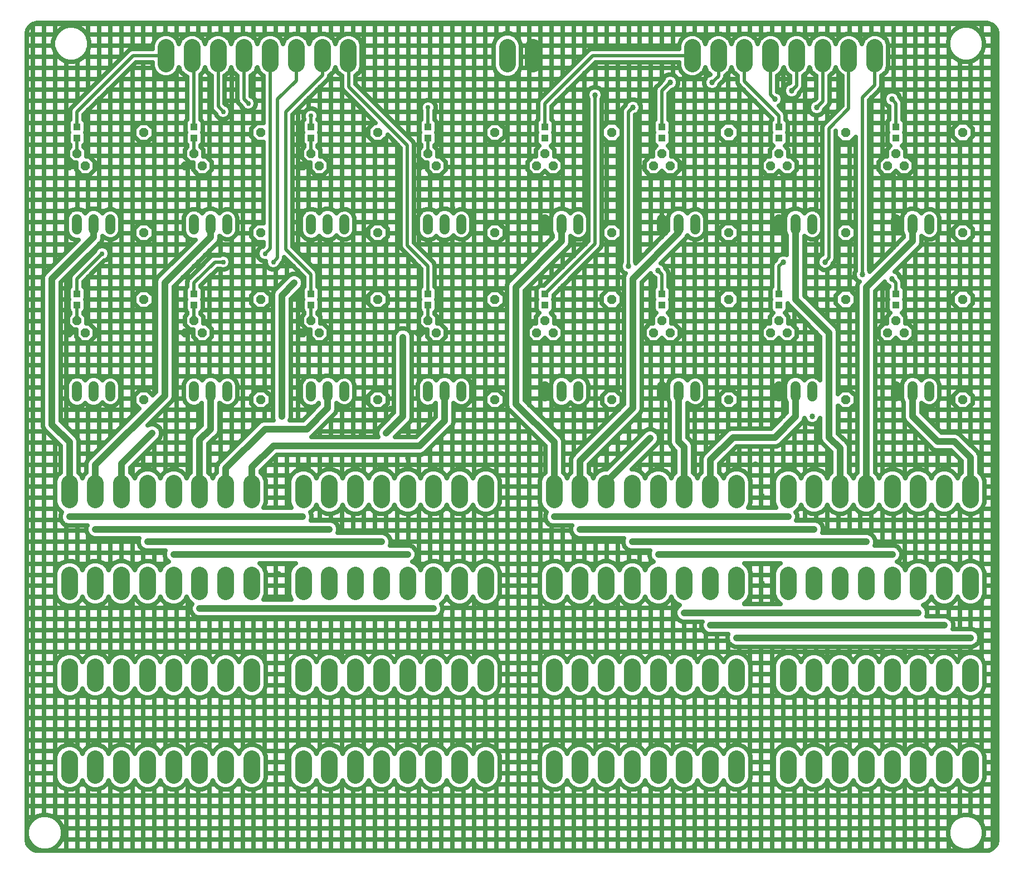
<source format=gbr>
G04 EAGLE Gerber RS-274X export*
G75*
%MOMM*%
%FSLAX34Y34*%
%LPD*%
%INTop Copper*%
%IPPOS*%
%AMOC8*
5,1,8,0,0,1.08239X$1,22.5*%
G01*
%ADD10P,1.429621X8X22.500000*%
%ADD11C,1.524000*%
%ADD12R,1.100000X1.000000*%
%ADD13P,1.539592X8X292.500000*%
%ADD14C,2.550000*%
%ADD15C,0.700000*%
%ADD16C,0.856400*%
%ADD17C,0.756400*%
%ADD18C,0.508000*%
%ADD19C,1.016000*%


D10*
X112962Y1057800D03*
X100262Y1076850D03*
X87562Y1057800D03*
D11*
X506662Y976520D02*
X506662Y961280D01*
X481262Y961280D02*
X481262Y976520D01*
X455862Y976520D02*
X455862Y961280D01*
D10*
X1179762Y1057800D03*
X1167062Y1076850D03*
X1154362Y1057800D03*
D11*
X1217862Y976520D02*
X1217862Y961280D01*
X1192462Y961280D02*
X1192462Y976520D01*
X1167062Y976520D02*
X1167062Y961280D01*
D10*
X646362Y1057800D03*
X633662Y1076850D03*
X620962Y1057800D03*
D11*
X684462Y976520D02*
X684462Y961280D01*
X659062Y961280D02*
X659062Y976520D01*
X633662Y976520D02*
X633662Y961280D01*
D10*
X1357562Y1057800D03*
X1344862Y1076850D03*
X1332162Y1057800D03*
D11*
X1395662Y976520D02*
X1395662Y961280D01*
X1370262Y961280D02*
X1370262Y976520D01*
X1344862Y976520D02*
X1344862Y961280D01*
D10*
X112962Y803800D03*
X100262Y822850D03*
X87562Y803800D03*
D11*
X151062Y722520D02*
X151062Y707280D01*
X125662Y707280D02*
X125662Y722520D01*
X100262Y722520D02*
X100262Y707280D01*
D10*
X824162Y803800D03*
X811462Y822850D03*
X798762Y803800D03*
D11*
X151062Y961280D02*
X151062Y976520D01*
X125662Y976520D02*
X125662Y961280D01*
X100262Y961280D02*
X100262Y976520D01*
X862262Y722520D02*
X862262Y707280D01*
X836862Y707280D02*
X836862Y722520D01*
X811462Y722520D02*
X811462Y707280D01*
D10*
X290762Y803800D03*
X278062Y822850D03*
X265362Y803800D03*
D11*
X328862Y722520D02*
X328862Y707280D01*
X303462Y707280D02*
X303462Y722520D01*
X278062Y722520D02*
X278062Y707280D01*
D10*
X1001962Y803800D03*
X989262Y822850D03*
X976562Y803800D03*
D11*
X1040062Y722520D02*
X1040062Y707280D01*
X1014662Y707280D02*
X1014662Y722520D01*
X989262Y722520D02*
X989262Y707280D01*
D10*
X468562Y803800D03*
X455862Y822850D03*
X443162Y803800D03*
D11*
X506662Y722520D02*
X506662Y707280D01*
X481262Y707280D02*
X481262Y722520D01*
X455862Y722520D02*
X455862Y707280D01*
D10*
X1179762Y803800D03*
X1167062Y822850D03*
X1154362Y803800D03*
D11*
X1217862Y722520D02*
X1217862Y707280D01*
X1192462Y707280D02*
X1192462Y722520D01*
X1167062Y722520D02*
X1167062Y707280D01*
D10*
X646362Y803800D03*
X633662Y822850D03*
X620962Y803800D03*
X824162Y1057800D03*
X811462Y1076850D03*
X798762Y1057800D03*
D11*
X684462Y722520D02*
X684462Y707280D01*
X659062Y707280D02*
X659062Y722520D01*
X633662Y722520D02*
X633662Y707280D01*
D10*
X1357562Y803800D03*
X1344862Y822850D03*
X1332162Y803800D03*
D11*
X1395662Y722520D02*
X1395662Y707280D01*
X1370262Y707280D02*
X1370262Y722520D01*
X1344862Y722520D02*
X1344862Y707280D01*
X862262Y961280D02*
X862262Y976520D01*
X836862Y976520D02*
X836862Y961280D01*
X811462Y961280D02*
X811462Y976520D01*
D10*
X290762Y1057800D03*
X278062Y1076850D03*
X265362Y1057800D03*
D11*
X328862Y976520D02*
X328862Y961280D01*
X303462Y961280D02*
X303462Y976520D01*
X278062Y976520D02*
X278062Y961280D01*
D10*
X1001962Y1057800D03*
X989262Y1076850D03*
X976562Y1057800D03*
D11*
X1040062Y976520D02*
X1040062Y961280D01*
X1014662Y961280D02*
X1014662Y976520D01*
X989262Y976520D02*
X989262Y961280D01*
D10*
X468562Y1057800D03*
X455862Y1076850D03*
X443162Y1057800D03*
D12*
X100262Y1117100D03*
X100262Y1100100D03*
D13*
X557462Y1108600D03*
X557462Y956200D03*
D12*
X1167062Y1117100D03*
X1167062Y1100100D03*
D13*
X1268662Y1108600D03*
X1268662Y956200D03*
D12*
X633662Y1117100D03*
X633662Y1100100D03*
D13*
X735262Y1108600D03*
X735262Y956200D03*
D12*
X1344862Y1117100D03*
X1344862Y1100100D03*
D13*
X1446462Y1108600D03*
X1446462Y956200D03*
D12*
X100262Y863100D03*
X100262Y846100D03*
D13*
X201862Y854600D03*
X201862Y702200D03*
D12*
X811462Y863100D03*
X811462Y846100D03*
D13*
X201862Y1108600D03*
X201862Y956200D03*
X913062Y854600D03*
X913062Y702200D03*
D12*
X278062Y863100D03*
X278062Y846100D03*
D13*
X379662Y854600D03*
X379662Y702200D03*
D12*
X989262Y863100D03*
X989262Y846100D03*
D13*
X1090862Y854600D03*
X1090862Y702200D03*
D12*
X455862Y863100D03*
X455862Y846100D03*
D13*
X557462Y854600D03*
X557462Y702200D03*
D12*
X1167062Y863100D03*
X1167062Y846100D03*
D13*
X1268662Y854600D03*
X1268662Y702200D03*
D12*
X633662Y863100D03*
X633662Y846100D03*
X811462Y1117100D03*
X811462Y1100100D03*
D13*
X735262Y854600D03*
X735262Y702200D03*
D12*
X1344862Y863100D03*
X1344862Y846100D03*
D13*
X1446462Y854600D03*
X1446462Y702200D03*
X913062Y1108600D03*
X913062Y956200D03*
D12*
X278062Y1117100D03*
X278062Y1100100D03*
D13*
X379662Y1108600D03*
X379662Y956200D03*
D12*
X989262Y1117100D03*
X989262Y1100100D03*
D13*
X1090862Y1108600D03*
X1090862Y956200D03*
D12*
X455862Y1117100D03*
X455862Y1100100D03*
D14*
X235462Y1212750D02*
X235462Y1238250D01*
X275062Y1238250D02*
X275062Y1212750D01*
X314662Y1212750D02*
X314662Y1238250D01*
X354262Y1238250D02*
X354262Y1212750D01*
X393862Y1212750D02*
X393862Y1238250D01*
X433462Y1238250D02*
X433462Y1212750D01*
X473062Y1212750D02*
X473062Y1238250D01*
X512662Y1238250D02*
X512662Y1212750D01*
X1035462Y1212750D02*
X1035462Y1238250D01*
X1075062Y1238250D02*
X1075062Y1212750D01*
X1114662Y1212750D02*
X1114662Y1238250D01*
X1154262Y1238250D02*
X1154262Y1212750D01*
X1193862Y1212750D02*
X1193862Y1238250D01*
X1233462Y1238250D02*
X1233462Y1212750D01*
X1273062Y1212750D02*
X1273062Y1238250D01*
X1312662Y1238250D02*
X1312662Y1212750D01*
X1180862Y575250D02*
X1180862Y549750D01*
X1220462Y549750D02*
X1220462Y575250D01*
X1260062Y575250D02*
X1260062Y549750D01*
X1299662Y549750D02*
X1299662Y575250D01*
X1339262Y575250D02*
X1339262Y549750D01*
X1378862Y549750D02*
X1378862Y575250D01*
X1418462Y575250D02*
X1418462Y549750D01*
X1458062Y549750D02*
X1458062Y575250D01*
X1180862Y435550D02*
X1180862Y410050D01*
X1220462Y410050D02*
X1220462Y435550D01*
X1260062Y435550D02*
X1260062Y410050D01*
X1299662Y410050D02*
X1299662Y435550D01*
X1339262Y435550D02*
X1339262Y410050D01*
X1378862Y410050D02*
X1378862Y435550D01*
X1418462Y435550D02*
X1418462Y410050D01*
X1458062Y410050D02*
X1458062Y435550D01*
X1180862Y295850D02*
X1180862Y270350D01*
X1220462Y270350D02*
X1220462Y295850D01*
X1260062Y295850D02*
X1260062Y270350D01*
X1299662Y270350D02*
X1299662Y295850D01*
X1339262Y295850D02*
X1339262Y270350D01*
X1378862Y270350D02*
X1378862Y295850D01*
X1418462Y295850D02*
X1418462Y270350D01*
X1458062Y270350D02*
X1458062Y295850D01*
X1180862Y156150D02*
X1180862Y130650D01*
X1220462Y130650D02*
X1220462Y156150D01*
X1260062Y156150D02*
X1260062Y130650D01*
X1299662Y130650D02*
X1299662Y156150D01*
X1339262Y156150D02*
X1339262Y130650D01*
X1378862Y130650D02*
X1378862Y156150D01*
X1418462Y156150D02*
X1418462Y130650D01*
X1458062Y130650D02*
X1458062Y156150D01*
X825262Y156150D02*
X825262Y130650D01*
X864862Y130650D02*
X864862Y156150D01*
X904462Y156150D02*
X904462Y130650D01*
X944062Y130650D02*
X944062Y156150D01*
X983662Y156150D02*
X983662Y130650D01*
X1023262Y130650D02*
X1023262Y156150D01*
X1062862Y156150D02*
X1062862Y130650D01*
X1102462Y130650D02*
X1102462Y156150D01*
X825262Y270350D02*
X825262Y295850D01*
X864862Y295850D02*
X864862Y270350D01*
X904462Y270350D02*
X904462Y295850D01*
X944062Y295850D02*
X944062Y270350D01*
X983662Y270350D02*
X983662Y295850D01*
X1023262Y295850D02*
X1023262Y270350D01*
X1062862Y270350D02*
X1062862Y295850D01*
X1102462Y295850D02*
X1102462Y270350D01*
X825262Y410050D02*
X825262Y435550D01*
X864862Y435550D02*
X864862Y410050D01*
X904462Y410050D02*
X904462Y435550D01*
X944062Y435550D02*
X944062Y410050D01*
X983662Y410050D02*
X983662Y435550D01*
X1023262Y435550D02*
X1023262Y410050D01*
X1062862Y410050D02*
X1062862Y435550D01*
X1102462Y435550D02*
X1102462Y410050D01*
X825262Y549750D02*
X825262Y575250D01*
X864862Y575250D02*
X864862Y549750D01*
X904462Y549750D02*
X904462Y575250D01*
X944062Y575250D02*
X944062Y549750D01*
X983662Y549750D02*
X983662Y575250D01*
X1023262Y575250D02*
X1023262Y549750D01*
X1062862Y549750D02*
X1062862Y575250D01*
X1102462Y575250D02*
X1102462Y549750D01*
X754262Y1212750D02*
X754262Y1238250D01*
X793862Y1238250D02*
X793862Y1212750D01*
X88662Y575250D02*
X88662Y549750D01*
X128262Y549750D02*
X128262Y575250D01*
X167862Y575250D02*
X167862Y549750D01*
X207462Y549750D02*
X207462Y575250D01*
X247062Y575250D02*
X247062Y549750D01*
X286662Y549750D02*
X286662Y575250D01*
X326262Y575250D02*
X326262Y549750D01*
X365862Y549750D02*
X365862Y575250D01*
X88662Y435550D02*
X88662Y410050D01*
X128262Y410050D02*
X128262Y435550D01*
X167862Y435550D02*
X167862Y410050D01*
X207462Y410050D02*
X207462Y435550D01*
X247062Y435550D02*
X247062Y410050D01*
X286662Y410050D02*
X286662Y435550D01*
X326262Y435550D02*
X326262Y410050D01*
X365862Y410050D02*
X365862Y435550D01*
X88662Y295850D02*
X88662Y270350D01*
X128262Y270350D02*
X128262Y295850D01*
X167862Y295850D02*
X167862Y270350D01*
X207462Y270350D02*
X207462Y295850D01*
X247062Y295850D02*
X247062Y270350D01*
X286662Y270350D02*
X286662Y295850D01*
X326262Y295850D02*
X326262Y270350D01*
X365862Y270350D02*
X365862Y295850D01*
X88662Y156150D02*
X88662Y130650D01*
X128262Y130650D02*
X128262Y156150D01*
X167862Y156150D02*
X167862Y130650D01*
X207462Y130650D02*
X207462Y156150D01*
X247062Y156150D02*
X247062Y130650D01*
X286662Y130650D02*
X286662Y156150D01*
X326262Y156150D02*
X326262Y130650D01*
X365862Y130650D02*
X365862Y156150D01*
X444262Y156150D02*
X444262Y130650D01*
X483862Y130650D02*
X483862Y156150D01*
X523462Y156150D02*
X523462Y130650D01*
X563062Y130650D02*
X563062Y156150D01*
X602662Y156150D02*
X602662Y130650D01*
X642262Y130650D02*
X642262Y156150D01*
X681862Y156150D02*
X681862Y130650D01*
X721462Y130650D02*
X721462Y156150D01*
X444262Y270350D02*
X444262Y295850D01*
X483862Y295850D02*
X483862Y270350D01*
X523462Y270350D02*
X523462Y295850D01*
X563062Y295850D02*
X563062Y270350D01*
X602662Y270350D02*
X602662Y295850D01*
X642262Y295850D02*
X642262Y270350D01*
X681862Y270350D02*
X681862Y295850D01*
X721462Y295850D02*
X721462Y270350D01*
X444262Y410050D02*
X444262Y435550D01*
X483862Y435550D02*
X483862Y410050D01*
X523462Y410050D02*
X523462Y435550D01*
X563062Y435550D02*
X563062Y410050D01*
X602662Y410050D02*
X602662Y435550D01*
X642262Y435550D02*
X642262Y410050D01*
X681862Y410050D02*
X681862Y435550D01*
X721462Y435550D02*
X721462Y410050D01*
X444262Y549750D02*
X444262Y575250D01*
X483862Y575250D02*
X483862Y549750D01*
X523462Y549750D02*
X523462Y575250D01*
X563062Y575250D02*
X563062Y549750D01*
X602662Y549750D02*
X602662Y575250D01*
X642262Y575250D02*
X642262Y549750D01*
X681862Y549750D02*
X681862Y575250D01*
X721462Y575250D02*
X721462Y549750D01*
D15*
X1114499Y392035D02*
X1120477Y398013D01*
X1123712Y405823D01*
X1123712Y439777D01*
X1120477Y447587D01*
X1114499Y453565D01*
X1114245Y453670D01*
X1169079Y453670D01*
X1168825Y453565D01*
X1162847Y447587D01*
X1159612Y439777D01*
X1159612Y405823D01*
X1162847Y398013D01*
X1168825Y392035D01*
X1169079Y391930D01*
X1114245Y391930D01*
X1114499Y392035D01*
X387112Y405823D02*
X387112Y439777D01*
X383877Y447587D01*
X377899Y453565D01*
X377645Y453670D01*
X432479Y453670D01*
X432225Y453565D01*
X426247Y447587D01*
X423012Y439777D01*
X423012Y405823D01*
X426137Y398280D01*
X383987Y398280D01*
X387112Y405823D01*
X1158011Y631470D02*
X1163413Y631470D01*
X1168404Y633537D01*
X1200154Y665287D01*
X1203975Y669108D01*
X1206042Y674099D01*
X1206042Y674381D01*
X1207819Y670090D01*
X1211152Y666757D01*
X1215506Y664954D01*
X1220218Y664954D01*
X1224572Y666757D01*
X1227905Y670090D01*
X1229682Y674381D01*
X1229682Y642349D01*
X1231749Y637358D01*
X1246482Y622625D01*
X1246482Y591722D01*
X1242047Y587287D01*
X1240262Y582977D01*
X1238477Y587287D01*
X1232499Y593265D01*
X1224689Y596500D01*
X1216235Y596500D01*
X1208425Y593265D01*
X1202447Y587287D01*
X1200662Y582977D01*
X1198877Y587287D01*
X1192899Y593265D01*
X1185089Y596500D01*
X1176635Y596500D01*
X1168825Y593265D01*
X1162847Y587287D01*
X1159612Y579477D01*
X1159612Y545523D01*
X1162737Y537980D01*
X1120587Y537980D01*
X1123712Y545523D01*
X1123712Y579477D01*
X1120477Y587287D01*
X1114499Y593265D01*
X1106689Y596500D01*
X1098235Y596500D01*
X1090425Y593265D01*
X1084447Y587287D01*
X1082662Y582977D01*
X1080877Y587287D01*
X1076442Y591722D01*
X1076442Y605075D01*
X1102837Y631470D01*
X1158011Y631470D01*
X23752Y33700D02*
X23752Y1257800D01*
X23903Y1260099D01*
X25092Y1264539D01*
X25092Y1264539D01*
X27391Y1268520D01*
X30642Y1271771D01*
X34623Y1274070D01*
X39063Y1275259D01*
X41362Y1275410D01*
X1481362Y1275410D01*
X1483661Y1275259D01*
X1488101Y1274070D01*
X1492082Y1271771D01*
X1495333Y1268520D01*
X1497632Y1264539D01*
X1498821Y1260099D01*
X1498972Y1257800D01*
X1498972Y33700D01*
X1498821Y31401D01*
X1497632Y26961D01*
X1495333Y22980D01*
X1492082Y19729D01*
X1488101Y17430D01*
X1483661Y16241D01*
X1481362Y16090D01*
X41362Y16090D01*
X39063Y16241D01*
X34623Y17430D01*
X30642Y19729D01*
X27391Y22980D01*
X25092Y26961D01*
X23903Y31401D01*
X23752Y33700D01*
X645008Y1144443D02*
X645008Y1148957D01*
X643281Y1153127D01*
X640089Y1156319D01*
X635919Y1158046D01*
X631405Y1158046D01*
X627235Y1156319D01*
X624043Y1153127D01*
X622316Y1148957D01*
X622316Y1144443D01*
X623558Y1141445D01*
X623558Y1128193D01*
X621750Y1126385D01*
X620598Y1123605D01*
X620598Y1110595D01*
X621425Y1108600D01*
X620598Y1106605D01*
X620598Y1093595D01*
X621750Y1090815D01*
X623558Y1089007D01*
X623558Y1086783D01*
X619494Y1082719D01*
X619494Y1070981D01*
X627793Y1062682D01*
X632194Y1062682D01*
X632194Y1051931D01*
X640493Y1043632D01*
X652231Y1043632D01*
X660530Y1051931D01*
X660530Y1063669D01*
X652231Y1071968D01*
X647830Y1071968D01*
X647830Y1082719D01*
X643766Y1086783D01*
X643766Y1089007D01*
X645574Y1090815D01*
X646726Y1093595D01*
X646726Y1106605D01*
X645899Y1108600D01*
X646726Y1110595D01*
X646726Y1123605D01*
X645574Y1126385D01*
X643766Y1128193D01*
X643766Y1141445D01*
X645008Y1144443D01*
X423012Y160377D02*
X423012Y126423D01*
X426247Y118613D01*
X432225Y112635D01*
X440035Y109400D01*
X448489Y109400D01*
X456299Y112635D01*
X462277Y118613D01*
X464062Y122923D01*
X465847Y118613D01*
X471825Y112635D01*
X479635Y109400D01*
X488089Y109400D01*
X495899Y112635D01*
X501877Y118613D01*
X503662Y122923D01*
X505447Y118613D01*
X511425Y112635D01*
X519235Y109400D01*
X527689Y109400D01*
X535499Y112635D01*
X541477Y118613D01*
X543262Y122923D01*
X545047Y118613D01*
X551025Y112635D01*
X558835Y109400D01*
X567289Y109400D01*
X575099Y112635D01*
X581077Y118613D01*
X582862Y122923D01*
X584647Y118613D01*
X590625Y112635D01*
X598435Y109400D01*
X606889Y109400D01*
X614699Y112635D01*
X620677Y118613D01*
X622462Y122923D01*
X624247Y118613D01*
X630225Y112635D01*
X638035Y109400D01*
X646489Y109400D01*
X654299Y112635D01*
X660277Y118613D01*
X662062Y122923D01*
X663847Y118613D01*
X669825Y112635D01*
X677635Y109400D01*
X686089Y109400D01*
X693899Y112635D01*
X699877Y118613D01*
X701662Y122923D01*
X703447Y118613D01*
X709425Y112635D01*
X717235Y109400D01*
X725689Y109400D01*
X733499Y112635D01*
X739477Y118613D01*
X742712Y126423D01*
X742712Y160377D01*
X739477Y168187D01*
X733499Y174165D01*
X725689Y177400D01*
X717235Y177400D01*
X709425Y174165D01*
X703447Y168187D01*
X701662Y163877D01*
X699877Y168187D01*
X693899Y174165D01*
X686089Y177400D01*
X677635Y177400D01*
X669825Y174165D01*
X663847Y168187D01*
X662062Y163877D01*
X660277Y168187D01*
X654299Y174165D01*
X646489Y177400D01*
X638035Y177400D01*
X630225Y174165D01*
X624247Y168187D01*
X622462Y163877D01*
X620677Y168187D01*
X614699Y174165D01*
X606889Y177400D01*
X598435Y177400D01*
X590625Y174165D01*
X584647Y168187D01*
X582862Y163877D01*
X581077Y168187D01*
X575099Y174165D01*
X567289Y177400D01*
X558835Y177400D01*
X551025Y174165D01*
X545047Y168187D01*
X543262Y163877D01*
X541477Y168187D01*
X535499Y174165D01*
X527689Y177400D01*
X519235Y177400D01*
X511425Y174165D01*
X505447Y168187D01*
X503662Y163877D01*
X501877Y168187D01*
X495899Y174165D01*
X488089Y177400D01*
X479635Y177400D01*
X471825Y174165D01*
X465847Y168187D01*
X464062Y163877D01*
X462277Y168187D01*
X456299Y174165D01*
X448489Y177400D01*
X440035Y177400D01*
X432225Y174165D01*
X426247Y168187D01*
X423012Y160377D01*
X804012Y266123D02*
X804012Y300077D01*
X804012Y266123D02*
X807247Y258313D01*
X813225Y252335D01*
X821035Y249100D01*
X829489Y249100D01*
X837299Y252335D01*
X843277Y258313D01*
X845062Y262623D01*
X846847Y258313D01*
X852825Y252335D01*
X860635Y249100D01*
X869089Y249100D01*
X876899Y252335D01*
X882877Y258313D01*
X884662Y262623D01*
X886447Y258313D01*
X892425Y252335D01*
X900235Y249100D01*
X908689Y249100D01*
X916499Y252335D01*
X922477Y258313D01*
X924262Y262623D01*
X926047Y258313D01*
X932025Y252335D01*
X939835Y249100D01*
X948289Y249100D01*
X956099Y252335D01*
X962077Y258313D01*
X963862Y262623D01*
X965647Y258313D01*
X971625Y252335D01*
X979435Y249100D01*
X987889Y249100D01*
X995699Y252335D01*
X1001677Y258313D01*
X1003462Y262623D01*
X1005247Y258313D01*
X1011225Y252335D01*
X1019035Y249100D01*
X1027489Y249100D01*
X1035299Y252335D01*
X1041277Y258313D01*
X1043062Y262623D01*
X1044847Y258313D01*
X1050825Y252335D01*
X1058635Y249100D01*
X1067089Y249100D01*
X1074899Y252335D01*
X1080877Y258313D01*
X1082662Y262623D01*
X1084447Y258313D01*
X1090425Y252335D01*
X1098235Y249100D01*
X1106689Y249100D01*
X1114499Y252335D01*
X1120477Y258313D01*
X1123712Y266123D01*
X1123712Y300077D01*
X1120477Y307887D01*
X1114499Y313865D01*
X1106689Y317100D01*
X1098235Y317100D01*
X1090425Y313865D01*
X1084447Y307887D01*
X1082662Y303577D01*
X1080877Y307887D01*
X1074899Y313865D01*
X1067089Y317100D01*
X1058635Y317100D01*
X1050825Y313865D01*
X1044847Y307887D01*
X1043062Y303577D01*
X1041277Y307887D01*
X1035299Y313865D01*
X1027489Y317100D01*
X1019035Y317100D01*
X1011225Y313865D01*
X1005247Y307887D01*
X1003462Y303577D01*
X1001677Y307887D01*
X995699Y313865D01*
X987889Y317100D01*
X979435Y317100D01*
X971625Y313865D01*
X965647Y307887D01*
X963862Y303577D01*
X962077Y307887D01*
X956099Y313865D01*
X948289Y317100D01*
X939835Y317100D01*
X932025Y313865D01*
X926047Y307887D01*
X924262Y303577D01*
X922477Y307887D01*
X916499Y313865D01*
X908689Y317100D01*
X900235Y317100D01*
X892425Y313865D01*
X886447Y307887D01*
X884662Y303577D01*
X882877Y307887D01*
X876899Y313865D01*
X869089Y317100D01*
X860635Y317100D01*
X852825Y313865D01*
X846847Y307887D01*
X845062Y303577D01*
X843277Y307887D01*
X837299Y313865D01*
X829489Y317100D01*
X821035Y317100D01*
X813225Y313865D01*
X807247Y307887D01*
X804012Y300077D01*
X1159612Y160377D02*
X1159612Y126423D01*
X1162847Y118613D01*
X1168825Y112635D01*
X1176635Y109400D01*
X1185089Y109400D01*
X1192899Y112635D01*
X1198877Y118613D01*
X1200662Y122923D01*
X1202447Y118613D01*
X1208425Y112635D01*
X1216235Y109400D01*
X1224689Y109400D01*
X1232499Y112635D01*
X1238477Y118613D01*
X1240262Y122923D01*
X1242047Y118613D01*
X1248025Y112635D01*
X1255835Y109400D01*
X1264289Y109400D01*
X1272099Y112635D01*
X1278077Y118613D01*
X1279862Y122923D01*
X1281647Y118613D01*
X1287625Y112635D01*
X1295435Y109400D01*
X1303889Y109400D01*
X1311699Y112635D01*
X1317677Y118613D01*
X1319462Y122923D01*
X1321247Y118613D01*
X1327225Y112635D01*
X1335035Y109400D01*
X1343489Y109400D01*
X1351299Y112635D01*
X1357277Y118613D01*
X1359062Y122923D01*
X1360847Y118613D01*
X1366825Y112635D01*
X1374635Y109400D01*
X1383089Y109400D01*
X1390899Y112635D01*
X1396877Y118613D01*
X1398662Y122923D01*
X1400447Y118613D01*
X1406425Y112635D01*
X1414235Y109400D01*
X1422689Y109400D01*
X1430499Y112635D01*
X1436477Y118613D01*
X1438262Y122923D01*
X1440047Y118613D01*
X1446025Y112635D01*
X1453835Y109400D01*
X1462289Y109400D01*
X1470099Y112635D01*
X1476077Y118613D01*
X1479312Y126423D01*
X1479312Y160377D01*
X1476077Y168187D01*
X1470099Y174165D01*
X1462289Y177400D01*
X1453835Y177400D01*
X1446025Y174165D01*
X1440047Y168187D01*
X1438262Y163877D01*
X1436477Y168187D01*
X1430499Y174165D01*
X1422689Y177400D01*
X1414235Y177400D01*
X1406425Y174165D01*
X1400447Y168187D01*
X1398662Y163877D01*
X1396877Y168187D01*
X1390899Y174165D01*
X1383089Y177400D01*
X1374635Y177400D01*
X1366825Y174165D01*
X1360847Y168187D01*
X1359062Y163877D01*
X1357277Y168187D01*
X1351299Y174165D01*
X1343489Y177400D01*
X1335035Y177400D01*
X1327225Y174165D01*
X1321247Y168187D01*
X1319462Y163877D01*
X1317677Y168187D01*
X1311699Y174165D01*
X1303889Y177400D01*
X1295435Y177400D01*
X1287625Y174165D01*
X1281647Y168187D01*
X1279862Y163877D01*
X1278077Y168187D01*
X1272099Y174165D01*
X1264289Y177400D01*
X1255835Y177400D01*
X1248025Y174165D01*
X1242047Y168187D01*
X1240262Y163877D01*
X1238477Y168187D01*
X1232499Y174165D01*
X1224689Y177400D01*
X1216235Y177400D01*
X1208425Y174165D01*
X1202447Y168187D01*
X1200662Y163877D01*
X1198877Y168187D01*
X1192899Y174165D01*
X1185089Y177400D01*
X1176635Y177400D01*
X1168825Y174165D01*
X1162847Y168187D01*
X1159612Y160377D01*
X468926Y1110595D02*
X468926Y1123605D01*
X467774Y1126385D01*
X465966Y1128193D01*
X465966Y1128745D01*
X467208Y1131743D01*
X467208Y1136257D01*
X465481Y1140427D01*
X462289Y1143619D01*
X458119Y1145346D01*
X453605Y1145346D01*
X449435Y1143619D01*
X446243Y1140427D01*
X444516Y1136257D01*
X444516Y1131743D01*
X445758Y1128745D01*
X445758Y1128193D01*
X443950Y1126385D01*
X442798Y1123605D01*
X442798Y1110595D01*
X443625Y1108600D01*
X442798Y1106605D01*
X442798Y1093595D01*
X443950Y1090815D01*
X445758Y1089007D01*
X445758Y1086783D01*
X441694Y1082719D01*
X441694Y1070981D01*
X449993Y1062682D01*
X454394Y1062682D01*
X454394Y1051931D01*
X462693Y1043632D01*
X474431Y1043632D01*
X482730Y1051931D01*
X482730Y1063669D01*
X474431Y1071968D01*
X470030Y1071968D01*
X470030Y1082719D01*
X465966Y1086783D01*
X465966Y1089007D01*
X467774Y1090815D01*
X468926Y1093595D01*
X468926Y1106605D01*
X468099Y1108600D01*
X468926Y1110595D01*
X1105538Y962279D02*
X1105538Y950121D01*
X1105538Y962279D02*
X1096941Y970876D01*
X1084783Y970876D01*
X1076186Y962279D01*
X1076186Y950121D01*
X1084783Y941524D01*
X1096941Y941524D01*
X1105538Y950121D01*
X1105974Y1102340D02*
X1105974Y1114860D01*
X1097122Y1123712D01*
X1084602Y1123712D01*
X1075750Y1114860D01*
X1075750Y1102340D01*
X1084602Y1093488D01*
X1097122Y1093488D01*
X1105974Y1102340D01*
X927738Y962279D02*
X927738Y950121D01*
X927738Y962279D02*
X919141Y970876D01*
X906983Y970876D01*
X898386Y962279D01*
X898386Y950121D01*
X906983Y941524D01*
X919141Y941524D01*
X927738Y950121D01*
X928174Y1102340D02*
X928174Y1114860D01*
X919322Y1123712D01*
X906802Y1123712D01*
X897950Y1114860D01*
X897950Y1102340D01*
X906802Y1093488D01*
X919322Y1093488D01*
X928174Y1102340D01*
X1461138Y708279D02*
X1461138Y696121D01*
X1461138Y708279D02*
X1452541Y716876D01*
X1440383Y716876D01*
X1431786Y708279D01*
X1431786Y696121D01*
X1440383Y687524D01*
X1452541Y687524D01*
X1461138Y696121D01*
X1461574Y848340D02*
X1461574Y860860D01*
X1452722Y869712D01*
X1440202Y869712D01*
X1431350Y860860D01*
X1431350Y848340D01*
X1440202Y839488D01*
X1452722Y839488D01*
X1461574Y848340D01*
X572138Y708279D02*
X572138Y696121D01*
X572138Y708279D02*
X563541Y716876D01*
X551383Y716876D01*
X542786Y708279D01*
X542786Y696121D01*
X551383Y687524D01*
X563541Y687524D01*
X572138Y696121D01*
X572138Y848521D02*
X572138Y860679D01*
X563541Y869276D01*
X551383Y869276D01*
X542786Y860679D01*
X542786Y848521D01*
X551383Y839924D01*
X563541Y839924D01*
X572138Y848521D01*
X394338Y708279D02*
X394338Y696121D01*
X394338Y708279D02*
X385741Y716876D01*
X373583Y716876D01*
X364986Y708279D01*
X364986Y696121D01*
X373583Y687524D01*
X385741Y687524D01*
X394338Y696121D01*
X394338Y848521D02*
X394338Y860679D01*
X385741Y869276D01*
X373583Y869276D01*
X364986Y860679D01*
X364986Y848521D01*
X373583Y839924D01*
X385741Y839924D01*
X394338Y848521D01*
X824526Y856595D02*
X824526Y861875D01*
X893385Y930734D01*
X896228Y933577D01*
X897766Y937290D01*
X897766Y1159188D01*
X899508Y1163394D01*
X899508Y1168106D01*
X897705Y1172460D01*
X894372Y1175793D01*
X890018Y1177596D01*
X885306Y1177596D01*
X880952Y1175793D01*
X877619Y1172460D01*
X875816Y1168106D01*
X875816Y1163394D01*
X877558Y1159188D01*
X877558Y943485D01*
X809737Y875664D01*
X804457Y875664D01*
X801677Y874512D01*
X799550Y872385D01*
X798398Y869605D01*
X798398Y856595D01*
X799225Y854600D01*
X798398Y852605D01*
X798398Y839595D01*
X799550Y836815D01*
X801677Y834688D01*
X802799Y834223D01*
X797294Y828719D01*
X797294Y817968D01*
X792893Y817968D01*
X784594Y809669D01*
X784594Y797931D01*
X792893Y789632D01*
X804631Y789632D01*
X811462Y796463D01*
X818293Y789632D01*
X830031Y789632D01*
X838330Y797931D01*
X838330Y809669D01*
X830031Y817968D01*
X825630Y817968D01*
X825630Y828719D01*
X820125Y834223D01*
X821247Y834688D01*
X823374Y836815D01*
X824526Y839595D01*
X824526Y852605D01*
X823699Y854600D01*
X824526Y856595D01*
X216538Y860679D02*
X216538Y848521D01*
X216538Y860679D02*
X207941Y869276D01*
X195783Y869276D01*
X187186Y860679D01*
X187186Y848521D01*
X195783Y839924D01*
X207941Y839924D01*
X216538Y848521D01*
X1357926Y1110595D02*
X1357926Y1123605D01*
X1356774Y1126385D01*
X1354966Y1128193D01*
X1354966Y1155060D01*
X1353428Y1158773D01*
X1350297Y1161905D01*
X1348555Y1166110D01*
X1345222Y1169443D01*
X1340868Y1171246D01*
X1336156Y1171246D01*
X1331802Y1169443D01*
X1328469Y1166110D01*
X1326666Y1161756D01*
X1326666Y1157044D01*
X1328469Y1152690D01*
X1331802Y1149357D01*
X1334758Y1148133D01*
X1334758Y1128193D01*
X1332950Y1126385D01*
X1331798Y1123605D01*
X1331798Y1110595D01*
X1332625Y1108600D01*
X1331798Y1106605D01*
X1331798Y1093595D01*
X1332950Y1090815D01*
X1335077Y1088688D01*
X1336199Y1088223D01*
X1330694Y1082719D01*
X1330694Y1071968D01*
X1326293Y1071968D01*
X1317994Y1063669D01*
X1317994Y1051931D01*
X1326293Y1043632D01*
X1338031Y1043632D01*
X1344862Y1050463D01*
X1351693Y1043632D01*
X1363431Y1043632D01*
X1371730Y1051931D01*
X1371730Y1063669D01*
X1363431Y1071968D01*
X1359030Y1071968D01*
X1359030Y1082719D01*
X1353525Y1088223D01*
X1354647Y1088688D01*
X1356774Y1090815D01*
X1357926Y1093595D01*
X1357926Y1106605D01*
X1357099Y1108600D01*
X1357926Y1110595D01*
X749938Y962279D02*
X749938Y950121D01*
X749938Y962279D02*
X741341Y970876D01*
X729183Y970876D01*
X720586Y962279D01*
X720586Y950121D01*
X729183Y941524D01*
X741341Y941524D01*
X749938Y950121D01*
X749938Y1102521D02*
X749938Y1114679D01*
X741341Y1123276D01*
X729183Y1123276D01*
X720586Y1114679D01*
X720586Y1102521D01*
X729183Y1093924D01*
X741341Y1093924D01*
X749938Y1102521D01*
X572138Y962279D02*
X572138Y950121D01*
X572138Y962279D02*
X563541Y970876D01*
X551383Y970876D01*
X542786Y962279D01*
X542786Y950121D01*
X551383Y941524D01*
X563541Y941524D01*
X572138Y950121D01*
X699646Y725540D02*
X699646Y704260D01*
X699646Y725540D02*
X697334Y731121D01*
X693063Y735392D01*
X687482Y737704D01*
X681442Y737704D01*
X675861Y735392D01*
X672424Y731955D01*
X668193Y736186D01*
X662268Y738640D01*
X655856Y738640D01*
X649931Y736186D01*
X646008Y732264D01*
X642510Y735762D01*
X636769Y738140D01*
X630555Y738140D01*
X624814Y735762D01*
X620420Y731368D01*
X618042Y725627D01*
X618042Y704173D01*
X620420Y698432D01*
X624814Y694038D01*
X630555Y691660D01*
X636769Y691660D01*
X642510Y694038D01*
X645482Y697010D01*
X645482Y676075D01*
X615337Y645930D01*
X583897Y645930D01*
X603254Y665287D01*
X607075Y669108D01*
X609142Y674099D01*
X609142Y800151D01*
X607075Y805142D01*
X603254Y808963D01*
X598263Y811030D01*
X592861Y811030D01*
X587870Y808963D01*
X584049Y805142D01*
X581982Y800151D01*
X581982Y682425D01*
X558649Y659092D01*
X556582Y654101D01*
X556582Y648699D01*
X557729Y645930D01*
X456462Y645930D01*
X457204Y646237D01*
X461025Y650058D01*
X492775Y681808D01*
X494842Y686799D01*
X494842Y697627D01*
X498061Y694408D01*
X503642Y692096D01*
X509682Y692096D01*
X515263Y694408D01*
X519534Y698679D01*
X521846Y704260D01*
X521846Y725540D01*
X519534Y731121D01*
X515263Y735392D01*
X509682Y737704D01*
X503642Y737704D01*
X498061Y735392D01*
X494624Y731955D01*
X490393Y736186D01*
X484468Y738640D01*
X478056Y738640D01*
X472131Y736186D01*
X468208Y732264D01*
X464710Y735762D01*
X458969Y738140D01*
X452755Y738140D01*
X447014Y735762D01*
X442620Y731368D01*
X440242Y725627D01*
X440242Y704173D01*
X442620Y698432D01*
X447014Y694038D01*
X452755Y691660D01*
X458969Y691660D01*
X464710Y694038D01*
X467682Y697010D01*
X467682Y695125D01*
X443887Y671330D01*
X423845Y671330D01*
X424992Y674099D01*
X424992Y855325D01*
X441975Y872308D01*
X444042Y877299D01*
X444042Y882701D01*
X441975Y887692D01*
X438154Y891513D01*
X433163Y893580D01*
X427761Y893580D01*
X422770Y891513D01*
X399899Y868642D01*
X397832Y863651D01*
X397832Y674099D01*
X398979Y671330D01*
X383311Y671330D01*
X378320Y669263D01*
X314749Y605692D01*
X312682Y600701D01*
X312682Y591722D01*
X308247Y587287D01*
X306462Y582977D01*
X304677Y587287D01*
X300242Y591722D01*
X300242Y635325D01*
X314975Y650058D01*
X317042Y655049D01*
X317042Y697627D01*
X320261Y694408D01*
X325842Y692096D01*
X331882Y692096D01*
X337463Y694408D01*
X341734Y698679D01*
X344046Y704260D01*
X344046Y725540D01*
X341734Y731121D01*
X337463Y735392D01*
X331882Y737704D01*
X325842Y737704D01*
X320261Y735392D01*
X316824Y731955D01*
X312593Y736186D01*
X306668Y738640D01*
X300256Y738640D01*
X294331Y736186D01*
X290408Y732264D01*
X286910Y735762D01*
X281169Y738140D01*
X274955Y738140D01*
X269214Y735762D01*
X264820Y731368D01*
X262442Y725627D01*
X262442Y704173D01*
X264820Y698432D01*
X269214Y694038D01*
X274955Y691660D01*
X281169Y691660D01*
X286910Y694038D01*
X289882Y697010D01*
X289882Y663375D01*
X275149Y648642D01*
X273082Y643651D01*
X273082Y591722D01*
X268647Y587287D01*
X266862Y582977D01*
X265077Y587287D01*
X259099Y593265D01*
X251289Y596500D01*
X242835Y596500D01*
X235025Y593265D01*
X229047Y587287D01*
X227262Y582977D01*
X225477Y587287D01*
X219499Y593265D01*
X211689Y596500D01*
X203235Y596500D01*
X195425Y593265D01*
X189447Y587287D01*
X187662Y582977D01*
X185877Y587287D01*
X181442Y591722D01*
X181442Y599075D01*
X226075Y643708D01*
X228142Y648699D01*
X228142Y654101D01*
X226075Y659092D01*
X222254Y662913D01*
X217263Y664980D01*
X211861Y664980D01*
X207399Y663132D01*
X245125Y700858D01*
X247192Y705849D01*
X247192Y874375D01*
X314975Y942158D01*
X317042Y947149D01*
X317042Y951627D01*
X320261Y948408D01*
X325842Y946096D01*
X331882Y946096D01*
X337463Y948408D01*
X341734Y952679D01*
X344046Y958260D01*
X344046Y979540D01*
X341734Y985121D01*
X337463Y989392D01*
X331882Y991704D01*
X325842Y991704D01*
X320261Y989392D01*
X316824Y985955D01*
X312593Y990186D01*
X306668Y992640D01*
X300256Y992640D01*
X294331Y990186D01*
X290408Y986264D01*
X286910Y989762D01*
X281169Y992140D01*
X274955Y992140D01*
X269214Y989762D01*
X264820Y985368D01*
X262442Y979627D01*
X262442Y958173D01*
X264820Y952432D01*
X269214Y948038D01*
X274955Y945660D01*
X280067Y945660D01*
X222099Y887692D01*
X220032Y882701D01*
X220032Y714175D01*
X215337Y709480D01*
X207941Y716876D01*
X195783Y716876D01*
X187186Y708279D01*
X187186Y696121D01*
X194582Y688725D01*
X116749Y610892D01*
X114682Y605901D01*
X114682Y591722D01*
X110247Y587287D01*
X108462Y582977D01*
X106677Y587287D01*
X102242Y591722D01*
X102242Y640301D01*
X100175Y645292D01*
X75742Y669725D01*
X75742Y880725D01*
X137175Y942158D01*
X139242Y947149D01*
X139242Y951627D01*
X142461Y948408D01*
X148042Y946096D01*
X154082Y946096D01*
X159663Y948408D01*
X163934Y952679D01*
X166246Y958260D01*
X166246Y979540D01*
X163934Y985121D01*
X159663Y989392D01*
X154082Y991704D01*
X148042Y991704D01*
X142461Y989392D01*
X139024Y985955D01*
X134793Y990186D01*
X128868Y992640D01*
X122456Y992640D01*
X116531Y990186D01*
X112608Y986264D01*
X109110Y989762D01*
X103369Y992140D01*
X97155Y992140D01*
X91414Y989762D01*
X87020Y985368D01*
X84642Y979627D01*
X84642Y958173D01*
X87020Y952432D01*
X91414Y948038D01*
X97155Y945660D01*
X102267Y945660D01*
X50649Y894042D01*
X48582Y889051D01*
X48582Y661399D01*
X50649Y656408D01*
X75082Y631975D01*
X75082Y591722D01*
X70647Y587287D01*
X67412Y579477D01*
X67412Y545523D01*
X70647Y537713D01*
X76625Y531735D01*
X76946Y531602D01*
X75082Y527101D01*
X75082Y521699D01*
X77149Y516708D01*
X80970Y512887D01*
X85961Y510820D01*
X115829Y510820D01*
X114682Y508051D01*
X114682Y502649D01*
X116749Y497658D01*
X120570Y493837D01*
X125561Y491770D01*
X195029Y491770D01*
X193882Y489001D01*
X193882Y483599D01*
X195949Y478608D01*
X199770Y474787D01*
X204761Y472720D01*
X234629Y472720D01*
X233482Y469951D01*
X233482Y464549D01*
X235549Y459558D01*
X239370Y455737D01*
X239820Y455551D01*
X235025Y453565D01*
X229047Y447587D01*
X227262Y443277D01*
X225477Y447587D01*
X219499Y453565D01*
X211689Y456800D01*
X203235Y456800D01*
X195425Y453565D01*
X189447Y447587D01*
X187662Y443277D01*
X185877Y447587D01*
X179899Y453565D01*
X172089Y456800D01*
X163635Y456800D01*
X155825Y453565D01*
X149847Y447587D01*
X148062Y443277D01*
X146277Y447587D01*
X140299Y453565D01*
X132489Y456800D01*
X124035Y456800D01*
X116225Y453565D01*
X110247Y447587D01*
X108462Y443277D01*
X106677Y447587D01*
X100699Y453565D01*
X92889Y456800D01*
X84435Y456800D01*
X76625Y453565D01*
X70647Y447587D01*
X67412Y439777D01*
X67412Y405823D01*
X70647Y398013D01*
X76625Y392035D01*
X84435Y388800D01*
X92889Y388800D01*
X100699Y392035D01*
X106677Y398013D01*
X108462Y402323D01*
X110247Y398013D01*
X116225Y392035D01*
X124035Y388800D01*
X132489Y388800D01*
X140299Y392035D01*
X146277Y398013D01*
X148062Y402323D01*
X149847Y398013D01*
X155825Y392035D01*
X163635Y388800D01*
X172089Y388800D01*
X179899Y392035D01*
X185877Y398013D01*
X187662Y402323D01*
X189447Y398013D01*
X195425Y392035D01*
X203235Y388800D01*
X211689Y388800D01*
X219499Y392035D01*
X225477Y398013D01*
X227262Y402323D01*
X229047Y398013D01*
X235025Y392035D01*
X242835Y388800D01*
X251289Y388800D01*
X259099Y392035D01*
X265077Y398013D01*
X266862Y402323D01*
X268647Y398013D01*
X274625Y392035D01*
X274946Y391902D01*
X273082Y387401D01*
X273082Y381999D01*
X275149Y377008D01*
X278970Y373187D01*
X283961Y371120D01*
X644963Y371120D01*
X649954Y373187D01*
X653775Y377008D01*
X655842Y381999D01*
X655842Y387401D01*
X653978Y391902D01*
X654299Y392035D01*
X660277Y398013D01*
X662062Y402323D01*
X663847Y398013D01*
X669825Y392035D01*
X677635Y388800D01*
X686089Y388800D01*
X693899Y392035D01*
X699877Y398013D01*
X701662Y402323D01*
X703447Y398013D01*
X709425Y392035D01*
X717235Y388800D01*
X725689Y388800D01*
X733499Y392035D01*
X739477Y398013D01*
X742712Y405823D01*
X742712Y439777D01*
X739477Y447587D01*
X733499Y453565D01*
X725689Y456800D01*
X717235Y456800D01*
X709425Y453565D01*
X703447Y447587D01*
X701662Y443277D01*
X699877Y447587D01*
X693899Y453565D01*
X686089Y456800D01*
X677635Y456800D01*
X669825Y453565D01*
X663847Y447587D01*
X662062Y443277D01*
X660277Y447587D01*
X654299Y453565D01*
X646489Y456800D01*
X638035Y456800D01*
X630225Y453565D01*
X624247Y447587D01*
X622462Y443277D01*
X620677Y447587D01*
X614699Y453565D01*
X609904Y455551D01*
X610354Y455737D01*
X614175Y459558D01*
X616242Y464549D01*
X616242Y469951D01*
X614175Y474942D01*
X610354Y478763D01*
X605363Y480830D01*
X575495Y480830D01*
X576642Y483599D01*
X576642Y489001D01*
X574575Y493992D01*
X570754Y497813D01*
X565763Y499880D01*
X496295Y499880D01*
X497442Y502649D01*
X497442Y508051D01*
X495375Y513042D01*
X491554Y516863D01*
X486563Y518930D01*
X455595Y518930D01*
X456742Y521699D01*
X456742Y527101D01*
X455039Y531213D01*
X456299Y531735D01*
X462277Y537713D01*
X464062Y542023D01*
X465847Y537713D01*
X471825Y531735D01*
X479635Y528500D01*
X488089Y528500D01*
X495899Y531735D01*
X501877Y537713D01*
X503662Y542023D01*
X505447Y537713D01*
X511425Y531735D01*
X519235Y528500D01*
X527689Y528500D01*
X535499Y531735D01*
X541477Y537713D01*
X543262Y542023D01*
X545047Y537713D01*
X551025Y531735D01*
X558835Y528500D01*
X567289Y528500D01*
X575099Y531735D01*
X581077Y537713D01*
X582862Y542023D01*
X584647Y537713D01*
X590625Y531735D01*
X598435Y528500D01*
X606889Y528500D01*
X614699Y531735D01*
X620677Y537713D01*
X622462Y542023D01*
X624247Y537713D01*
X630225Y531735D01*
X638035Y528500D01*
X646489Y528500D01*
X654299Y531735D01*
X660277Y537713D01*
X662062Y542023D01*
X663847Y537713D01*
X669825Y531735D01*
X677635Y528500D01*
X686089Y528500D01*
X693899Y531735D01*
X699877Y537713D01*
X701662Y542023D01*
X703447Y537713D01*
X709425Y531735D01*
X717235Y528500D01*
X725689Y528500D01*
X733499Y531735D01*
X739477Y537713D01*
X742712Y545523D01*
X742712Y579477D01*
X739477Y587287D01*
X733499Y593265D01*
X725689Y596500D01*
X717235Y596500D01*
X709425Y593265D01*
X703447Y587287D01*
X701662Y582977D01*
X699877Y587287D01*
X693899Y593265D01*
X686089Y596500D01*
X677635Y596500D01*
X669825Y593265D01*
X663847Y587287D01*
X662062Y582977D01*
X660277Y587287D01*
X654299Y593265D01*
X646489Y596500D01*
X638035Y596500D01*
X630225Y593265D01*
X624247Y587287D01*
X622462Y582977D01*
X620677Y587287D01*
X614699Y593265D01*
X606889Y596500D01*
X598435Y596500D01*
X590625Y593265D01*
X584647Y587287D01*
X582862Y582977D01*
X581077Y587287D01*
X575099Y593265D01*
X567289Y596500D01*
X558835Y596500D01*
X551025Y593265D01*
X545047Y587287D01*
X543262Y582977D01*
X541477Y587287D01*
X535499Y593265D01*
X527689Y596500D01*
X519235Y596500D01*
X511425Y593265D01*
X505447Y587287D01*
X503662Y582977D01*
X501877Y587287D01*
X495899Y593265D01*
X488089Y596500D01*
X479635Y596500D01*
X471825Y593265D01*
X465847Y587287D01*
X464062Y582977D01*
X462277Y587287D01*
X456299Y593265D01*
X448489Y596500D01*
X440035Y596500D01*
X432225Y593265D01*
X426247Y587287D01*
X423012Y579477D01*
X423012Y545523D01*
X426137Y537980D01*
X383987Y537980D01*
X387112Y545523D01*
X387112Y579477D01*
X383877Y587287D01*
X379442Y591722D01*
X379442Y593875D01*
X404337Y618770D01*
X623663Y618770D01*
X628654Y620837D01*
X666754Y658937D01*
X670575Y662758D01*
X672642Y667749D01*
X672642Y697627D01*
X675861Y694408D01*
X681442Y692096D01*
X687482Y692096D01*
X693063Y694408D01*
X697334Y698679D01*
X699646Y704260D01*
X1055246Y704260D02*
X1055246Y725540D01*
X1052934Y731121D01*
X1048663Y735392D01*
X1043082Y737704D01*
X1037042Y737704D01*
X1031461Y735392D01*
X1028024Y731955D01*
X1023793Y736186D01*
X1017868Y738640D01*
X1011456Y738640D01*
X1005531Y736186D01*
X1000996Y731651D01*
X998542Y725726D01*
X998542Y704074D01*
X1000996Y698149D01*
X1001082Y698063D01*
X1001082Y635999D01*
X1003149Y631008D01*
X1009682Y624475D01*
X1009682Y591722D01*
X1005247Y587287D01*
X1003462Y582977D01*
X1001677Y587287D01*
X995699Y593265D01*
X987889Y596500D01*
X979435Y596500D01*
X971625Y593265D01*
X965647Y587287D01*
X963862Y582977D01*
X962077Y587287D01*
X956099Y593265D01*
X948289Y596500D01*
X943367Y596500D01*
X982875Y636008D01*
X984942Y640999D01*
X984942Y646401D01*
X982875Y651392D01*
X979054Y655213D01*
X974063Y657280D01*
X968661Y657280D01*
X963670Y655213D01*
X904957Y596500D01*
X900235Y596500D01*
X892425Y593265D01*
X886447Y587287D01*
X884662Y582977D01*
X882877Y587287D01*
X878442Y591722D01*
X878442Y603925D01*
X956325Y681808D01*
X958392Y686799D01*
X958392Y880725D01*
X972031Y894364D01*
X972869Y892340D01*
X976202Y889007D01*
X979158Y887783D01*
X979158Y874193D01*
X977350Y872385D01*
X976198Y869605D01*
X976198Y856595D01*
X977025Y854600D01*
X976198Y852605D01*
X976198Y839595D01*
X977350Y836815D01*
X979477Y834688D01*
X980599Y834223D01*
X975094Y828719D01*
X975094Y817968D01*
X970693Y817968D01*
X962394Y809669D01*
X962394Y797931D01*
X970693Y789632D01*
X982431Y789632D01*
X989262Y796463D01*
X996093Y789632D01*
X1007831Y789632D01*
X1016130Y797931D01*
X1016130Y809669D01*
X1007831Y817968D01*
X1003430Y817968D01*
X1003430Y828719D01*
X997925Y834223D01*
X999047Y834688D01*
X1001174Y836815D01*
X1002326Y839595D01*
X1002326Y852605D01*
X1001499Y854600D01*
X1002326Y856595D01*
X1002326Y869605D01*
X1001174Y872385D01*
X999366Y874193D01*
X999366Y894710D01*
X997828Y898423D01*
X994697Y901555D01*
X992955Y905760D01*
X989622Y909093D01*
X987598Y909931D01*
X1026175Y948508D01*
X1027227Y951048D01*
X1028024Y951845D01*
X1031461Y948408D01*
X1037042Y946096D01*
X1043082Y946096D01*
X1048663Y948408D01*
X1052934Y952679D01*
X1055246Y958260D01*
X1055246Y979540D01*
X1052934Y985121D01*
X1048663Y989392D01*
X1043082Y991704D01*
X1037042Y991704D01*
X1031461Y989392D01*
X1028024Y985955D01*
X1023793Y990186D01*
X1017868Y992640D01*
X1011456Y992640D01*
X1005531Y990186D01*
X1000996Y985651D01*
X998542Y979726D01*
X998542Y959285D01*
X949343Y910086D01*
X948566Y911962D01*
X948566Y1135433D01*
X951522Y1136657D01*
X954855Y1139990D01*
X956658Y1144344D01*
X956658Y1149056D01*
X954855Y1153410D01*
X951522Y1156743D01*
X947168Y1158546D01*
X942456Y1158546D01*
X938102Y1156743D01*
X934769Y1153410D01*
X933027Y1149205D01*
X929896Y1146073D01*
X928358Y1142360D01*
X928358Y911962D01*
X926616Y907756D01*
X926616Y903044D01*
X928419Y898690D01*
X931752Y895357D01*
X933776Y894519D01*
X933299Y894042D01*
X931232Y889051D01*
X931232Y695125D01*
X853349Y617242D01*
X851282Y612251D01*
X851282Y591722D01*
X846847Y587287D01*
X845062Y582977D01*
X843277Y587287D01*
X838842Y591722D01*
X838842Y640301D01*
X836775Y645292D01*
X780592Y701475D01*
X780592Y868025D01*
X848375Y935808D01*
X850442Y940799D01*
X850442Y951627D01*
X853661Y948408D01*
X859242Y946096D01*
X865282Y946096D01*
X870863Y948408D01*
X875134Y952679D01*
X877446Y958260D01*
X877446Y979540D01*
X875134Y985121D01*
X870863Y989392D01*
X865282Y991704D01*
X859242Y991704D01*
X853661Y989392D01*
X850224Y985955D01*
X845993Y990186D01*
X840068Y992640D01*
X833656Y992640D01*
X827731Y990186D01*
X823196Y985651D01*
X820742Y979726D01*
X820742Y958074D01*
X823196Y952149D01*
X823282Y952063D01*
X823282Y949125D01*
X759320Y885163D01*
X755499Y881342D01*
X753432Y876351D01*
X753432Y693149D01*
X755499Y688158D01*
X759320Y684337D01*
X759320Y684337D01*
X811682Y631975D01*
X811682Y591722D01*
X807247Y587287D01*
X804012Y579477D01*
X804012Y545523D01*
X807247Y537713D01*
X813225Y531735D01*
X813546Y531602D01*
X811682Y527101D01*
X811682Y521699D01*
X813749Y516708D01*
X817570Y512887D01*
X822561Y510820D01*
X852429Y510820D01*
X851282Y508051D01*
X851282Y502649D01*
X853349Y497658D01*
X857170Y493837D01*
X862161Y491770D01*
X931629Y491770D01*
X930482Y489001D01*
X930482Y483599D01*
X932549Y478608D01*
X936370Y474787D01*
X941361Y472720D01*
X971229Y472720D01*
X970082Y469951D01*
X970082Y464549D01*
X972149Y459558D01*
X975970Y455737D01*
X976420Y455551D01*
X971625Y453565D01*
X965647Y447587D01*
X963862Y443277D01*
X962077Y447587D01*
X956099Y453565D01*
X948289Y456800D01*
X939835Y456800D01*
X932025Y453565D01*
X926047Y447587D01*
X924262Y443277D01*
X922477Y447587D01*
X916499Y453565D01*
X908689Y456800D01*
X900235Y456800D01*
X892425Y453565D01*
X886447Y447587D01*
X884662Y443277D01*
X882877Y447587D01*
X876899Y453565D01*
X869089Y456800D01*
X860635Y456800D01*
X852825Y453565D01*
X846847Y447587D01*
X845062Y443277D01*
X843277Y447587D01*
X837299Y453565D01*
X829489Y456800D01*
X821035Y456800D01*
X813225Y453565D01*
X807247Y447587D01*
X804012Y439777D01*
X804012Y405823D01*
X807247Y398013D01*
X813225Y392035D01*
X821035Y388800D01*
X829489Y388800D01*
X837299Y392035D01*
X843277Y398013D01*
X845062Y402323D01*
X846847Y398013D01*
X852825Y392035D01*
X860635Y388800D01*
X869089Y388800D01*
X876899Y392035D01*
X882877Y398013D01*
X884662Y402323D01*
X886447Y398013D01*
X892425Y392035D01*
X900235Y388800D01*
X908689Y388800D01*
X916499Y392035D01*
X922477Y398013D01*
X924262Y402323D01*
X926047Y398013D01*
X932025Y392035D01*
X939835Y388800D01*
X948289Y388800D01*
X956099Y392035D01*
X962077Y398013D01*
X963862Y402323D01*
X965647Y398013D01*
X971625Y392035D01*
X979435Y388800D01*
X987889Y388800D01*
X995699Y392035D01*
X1001677Y398013D01*
X1003462Y402323D01*
X1005247Y398013D01*
X1011225Y392035D01*
X1016020Y390049D01*
X1015570Y389863D01*
X1011749Y386042D01*
X1009682Y381051D01*
X1009682Y375649D01*
X1011749Y370658D01*
X1015570Y366837D01*
X1020561Y364770D01*
X1050429Y364770D01*
X1049282Y362001D01*
X1049282Y356599D01*
X1051349Y351608D01*
X1055170Y347787D01*
X1060161Y345720D01*
X1090029Y345720D01*
X1088882Y342951D01*
X1088882Y337549D01*
X1090949Y332558D01*
X1094770Y328737D01*
X1099761Y326670D01*
X1460763Y326670D01*
X1465754Y328737D01*
X1469575Y332558D01*
X1471642Y337549D01*
X1471642Y342951D01*
X1469575Y347942D01*
X1465754Y351763D01*
X1460763Y353830D01*
X1430895Y353830D01*
X1432042Y356599D01*
X1432042Y362001D01*
X1429975Y366992D01*
X1426154Y370813D01*
X1421163Y372880D01*
X1391295Y372880D01*
X1392442Y375649D01*
X1392442Y381051D01*
X1390375Y386042D01*
X1386554Y389863D01*
X1386104Y390049D01*
X1390899Y392035D01*
X1396877Y398013D01*
X1398662Y402323D01*
X1400447Y398013D01*
X1406425Y392035D01*
X1414235Y388800D01*
X1422689Y388800D01*
X1430499Y392035D01*
X1436477Y398013D01*
X1438262Y402323D01*
X1440047Y398013D01*
X1446025Y392035D01*
X1453835Y388800D01*
X1462289Y388800D01*
X1470099Y392035D01*
X1476077Y398013D01*
X1479312Y405823D01*
X1479312Y439777D01*
X1476077Y447587D01*
X1470099Y453565D01*
X1462289Y456800D01*
X1453835Y456800D01*
X1446025Y453565D01*
X1440047Y447587D01*
X1438262Y443277D01*
X1436477Y447587D01*
X1430499Y453565D01*
X1422689Y456800D01*
X1414235Y456800D01*
X1406425Y453565D01*
X1400447Y447587D01*
X1398662Y443277D01*
X1396877Y447587D01*
X1390899Y453565D01*
X1383089Y456800D01*
X1374635Y456800D01*
X1366825Y453565D01*
X1360847Y447587D01*
X1359062Y443277D01*
X1357277Y447587D01*
X1351299Y453565D01*
X1346504Y455551D01*
X1346954Y455737D01*
X1350775Y459558D01*
X1352842Y464549D01*
X1352842Y469951D01*
X1350775Y474942D01*
X1346954Y478763D01*
X1341963Y480830D01*
X1312095Y480830D01*
X1313242Y483599D01*
X1313242Y489001D01*
X1311175Y493992D01*
X1307354Y497813D01*
X1302363Y499880D01*
X1232895Y499880D01*
X1234042Y502649D01*
X1234042Y508051D01*
X1231975Y513042D01*
X1228154Y516863D01*
X1223163Y518930D01*
X1193295Y518930D01*
X1194442Y521699D01*
X1194442Y527101D01*
X1192578Y531602D01*
X1192899Y531735D01*
X1198877Y537713D01*
X1200662Y542023D01*
X1202447Y537713D01*
X1208425Y531735D01*
X1216235Y528500D01*
X1224689Y528500D01*
X1232499Y531735D01*
X1238477Y537713D01*
X1240262Y542023D01*
X1242047Y537713D01*
X1248025Y531735D01*
X1255835Y528500D01*
X1264289Y528500D01*
X1272099Y531735D01*
X1278077Y537713D01*
X1279862Y542023D01*
X1281647Y537713D01*
X1287625Y531735D01*
X1295435Y528500D01*
X1303889Y528500D01*
X1311699Y531735D01*
X1317677Y537713D01*
X1319462Y542023D01*
X1321247Y537713D01*
X1327225Y531735D01*
X1335035Y528500D01*
X1343489Y528500D01*
X1351299Y531735D01*
X1357277Y537713D01*
X1359062Y542023D01*
X1360847Y537713D01*
X1366825Y531735D01*
X1374635Y528500D01*
X1383089Y528500D01*
X1390899Y531735D01*
X1396877Y537713D01*
X1398662Y542023D01*
X1400447Y537713D01*
X1406425Y531735D01*
X1414235Y528500D01*
X1422689Y528500D01*
X1430499Y531735D01*
X1436477Y537713D01*
X1438262Y542023D01*
X1440047Y537713D01*
X1446025Y531735D01*
X1453835Y528500D01*
X1462289Y528500D01*
X1470099Y531735D01*
X1476077Y537713D01*
X1479312Y545523D01*
X1479312Y579477D01*
X1476077Y587287D01*
X1471642Y591722D01*
X1471642Y617101D01*
X1469575Y622092D01*
X1465754Y625913D01*
X1441454Y650213D01*
X1436463Y652280D01*
X1413987Y652280D01*
X1383842Y682425D01*
X1383842Y697627D01*
X1387061Y694408D01*
X1392642Y692096D01*
X1398682Y692096D01*
X1404263Y694408D01*
X1408534Y698679D01*
X1410846Y704260D01*
X1410846Y725540D01*
X1408534Y731121D01*
X1404263Y735392D01*
X1398682Y737704D01*
X1392642Y737704D01*
X1387061Y735392D01*
X1383624Y731955D01*
X1379393Y736186D01*
X1373468Y738640D01*
X1367056Y738640D01*
X1361131Y736186D01*
X1356596Y731651D01*
X1354142Y725726D01*
X1354142Y704074D01*
X1356596Y698149D01*
X1356682Y698063D01*
X1356682Y674099D01*
X1358749Y669108D01*
X1396849Y631008D01*
X1400670Y627187D01*
X1405661Y625120D01*
X1428137Y625120D01*
X1444482Y608775D01*
X1444482Y591722D01*
X1440047Y587287D01*
X1438262Y582977D01*
X1436477Y587287D01*
X1430499Y593265D01*
X1422689Y596500D01*
X1414235Y596500D01*
X1406425Y593265D01*
X1400447Y587287D01*
X1398662Y582977D01*
X1396877Y587287D01*
X1390899Y593265D01*
X1383089Y596500D01*
X1374635Y596500D01*
X1366825Y593265D01*
X1360847Y587287D01*
X1359062Y582977D01*
X1357277Y587287D01*
X1351299Y593265D01*
X1343489Y596500D01*
X1335035Y596500D01*
X1327225Y593265D01*
X1321247Y587287D01*
X1319462Y582977D01*
X1317677Y587287D01*
X1313242Y591722D01*
X1313242Y867275D01*
X1327631Y881664D01*
X1328469Y879640D01*
X1331802Y876307D01*
X1334758Y875083D01*
X1334758Y874193D01*
X1332950Y872385D01*
X1331798Y869605D01*
X1331798Y856595D01*
X1332625Y854600D01*
X1331798Y852605D01*
X1331798Y839595D01*
X1332950Y836815D01*
X1335077Y834688D01*
X1336199Y834223D01*
X1330694Y828719D01*
X1330694Y817968D01*
X1326293Y817968D01*
X1317994Y809669D01*
X1317994Y797931D01*
X1326293Y789632D01*
X1338031Y789632D01*
X1344862Y796463D01*
X1351693Y789632D01*
X1363431Y789632D01*
X1371730Y797931D01*
X1371730Y809669D01*
X1363431Y817968D01*
X1359030Y817968D01*
X1359030Y828719D01*
X1353525Y834223D01*
X1354647Y834688D01*
X1356774Y836815D01*
X1357926Y839595D01*
X1357926Y852605D01*
X1357099Y854600D01*
X1357926Y856595D01*
X1357926Y869605D01*
X1356774Y872385D01*
X1354966Y874193D01*
X1354966Y882010D01*
X1353428Y885723D01*
X1350297Y888855D01*
X1348555Y893060D01*
X1345222Y896393D01*
X1343198Y897231D01*
X1381775Y935808D01*
X1383842Y940799D01*
X1383842Y951627D01*
X1387061Y948408D01*
X1392642Y946096D01*
X1398682Y946096D01*
X1404263Y948408D01*
X1408534Y952679D01*
X1410846Y958260D01*
X1410846Y979540D01*
X1408534Y985121D01*
X1404263Y989392D01*
X1398682Y991704D01*
X1392642Y991704D01*
X1387061Y989392D01*
X1383624Y985955D01*
X1379393Y990186D01*
X1373468Y992640D01*
X1367056Y992640D01*
X1361131Y990186D01*
X1356596Y985651D01*
X1354142Y979726D01*
X1354142Y958074D01*
X1356596Y952149D01*
X1356682Y952063D01*
X1356682Y949125D01*
X1304943Y897386D01*
X1304105Y899410D01*
X1303716Y899799D01*
X1303716Y1157815D01*
X1318385Y1172484D01*
X1321228Y1175327D01*
X1322766Y1179040D01*
X1322766Y1194948D01*
X1324169Y1195529D01*
X1329883Y1201243D01*
X1332976Y1208709D01*
X1332976Y1242291D01*
X1329883Y1249757D01*
X1324169Y1255471D01*
X1316703Y1258564D01*
X1308621Y1258564D01*
X1301155Y1255471D01*
X1295441Y1249757D01*
X1292862Y1243532D01*
X1290283Y1249757D01*
X1284569Y1255471D01*
X1277103Y1258564D01*
X1269021Y1258564D01*
X1261555Y1255471D01*
X1255841Y1249757D01*
X1253262Y1243532D01*
X1250683Y1249757D01*
X1244969Y1255471D01*
X1237503Y1258564D01*
X1229421Y1258564D01*
X1221955Y1255471D01*
X1216241Y1249757D01*
X1213662Y1243532D01*
X1211083Y1249757D01*
X1205369Y1255471D01*
X1197903Y1258564D01*
X1189821Y1258564D01*
X1182355Y1255471D01*
X1176641Y1249757D01*
X1174062Y1243532D01*
X1171483Y1249757D01*
X1165769Y1255471D01*
X1158303Y1258564D01*
X1150221Y1258564D01*
X1142755Y1255471D01*
X1137041Y1249757D01*
X1134462Y1243532D01*
X1131883Y1249757D01*
X1126169Y1255471D01*
X1118703Y1258564D01*
X1110621Y1258564D01*
X1103155Y1255471D01*
X1097441Y1249757D01*
X1094862Y1243532D01*
X1092283Y1249757D01*
X1086569Y1255471D01*
X1079103Y1258564D01*
X1071021Y1258564D01*
X1063555Y1255471D01*
X1057841Y1249757D01*
X1055262Y1243532D01*
X1052683Y1249757D01*
X1046969Y1255471D01*
X1039503Y1258564D01*
X1031421Y1258564D01*
X1023955Y1255471D01*
X1018241Y1249757D01*
X1015148Y1242291D01*
X1015148Y1235604D01*
X881902Y1235604D01*
X878189Y1234066D01*
X802896Y1158773D01*
X801358Y1155060D01*
X801358Y1128193D01*
X799550Y1126385D01*
X798398Y1123605D01*
X798398Y1110595D01*
X799225Y1108600D01*
X798398Y1106605D01*
X798398Y1093595D01*
X799550Y1090815D01*
X801677Y1088688D01*
X802799Y1088223D01*
X797294Y1082719D01*
X797294Y1071968D01*
X792893Y1071968D01*
X784594Y1063669D01*
X784594Y1051931D01*
X792893Y1043632D01*
X804631Y1043632D01*
X811462Y1050463D01*
X818293Y1043632D01*
X830031Y1043632D01*
X838330Y1051931D01*
X838330Y1063669D01*
X830031Y1071968D01*
X825630Y1071968D01*
X825630Y1082719D01*
X820125Y1088223D01*
X821247Y1088688D01*
X823374Y1090815D01*
X824526Y1093595D01*
X824526Y1106605D01*
X823699Y1108600D01*
X824526Y1110595D01*
X824526Y1123605D01*
X823374Y1126385D01*
X821566Y1128193D01*
X821566Y1148865D01*
X888097Y1215396D01*
X1015148Y1215396D01*
X1015148Y1208709D01*
X1018241Y1201243D01*
X1023955Y1195529D01*
X1031421Y1192436D01*
X1039503Y1192436D01*
X1046969Y1195529D01*
X1052683Y1201243D01*
X1055262Y1207468D01*
X1057841Y1201243D01*
X1062633Y1196450D01*
X1058752Y1194843D01*
X1055419Y1191510D01*
X1053616Y1187156D01*
X1053616Y1182444D01*
X1055419Y1178090D01*
X1058752Y1174757D01*
X1063106Y1172954D01*
X1067818Y1172954D01*
X1072172Y1174757D01*
X1075505Y1178090D01*
X1077247Y1182295D01*
X1083628Y1188677D01*
X1085166Y1192390D01*
X1085166Y1194948D01*
X1086569Y1195529D01*
X1092283Y1201243D01*
X1094862Y1207468D01*
X1097441Y1201243D01*
X1103155Y1195529D01*
X1104558Y1194948D01*
X1104558Y1184390D01*
X1106096Y1180677D01*
X1156958Y1129815D01*
X1156958Y1128193D01*
X1155150Y1126385D01*
X1153998Y1123605D01*
X1153998Y1110595D01*
X1154825Y1108600D01*
X1153998Y1106605D01*
X1153998Y1093595D01*
X1155150Y1090815D01*
X1157277Y1088688D01*
X1158399Y1088223D01*
X1152894Y1082719D01*
X1152894Y1071968D01*
X1148493Y1071968D01*
X1140194Y1063669D01*
X1140194Y1051931D01*
X1148493Y1043632D01*
X1160231Y1043632D01*
X1167062Y1050463D01*
X1173893Y1043632D01*
X1185631Y1043632D01*
X1193930Y1051931D01*
X1193930Y1063669D01*
X1185631Y1071968D01*
X1181230Y1071968D01*
X1181230Y1082719D01*
X1175725Y1088223D01*
X1176847Y1088688D01*
X1178974Y1090815D01*
X1180126Y1093595D01*
X1180126Y1106605D01*
X1179299Y1108600D01*
X1180126Y1110595D01*
X1180126Y1123605D01*
X1178974Y1126385D01*
X1177166Y1128193D01*
X1177166Y1136010D01*
X1175628Y1139723D01*
X1172785Y1142566D01*
X1166412Y1148939D01*
X1167422Y1149357D01*
X1170755Y1152690D01*
X1172558Y1157044D01*
X1172558Y1161756D01*
X1170755Y1166110D01*
X1167422Y1169443D01*
X1164366Y1170708D01*
X1164366Y1194948D01*
X1165769Y1195529D01*
X1171483Y1201243D01*
X1174062Y1207468D01*
X1176641Y1201243D01*
X1182355Y1195529D01*
X1183758Y1194948D01*
X1183758Y1184035D01*
X1183607Y1183885D01*
X1179402Y1182143D01*
X1176069Y1178810D01*
X1174266Y1174456D01*
X1174266Y1169744D01*
X1176069Y1165390D01*
X1179402Y1162057D01*
X1183756Y1160254D01*
X1188468Y1160254D01*
X1192822Y1162057D01*
X1196155Y1165390D01*
X1197897Y1169595D01*
X1199585Y1171284D01*
X1202428Y1174127D01*
X1203966Y1177840D01*
X1203966Y1194948D01*
X1205369Y1195529D01*
X1211083Y1201243D01*
X1213662Y1207468D01*
X1216241Y1201243D01*
X1221955Y1195529D01*
X1223358Y1194948D01*
X1223358Y1160135D01*
X1221707Y1158485D01*
X1217502Y1156743D01*
X1214169Y1153410D01*
X1212366Y1149056D01*
X1212366Y1144344D01*
X1214169Y1139990D01*
X1217502Y1136657D01*
X1221856Y1134854D01*
X1226568Y1134854D01*
X1230922Y1136657D01*
X1234255Y1139990D01*
X1235997Y1144195D01*
X1242028Y1150227D01*
X1243566Y1153940D01*
X1243566Y1194948D01*
X1244969Y1195529D01*
X1250683Y1201243D01*
X1253262Y1207468D01*
X1255841Y1201243D01*
X1261555Y1195529D01*
X1262958Y1194948D01*
X1262958Y1148935D01*
X1237539Y1123516D01*
X1237539Y1123516D01*
X1234696Y1120673D01*
X1233158Y1116960D01*
X1233158Y923017D01*
X1230202Y921793D01*
X1226869Y918460D01*
X1225066Y914106D01*
X1225066Y909394D01*
X1226869Y905040D01*
X1230202Y901707D01*
X1234556Y899904D01*
X1239268Y899904D01*
X1243622Y901707D01*
X1246955Y905040D01*
X1248697Y909245D01*
X1248985Y909534D01*
X1251828Y912377D01*
X1253366Y916090D01*
X1253366Y1110765D01*
X1253550Y1110949D01*
X1253550Y1102340D01*
X1262402Y1093488D01*
X1274922Y1093488D01*
X1283508Y1102074D01*
X1283508Y898175D01*
X1282216Y895056D01*
X1282216Y890344D01*
X1284019Y885990D01*
X1287352Y882657D01*
X1289376Y881819D01*
X1288149Y880592D01*
X1286082Y875601D01*
X1286082Y591722D01*
X1281647Y587287D01*
X1279862Y582977D01*
X1278077Y587287D01*
X1273642Y591722D01*
X1273642Y630951D01*
X1271575Y635942D01*
X1256842Y650675D01*
X1256842Y693265D01*
X1262583Y687524D01*
X1274741Y687524D01*
X1283338Y696121D01*
X1283338Y708279D01*
X1274741Y716876D01*
X1262583Y716876D01*
X1256842Y711135D01*
X1256842Y806501D01*
X1254775Y811492D01*
X1206042Y860225D01*
X1206042Y951627D01*
X1209261Y948408D01*
X1214842Y946096D01*
X1220882Y946096D01*
X1226463Y948408D01*
X1230734Y952679D01*
X1233046Y958260D01*
X1233046Y979540D01*
X1230734Y985121D01*
X1226463Y989392D01*
X1220882Y991704D01*
X1214842Y991704D01*
X1209261Y989392D01*
X1205824Y985955D01*
X1201593Y990186D01*
X1195668Y992640D01*
X1189256Y992640D01*
X1183331Y990186D01*
X1178796Y985651D01*
X1176342Y979726D01*
X1176342Y958074D01*
X1178796Y952149D01*
X1178882Y952063D01*
X1178882Y922306D01*
X1175768Y923596D01*
X1171056Y923596D01*
X1166702Y921793D01*
X1163369Y918460D01*
X1161627Y914255D01*
X1158496Y911123D01*
X1156958Y907410D01*
X1156958Y874193D01*
X1155150Y872385D01*
X1153998Y869605D01*
X1153998Y856595D01*
X1154825Y854600D01*
X1153998Y852605D01*
X1153998Y839595D01*
X1155150Y836815D01*
X1157277Y834688D01*
X1158399Y834223D01*
X1152894Y828719D01*
X1152894Y817968D01*
X1148493Y817968D01*
X1140194Y809669D01*
X1140194Y797931D01*
X1148493Y789632D01*
X1160231Y789632D01*
X1167062Y796463D01*
X1173893Y789632D01*
X1185631Y789632D01*
X1193930Y797931D01*
X1193930Y809669D01*
X1185631Y817968D01*
X1181230Y817968D01*
X1181230Y828719D01*
X1175725Y834223D01*
X1176847Y834688D01*
X1178974Y836815D01*
X1180126Y839595D01*
X1180126Y848896D01*
X1180949Y846908D01*
X1229682Y798175D01*
X1229682Y732173D01*
X1226463Y735392D01*
X1220882Y737704D01*
X1214842Y737704D01*
X1209261Y735392D01*
X1205824Y731955D01*
X1201593Y736186D01*
X1195668Y738640D01*
X1189256Y738640D01*
X1183331Y736186D01*
X1178796Y731651D01*
X1176342Y725726D01*
X1176342Y704074D01*
X1178796Y698149D01*
X1178882Y698063D01*
X1178882Y682425D01*
X1155087Y658630D01*
X1094511Y658630D01*
X1089520Y656563D01*
X1051349Y618392D01*
X1049282Y613401D01*
X1049282Y591722D01*
X1044847Y587287D01*
X1043062Y582977D01*
X1041277Y587287D01*
X1036842Y591722D01*
X1036842Y632801D01*
X1034775Y637792D01*
X1028242Y644325D01*
X1028242Y697627D01*
X1031461Y694408D01*
X1037042Y692096D01*
X1043082Y692096D01*
X1048663Y694408D01*
X1052934Y698679D01*
X1055246Y704260D01*
X877446Y704260D02*
X877446Y725540D01*
X875134Y731121D01*
X870863Y735392D01*
X865282Y737704D01*
X859242Y737704D01*
X853661Y735392D01*
X850224Y731955D01*
X845993Y736186D01*
X840068Y738640D01*
X833656Y738640D01*
X827731Y736186D01*
X823196Y731651D01*
X820742Y725726D01*
X820742Y704074D01*
X823196Y698149D01*
X827731Y693614D01*
X833656Y691160D01*
X840068Y691160D01*
X845993Y693614D01*
X850224Y697845D01*
X853661Y694408D01*
X859242Y692096D01*
X865282Y692096D01*
X870863Y694408D01*
X875134Y698679D01*
X877446Y704260D01*
X166246Y704260D02*
X166246Y725540D01*
X163934Y731121D01*
X159663Y735392D01*
X154082Y737704D01*
X148042Y737704D01*
X142461Y735392D01*
X139024Y731955D01*
X134793Y736186D01*
X128868Y738640D01*
X122456Y738640D01*
X116531Y736186D01*
X112608Y732264D01*
X109110Y735762D01*
X103369Y738140D01*
X97155Y738140D01*
X91414Y735762D01*
X87020Y731368D01*
X84642Y725627D01*
X84642Y704173D01*
X87020Y698432D01*
X91414Y694038D01*
X97155Y691660D01*
X103369Y691660D01*
X109110Y694038D01*
X112608Y697536D01*
X116531Y693614D01*
X122456Y691160D01*
X128868Y691160D01*
X134793Y693614D01*
X139024Y697845D01*
X142461Y694408D01*
X148042Y692096D01*
X154082Y692096D01*
X159663Y694408D01*
X163934Y698679D01*
X166246Y704260D01*
X699646Y958260D02*
X699646Y979540D01*
X697334Y985121D01*
X693063Y989392D01*
X687482Y991704D01*
X681442Y991704D01*
X675861Y989392D01*
X672424Y985955D01*
X668193Y990186D01*
X662268Y992640D01*
X655856Y992640D01*
X649931Y990186D01*
X646008Y986264D01*
X642510Y989762D01*
X636769Y992140D01*
X630555Y992140D01*
X624814Y989762D01*
X620420Y985368D01*
X618042Y979627D01*
X618042Y958173D01*
X620420Y952432D01*
X624814Y948038D01*
X630555Y945660D01*
X636769Y945660D01*
X642510Y948038D01*
X646008Y951536D01*
X649931Y947614D01*
X655856Y945160D01*
X662268Y945160D01*
X668193Y947614D01*
X672424Y951845D01*
X675861Y948408D01*
X681442Y946096D01*
X687482Y946096D01*
X693063Y948408D01*
X697334Y952679D01*
X699646Y958260D01*
X521846Y958260D02*
X521846Y979540D01*
X519534Y985121D01*
X515263Y989392D01*
X509682Y991704D01*
X503642Y991704D01*
X498061Y989392D01*
X494624Y985955D01*
X490393Y990186D01*
X484468Y992640D01*
X478056Y992640D01*
X472131Y990186D01*
X468208Y986264D01*
X464710Y989762D01*
X458969Y992140D01*
X452755Y992140D01*
X447014Y989762D01*
X442620Y985368D01*
X440242Y979627D01*
X440242Y958173D01*
X442620Y952432D01*
X447014Y948038D01*
X452755Y945660D01*
X458969Y945660D01*
X464710Y948038D01*
X468208Y951536D01*
X472131Y947614D01*
X478056Y945160D01*
X484468Y945160D01*
X490393Y947614D01*
X494624Y951845D01*
X498061Y948408D01*
X503642Y946096D01*
X509682Y946096D01*
X515263Y948408D01*
X519534Y952679D01*
X521846Y958260D01*
X118752Y1240094D02*
X118752Y1247306D01*
X116885Y1254272D01*
X113279Y1260518D01*
X108180Y1265617D01*
X101934Y1269223D01*
X94968Y1271090D01*
X87756Y1271090D01*
X80790Y1269223D01*
X74544Y1265617D01*
X69445Y1260518D01*
X65839Y1254272D01*
X63972Y1247306D01*
X63972Y1240094D01*
X65839Y1233128D01*
X69445Y1226882D01*
X74544Y1221783D01*
X80790Y1218177D01*
X87756Y1216310D01*
X94968Y1216310D01*
X101934Y1218177D01*
X108180Y1221783D01*
X113279Y1226882D01*
X116885Y1233128D01*
X118752Y1240094D01*
X1478752Y1240094D02*
X1478752Y1247306D01*
X1476885Y1254272D01*
X1473279Y1260518D01*
X1468180Y1265617D01*
X1461934Y1269223D01*
X1454968Y1271090D01*
X1447756Y1271090D01*
X1440790Y1269223D01*
X1434544Y1265617D01*
X1429445Y1260518D01*
X1425839Y1254272D01*
X1423972Y1247306D01*
X1423972Y1240094D01*
X1425839Y1233128D01*
X1429445Y1226882D01*
X1434544Y1221783D01*
X1440790Y1218177D01*
X1447756Y1216310D01*
X1454968Y1216310D01*
X1461934Y1218177D01*
X1468180Y1221783D01*
X1473279Y1226882D01*
X1476885Y1233128D01*
X1478752Y1240094D01*
X78752Y47306D02*
X78752Y40094D01*
X78752Y47306D02*
X76885Y54272D01*
X73279Y60518D01*
X68180Y65617D01*
X61934Y69223D01*
X54968Y71090D01*
X47756Y71090D01*
X40790Y69223D01*
X34544Y65617D01*
X29445Y60518D01*
X25839Y54272D01*
X23972Y47306D01*
X23972Y40094D01*
X25839Y33128D01*
X29445Y26882D01*
X34544Y21783D01*
X40790Y18177D01*
X47756Y16310D01*
X54968Y16310D01*
X61934Y18177D01*
X68180Y21783D01*
X73279Y26882D01*
X76885Y33128D01*
X78752Y40094D01*
X1478752Y40094D02*
X1478752Y47306D01*
X1476885Y54272D01*
X1473279Y60518D01*
X1468180Y65617D01*
X1461934Y69223D01*
X1454968Y71090D01*
X1447756Y71090D01*
X1440790Y69223D01*
X1434544Y65617D01*
X1429445Y60518D01*
X1425839Y54272D01*
X1423972Y47306D01*
X1423972Y40094D01*
X1425839Y33128D01*
X1429445Y26882D01*
X1434544Y21783D01*
X1440790Y18177D01*
X1447756Y16310D01*
X1454968Y16310D01*
X1461934Y18177D01*
X1468180Y21783D01*
X1473279Y26882D01*
X1476885Y33128D01*
X1478752Y40094D01*
X1283338Y950121D02*
X1283338Y962279D01*
X1274741Y970876D01*
X1262583Y970876D01*
X1253986Y962279D01*
X1253986Y950121D01*
X1262583Y941524D01*
X1274741Y941524D01*
X1283338Y950121D01*
X1461574Y1102340D02*
X1461574Y1114860D01*
X1452722Y1123712D01*
X1440202Y1123712D01*
X1431350Y1114860D01*
X1431350Y1102340D01*
X1440202Y1093488D01*
X1452722Y1093488D01*
X1461574Y1102340D01*
X1461138Y962279D02*
X1461138Y950121D01*
X1461138Y962279D02*
X1452541Y970876D01*
X1440383Y970876D01*
X1431786Y962279D01*
X1431786Y950121D01*
X1440383Y941524D01*
X1452541Y941524D01*
X1461138Y950121D01*
X113326Y869605D02*
X113326Y856595D01*
X113326Y869605D02*
X112174Y872385D01*
X110366Y874193D01*
X110366Y882165D01*
X141791Y913589D01*
X144789Y914831D01*
X147981Y918023D01*
X149708Y922193D01*
X149708Y926707D01*
X147981Y930877D01*
X144789Y934069D01*
X140619Y935796D01*
X136105Y935796D01*
X131935Y934069D01*
X128743Y930877D01*
X127501Y927879D01*
X94539Y894916D01*
X91696Y892073D01*
X90158Y888360D01*
X90158Y874193D01*
X88350Y872385D01*
X87198Y869605D01*
X87198Y856595D01*
X88025Y854600D01*
X87198Y852605D01*
X87198Y839595D01*
X88350Y836815D01*
X90158Y835007D01*
X90158Y832783D01*
X86094Y828719D01*
X86094Y816981D01*
X94393Y808682D01*
X98794Y808682D01*
X98794Y797931D01*
X107093Y789632D01*
X118831Y789632D01*
X127130Y797931D01*
X127130Y809669D01*
X118831Y817968D01*
X114430Y817968D01*
X114430Y828719D01*
X110366Y832783D01*
X110366Y835007D01*
X112174Y836815D01*
X113326Y839595D01*
X113326Y852605D01*
X112499Y854600D01*
X113326Y856595D01*
X216538Y1102521D02*
X216538Y1114679D01*
X207941Y1123276D01*
X195783Y1123276D01*
X187186Y1114679D01*
X187186Y1102521D01*
X195783Y1093924D01*
X207941Y1093924D01*
X216538Y1102521D01*
X216538Y962279D02*
X216538Y950121D01*
X216538Y962279D02*
X207941Y970876D01*
X195783Y970876D01*
X187186Y962279D01*
X187186Y950121D01*
X195783Y941524D01*
X207941Y941524D01*
X216538Y950121D01*
X928174Y860860D02*
X928174Y848340D01*
X928174Y860860D02*
X919322Y869712D01*
X906802Y869712D01*
X897950Y860860D01*
X897950Y848340D01*
X906802Y839488D01*
X919322Y839488D01*
X928174Y848340D01*
X927738Y708279D02*
X927738Y696121D01*
X927738Y708279D02*
X919141Y716876D01*
X906983Y716876D01*
X898386Y708279D01*
X898386Y696121D01*
X906983Y687524D01*
X919141Y687524D01*
X927738Y696121D01*
X291126Y856595D02*
X291126Y869605D01*
X289974Y872385D01*
X288166Y874193D01*
X288166Y875815D01*
X313997Y901646D01*
X317257Y901646D01*
X320255Y900404D01*
X324769Y900404D01*
X328939Y902131D01*
X332131Y905323D01*
X333858Y909493D01*
X333858Y914007D01*
X332131Y918177D01*
X328939Y921369D01*
X324769Y923096D01*
X320255Y923096D01*
X317257Y921854D01*
X307802Y921854D01*
X304089Y920316D01*
X272339Y888566D01*
X269496Y885723D01*
X267958Y882010D01*
X267958Y874193D01*
X266150Y872385D01*
X264998Y869605D01*
X264998Y856595D01*
X265825Y854600D01*
X264998Y852605D01*
X264998Y839595D01*
X266150Y836815D01*
X267958Y835007D01*
X267958Y832783D01*
X263894Y828719D01*
X263894Y816981D01*
X272193Y808682D01*
X276594Y808682D01*
X276594Y797931D01*
X284893Y789632D01*
X296631Y789632D01*
X304930Y797931D01*
X304930Y809669D01*
X296631Y817968D01*
X292230Y817968D01*
X292230Y828719D01*
X288166Y832783D01*
X288166Y835007D01*
X289974Y836815D01*
X291126Y839595D01*
X291126Y852605D01*
X290299Y854600D01*
X291126Y856595D01*
X1105974Y860860D02*
X1105974Y848340D01*
X1105974Y860860D02*
X1097122Y869712D01*
X1084602Y869712D01*
X1075750Y860860D01*
X1075750Y848340D01*
X1084602Y839488D01*
X1097122Y839488D01*
X1105974Y848340D01*
X1105538Y708279D02*
X1105538Y696121D01*
X1105538Y708279D02*
X1096941Y716876D01*
X1084783Y716876D01*
X1076186Y708279D01*
X1076186Y696121D01*
X1084783Y687524D01*
X1096941Y687524D01*
X1105538Y696121D01*
X1283774Y848340D02*
X1283774Y860860D01*
X1274922Y869712D01*
X1262402Y869712D01*
X1253550Y860860D01*
X1253550Y848340D01*
X1262402Y839488D01*
X1274922Y839488D01*
X1283774Y848340D01*
X646726Y856595D02*
X646726Y869605D01*
X645574Y872385D01*
X643766Y874193D01*
X643766Y907410D01*
X642228Y911123D01*
X612016Y941335D01*
X612016Y1091560D01*
X610478Y1095273D01*
X523116Y1182635D01*
X523116Y1195092D01*
X524169Y1195529D01*
X529883Y1201243D01*
X532976Y1208709D01*
X532976Y1242291D01*
X529883Y1249757D01*
X524169Y1255471D01*
X516703Y1258564D01*
X508621Y1258564D01*
X501155Y1255471D01*
X495441Y1249757D01*
X492862Y1243532D01*
X490283Y1249757D01*
X484569Y1255471D01*
X477103Y1258564D01*
X469021Y1258564D01*
X461555Y1255471D01*
X455841Y1249757D01*
X453262Y1243532D01*
X450683Y1249757D01*
X444969Y1255471D01*
X437503Y1258564D01*
X429421Y1258564D01*
X421955Y1255471D01*
X416241Y1249757D01*
X413662Y1243532D01*
X411083Y1249757D01*
X405369Y1255471D01*
X397903Y1258564D01*
X389821Y1258564D01*
X382355Y1255471D01*
X376641Y1249757D01*
X374062Y1243532D01*
X371483Y1249757D01*
X365769Y1255471D01*
X358303Y1258564D01*
X350221Y1258564D01*
X342755Y1255471D01*
X337041Y1249757D01*
X334462Y1243532D01*
X331883Y1249757D01*
X326169Y1255471D01*
X318703Y1258564D01*
X310621Y1258564D01*
X303155Y1255471D01*
X297441Y1249757D01*
X294862Y1243532D01*
X292283Y1249757D01*
X286569Y1255471D01*
X279103Y1258564D01*
X271021Y1258564D01*
X263555Y1255471D01*
X257841Y1249757D01*
X255262Y1243532D01*
X252683Y1249757D01*
X246969Y1255471D01*
X239503Y1258564D01*
X231421Y1258564D01*
X223955Y1255471D01*
X218241Y1249757D01*
X215148Y1242291D01*
X215148Y1235604D01*
X183402Y1235604D01*
X179689Y1234066D01*
X94539Y1148916D01*
X91696Y1146073D01*
X90158Y1142360D01*
X90158Y1128193D01*
X88350Y1126385D01*
X87198Y1123605D01*
X87198Y1110595D01*
X88025Y1108600D01*
X87198Y1106605D01*
X87198Y1093595D01*
X88350Y1090815D01*
X90158Y1089007D01*
X90158Y1086783D01*
X86094Y1082719D01*
X86094Y1070981D01*
X94394Y1062682D01*
X98794Y1062682D01*
X98794Y1051931D01*
X107094Y1043632D01*
X118831Y1043632D01*
X127130Y1051931D01*
X127130Y1063669D01*
X118831Y1071968D01*
X114430Y1071968D01*
X114430Y1082719D01*
X110366Y1086783D01*
X110366Y1089007D01*
X112174Y1090815D01*
X113326Y1093595D01*
X113326Y1106605D01*
X112499Y1108600D01*
X113326Y1110595D01*
X113326Y1123605D01*
X112174Y1126385D01*
X110366Y1128193D01*
X110366Y1136165D01*
X189597Y1215396D01*
X215148Y1215396D01*
X215148Y1208709D01*
X218241Y1201243D01*
X223955Y1195529D01*
X231421Y1192436D01*
X239503Y1192436D01*
X246969Y1195529D01*
X252683Y1201243D01*
X255262Y1207468D01*
X257841Y1201243D01*
X263555Y1195529D01*
X267958Y1193705D01*
X267958Y1128193D01*
X266150Y1126385D01*
X264998Y1123605D01*
X264998Y1110595D01*
X265825Y1108600D01*
X264998Y1106605D01*
X264998Y1093595D01*
X266150Y1090815D01*
X267958Y1089007D01*
X267958Y1086783D01*
X263894Y1082719D01*
X263894Y1070981D01*
X272193Y1062682D01*
X276594Y1062682D01*
X276594Y1051931D01*
X284893Y1043632D01*
X296631Y1043632D01*
X304930Y1051931D01*
X304930Y1063669D01*
X296631Y1071968D01*
X292230Y1071968D01*
X292230Y1082719D01*
X288166Y1086783D01*
X288166Y1089007D01*
X289974Y1090815D01*
X291126Y1093595D01*
X291126Y1106605D01*
X290299Y1108600D01*
X291126Y1110595D01*
X291126Y1123605D01*
X289974Y1126385D01*
X288166Y1128193D01*
X288166Y1197126D01*
X292283Y1201243D01*
X294862Y1207468D01*
X297441Y1201243D01*
X303155Y1195529D01*
X304558Y1194948D01*
X304558Y1146190D01*
X306096Y1142477D01*
X311651Y1136921D01*
X312893Y1133923D01*
X316085Y1130731D01*
X320255Y1129004D01*
X324769Y1129004D01*
X328939Y1130731D01*
X332131Y1133923D01*
X333858Y1138093D01*
X333858Y1142607D01*
X332131Y1146777D01*
X328939Y1149969D01*
X325941Y1151211D01*
X324766Y1152385D01*
X324766Y1194948D01*
X326169Y1195529D01*
X331883Y1201243D01*
X334462Y1207468D01*
X337041Y1201243D01*
X342755Y1195529D01*
X344158Y1194948D01*
X344158Y1157390D01*
X345696Y1153677D01*
X349751Y1149621D01*
X350993Y1146623D01*
X354185Y1143431D01*
X358355Y1141704D01*
X362869Y1141704D01*
X367039Y1143431D01*
X370231Y1146623D01*
X371958Y1150793D01*
X371958Y1155307D01*
X370231Y1159477D01*
X367039Y1162669D01*
X364366Y1163776D01*
X364366Y1194948D01*
X365769Y1195529D01*
X371483Y1201243D01*
X374062Y1207468D01*
X376641Y1201243D01*
X382355Y1195529D01*
X383758Y1194948D01*
X383758Y1123276D01*
X373583Y1123276D01*
X364986Y1114679D01*
X364986Y1102521D01*
X373583Y1093924D01*
X383758Y1093924D01*
X383758Y970876D01*
X373583Y970876D01*
X364986Y962279D01*
X364986Y950121D01*
X373583Y941524D01*
X383758Y941524D01*
X383758Y936485D01*
X382583Y935311D01*
X379585Y934069D01*
X376393Y930877D01*
X374666Y926707D01*
X374666Y922193D01*
X376393Y918023D01*
X379585Y914831D01*
X383755Y913104D01*
X387366Y913104D01*
X387366Y909493D01*
X389093Y905323D01*
X392285Y902131D01*
X396455Y900404D01*
X400969Y900404D01*
X405139Y902131D01*
X408331Y905323D01*
X409573Y908321D01*
X413628Y912377D01*
X415166Y916090D01*
X415166Y919107D01*
X445758Y888515D01*
X445758Y874193D01*
X443950Y872385D01*
X442798Y869605D01*
X442798Y856595D01*
X443625Y854600D01*
X442798Y852605D01*
X442798Y839595D01*
X443950Y836815D01*
X445758Y835007D01*
X445758Y832783D01*
X441694Y828719D01*
X441694Y816981D01*
X449993Y808682D01*
X454394Y808682D01*
X454394Y797931D01*
X462693Y789632D01*
X474431Y789632D01*
X482730Y797931D01*
X482730Y809669D01*
X474431Y817968D01*
X470030Y817968D01*
X470030Y828719D01*
X465966Y832783D01*
X465966Y835007D01*
X467774Y836815D01*
X468926Y839595D01*
X468926Y852605D01*
X468099Y854600D01*
X468926Y856595D01*
X468926Y869605D01*
X467774Y872385D01*
X465966Y874193D01*
X465966Y894710D01*
X464428Y898423D01*
X427866Y934985D01*
X427866Y1136165D01*
X481628Y1189927D01*
X483166Y1193640D01*
X483166Y1194948D01*
X484569Y1195529D01*
X490283Y1201243D01*
X492862Y1207468D01*
X495441Y1201243D01*
X501155Y1195529D01*
X502908Y1194803D01*
X502908Y1176440D01*
X504446Y1172727D01*
X553897Y1123276D01*
X551383Y1123276D01*
X542786Y1114679D01*
X542786Y1102521D01*
X551383Y1093924D01*
X563541Y1093924D01*
X572138Y1102521D01*
X572138Y1105035D01*
X591808Y1085365D01*
X591808Y935140D01*
X593346Y931427D01*
X623558Y901215D01*
X623558Y874193D01*
X621750Y872385D01*
X620598Y869605D01*
X620598Y856595D01*
X621425Y854600D01*
X620598Y852605D01*
X620598Y839595D01*
X621750Y836815D01*
X623558Y835007D01*
X623558Y832783D01*
X619494Y828719D01*
X619494Y816981D01*
X627793Y808682D01*
X632194Y808682D01*
X632194Y797931D01*
X640493Y789632D01*
X652231Y789632D01*
X660530Y797931D01*
X660530Y809669D01*
X652231Y817968D01*
X647830Y817968D01*
X647830Y828719D01*
X643766Y832783D01*
X643766Y835007D01*
X645574Y836815D01*
X646726Y839595D01*
X646726Y852605D01*
X645899Y854600D01*
X646726Y856595D01*
X749938Y860679D02*
X749938Y848521D01*
X749938Y860679D02*
X741341Y869276D01*
X729183Y869276D01*
X720586Y860679D01*
X720586Y848521D01*
X729183Y839924D01*
X741341Y839924D01*
X749938Y848521D01*
X749938Y708279D02*
X749938Y696121D01*
X749938Y708279D02*
X741341Y716876D01*
X729183Y716876D01*
X720586Y708279D01*
X720586Y696121D01*
X729183Y687524D01*
X741341Y687524D01*
X749938Y696121D01*
X1002326Y1110595D02*
X1002326Y1123605D01*
X1001174Y1126385D01*
X999366Y1128193D01*
X999366Y1167915D01*
X1004467Y1173015D01*
X1008672Y1174757D01*
X1012005Y1178090D01*
X1013808Y1182444D01*
X1013808Y1187156D01*
X1012005Y1191510D01*
X1008672Y1194843D01*
X1004318Y1196646D01*
X999606Y1196646D01*
X995252Y1194843D01*
X991919Y1191510D01*
X990177Y1187305D01*
X983539Y1180666D01*
X980696Y1177823D01*
X979158Y1174110D01*
X979158Y1128193D01*
X977350Y1126385D01*
X976198Y1123605D01*
X976198Y1110595D01*
X977025Y1108600D01*
X976198Y1106605D01*
X976198Y1093595D01*
X977350Y1090815D01*
X979477Y1088688D01*
X980599Y1088223D01*
X975094Y1082719D01*
X975094Y1071968D01*
X970693Y1071968D01*
X962394Y1063669D01*
X962394Y1051931D01*
X970693Y1043632D01*
X982431Y1043632D01*
X989262Y1050463D01*
X996093Y1043632D01*
X1007831Y1043632D01*
X1016130Y1051931D01*
X1016130Y1063669D01*
X1007831Y1071968D01*
X1003430Y1071968D01*
X1003430Y1082719D01*
X997925Y1088223D01*
X999047Y1088688D01*
X1001174Y1090815D01*
X1002326Y1093595D01*
X1002326Y1106605D01*
X1001499Y1108600D01*
X1002326Y1110595D01*
X1159612Y300077D02*
X1159612Y266123D01*
X1162847Y258313D01*
X1168825Y252335D01*
X1176635Y249100D01*
X1185089Y249100D01*
X1192899Y252335D01*
X1198877Y258313D01*
X1200662Y262623D01*
X1202447Y258313D01*
X1208425Y252335D01*
X1216235Y249100D01*
X1224689Y249100D01*
X1232499Y252335D01*
X1238477Y258313D01*
X1240262Y262623D01*
X1242047Y258313D01*
X1248025Y252335D01*
X1255835Y249100D01*
X1264289Y249100D01*
X1272099Y252335D01*
X1278077Y258313D01*
X1279862Y262623D01*
X1281647Y258313D01*
X1287625Y252335D01*
X1295435Y249100D01*
X1303889Y249100D01*
X1311699Y252335D01*
X1317677Y258313D01*
X1319462Y262623D01*
X1321247Y258313D01*
X1327225Y252335D01*
X1335035Y249100D01*
X1343489Y249100D01*
X1351299Y252335D01*
X1357277Y258313D01*
X1359062Y262623D01*
X1360847Y258313D01*
X1366825Y252335D01*
X1374635Y249100D01*
X1383089Y249100D01*
X1390899Y252335D01*
X1396877Y258313D01*
X1398662Y262623D01*
X1400447Y258313D01*
X1406425Y252335D01*
X1414235Y249100D01*
X1422689Y249100D01*
X1430499Y252335D01*
X1436477Y258313D01*
X1438262Y262623D01*
X1440047Y258313D01*
X1446025Y252335D01*
X1453835Y249100D01*
X1462289Y249100D01*
X1470099Y252335D01*
X1476077Y258313D01*
X1479312Y266123D01*
X1479312Y300077D01*
X1476077Y307887D01*
X1470099Y313865D01*
X1462289Y317100D01*
X1453835Y317100D01*
X1446025Y313865D01*
X1440047Y307887D01*
X1438262Y303577D01*
X1436477Y307887D01*
X1430499Y313865D01*
X1422689Y317100D01*
X1414235Y317100D01*
X1406425Y313865D01*
X1400447Y307887D01*
X1398662Y303577D01*
X1396877Y307887D01*
X1390899Y313865D01*
X1383089Y317100D01*
X1374635Y317100D01*
X1366825Y313865D01*
X1360847Y307887D01*
X1359062Y303577D01*
X1357277Y307887D01*
X1351299Y313865D01*
X1343489Y317100D01*
X1335035Y317100D01*
X1327225Y313865D01*
X1321247Y307887D01*
X1319462Y303577D01*
X1317677Y307887D01*
X1311699Y313865D01*
X1303889Y317100D01*
X1295435Y317100D01*
X1287625Y313865D01*
X1281647Y307887D01*
X1279862Y303577D01*
X1278077Y307887D01*
X1272099Y313865D01*
X1264289Y317100D01*
X1255835Y317100D01*
X1248025Y313865D01*
X1242047Y307887D01*
X1240262Y303577D01*
X1238477Y307887D01*
X1232499Y313865D01*
X1224689Y317100D01*
X1216235Y317100D01*
X1208425Y313865D01*
X1202447Y307887D01*
X1200662Y303577D01*
X1198877Y307887D01*
X1192899Y313865D01*
X1185089Y317100D01*
X1176635Y317100D01*
X1168825Y313865D01*
X1162847Y307887D01*
X1159612Y300077D01*
X804012Y160377D02*
X804012Y126423D01*
X807247Y118613D01*
X813225Y112635D01*
X821035Y109400D01*
X829489Y109400D01*
X837299Y112635D01*
X843277Y118613D01*
X845062Y122923D01*
X846847Y118613D01*
X852825Y112635D01*
X860635Y109400D01*
X869089Y109400D01*
X876899Y112635D01*
X882877Y118613D01*
X884662Y122923D01*
X886447Y118613D01*
X892425Y112635D01*
X900235Y109400D01*
X908689Y109400D01*
X916499Y112635D01*
X922477Y118613D01*
X924262Y122923D01*
X926047Y118613D01*
X932025Y112635D01*
X939835Y109400D01*
X948289Y109400D01*
X956099Y112635D01*
X962077Y118613D01*
X963862Y122923D01*
X965647Y118613D01*
X971625Y112635D01*
X979435Y109400D01*
X987889Y109400D01*
X995699Y112635D01*
X1001677Y118613D01*
X1003462Y122923D01*
X1005247Y118613D01*
X1011225Y112635D01*
X1019035Y109400D01*
X1027489Y109400D01*
X1035299Y112635D01*
X1041277Y118613D01*
X1043062Y122923D01*
X1044847Y118613D01*
X1050825Y112635D01*
X1058635Y109400D01*
X1067089Y109400D01*
X1074899Y112635D01*
X1080877Y118613D01*
X1082662Y122923D01*
X1084447Y118613D01*
X1090425Y112635D01*
X1098235Y109400D01*
X1106689Y109400D01*
X1114499Y112635D01*
X1120477Y118613D01*
X1123712Y126423D01*
X1123712Y160377D01*
X1120477Y168187D01*
X1114499Y174165D01*
X1106689Y177400D01*
X1098235Y177400D01*
X1090425Y174165D01*
X1084447Y168187D01*
X1082662Y163877D01*
X1080877Y168187D01*
X1074899Y174165D01*
X1067089Y177400D01*
X1058635Y177400D01*
X1050825Y174165D01*
X1044847Y168187D01*
X1043062Y163877D01*
X1041277Y168187D01*
X1035299Y174165D01*
X1027489Y177400D01*
X1019035Y177400D01*
X1011225Y174165D01*
X1005247Y168187D01*
X1003462Y163877D01*
X1001677Y168187D01*
X995699Y174165D01*
X987889Y177400D01*
X979435Y177400D01*
X971625Y174165D01*
X965647Y168187D01*
X963862Y163877D01*
X962077Y168187D01*
X956099Y174165D01*
X948289Y177400D01*
X939835Y177400D01*
X932025Y174165D01*
X926047Y168187D01*
X924262Y163877D01*
X922477Y168187D01*
X916499Y174165D01*
X908689Y177400D01*
X900235Y177400D01*
X892425Y174165D01*
X886447Y168187D01*
X884662Y163877D01*
X882877Y168187D01*
X876899Y174165D01*
X869089Y177400D01*
X860635Y177400D01*
X852825Y174165D01*
X846847Y168187D01*
X845062Y163877D01*
X843277Y168187D01*
X837299Y174165D01*
X829489Y177400D01*
X821035Y177400D01*
X813225Y174165D01*
X807247Y168187D01*
X804012Y160377D01*
X733512Y1208623D02*
X733512Y1242377D01*
X733512Y1208623D02*
X736671Y1200996D01*
X742508Y1195159D01*
X750135Y1192000D01*
X758389Y1192000D01*
X766016Y1195159D01*
X771853Y1200996D01*
X775012Y1208623D01*
X775012Y1242377D01*
X771853Y1250004D01*
X766016Y1255841D01*
X758389Y1259000D01*
X750135Y1259000D01*
X742508Y1255841D01*
X736671Y1250004D01*
X733512Y1242377D01*
X67412Y300077D02*
X67412Y266123D01*
X70647Y258313D01*
X76625Y252335D01*
X84435Y249100D01*
X92889Y249100D01*
X100699Y252335D01*
X106677Y258313D01*
X108462Y262623D01*
X110247Y258313D01*
X116225Y252335D01*
X124035Y249100D01*
X132489Y249100D01*
X140299Y252335D01*
X146277Y258313D01*
X148062Y262623D01*
X149847Y258313D01*
X155825Y252335D01*
X163635Y249100D01*
X172089Y249100D01*
X179899Y252335D01*
X185877Y258313D01*
X187662Y262623D01*
X189447Y258313D01*
X195425Y252335D01*
X203235Y249100D01*
X211689Y249100D01*
X219499Y252335D01*
X225477Y258313D01*
X227262Y262623D01*
X229047Y258313D01*
X235025Y252335D01*
X242835Y249100D01*
X251289Y249100D01*
X259099Y252335D01*
X265077Y258313D01*
X266862Y262623D01*
X268647Y258313D01*
X274625Y252335D01*
X282435Y249100D01*
X290889Y249100D01*
X298699Y252335D01*
X304677Y258313D01*
X306462Y262623D01*
X308247Y258313D01*
X314225Y252335D01*
X322035Y249100D01*
X330489Y249100D01*
X338299Y252335D01*
X344277Y258313D01*
X346062Y262623D01*
X347847Y258313D01*
X353825Y252335D01*
X361635Y249100D01*
X370089Y249100D01*
X377899Y252335D01*
X383877Y258313D01*
X387112Y266123D01*
X387112Y300077D01*
X383877Y307887D01*
X377899Y313865D01*
X370089Y317100D01*
X361635Y317100D01*
X353825Y313865D01*
X347847Y307887D01*
X346062Y303577D01*
X344277Y307887D01*
X338299Y313865D01*
X330489Y317100D01*
X322035Y317100D01*
X314225Y313865D01*
X308247Y307887D01*
X306462Y303577D01*
X304677Y307887D01*
X298699Y313865D01*
X290889Y317100D01*
X282435Y317100D01*
X274625Y313865D01*
X268647Y307887D01*
X266862Y303577D01*
X265077Y307887D01*
X259099Y313865D01*
X251289Y317100D01*
X242835Y317100D01*
X235025Y313865D01*
X229047Y307887D01*
X227262Y303577D01*
X225477Y307887D01*
X219499Y313865D01*
X211689Y317100D01*
X203235Y317100D01*
X195425Y313865D01*
X189447Y307887D01*
X187662Y303577D01*
X185877Y307887D01*
X179899Y313865D01*
X172089Y317100D01*
X163635Y317100D01*
X155825Y313865D01*
X149847Y307887D01*
X148062Y303577D01*
X146277Y307887D01*
X140299Y313865D01*
X132489Y317100D01*
X124035Y317100D01*
X116225Y313865D01*
X110247Y307887D01*
X108462Y303577D01*
X106677Y307887D01*
X100699Y313865D01*
X92889Y317100D01*
X84435Y317100D01*
X76625Y313865D01*
X70647Y307887D01*
X67412Y300077D01*
X67412Y160377D02*
X67412Y126423D01*
X70647Y118613D01*
X76625Y112635D01*
X84435Y109400D01*
X92889Y109400D01*
X100699Y112635D01*
X106677Y118613D01*
X108462Y122923D01*
X110247Y118613D01*
X116225Y112635D01*
X124035Y109400D01*
X132489Y109400D01*
X140299Y112635D01*
X146277Y118613D01*
X148062Y122923D01*
X149847Y118613D01*
X155825Y112635D01*
X163635Y109400D01*
X172089Y109400D01*
X179899Y112635D01*
X185877Y118613D01*
X187662Y122923D01*
X189447Y118613D01*
X195425Y112635D01*
X203235Y109400D01*
X211689Y109400D01*
X219499Y112635D01*
X225477Y118613D01*
X227262Y122923D01*
X229047Y118613D01*
X235025Y112635D01*
X242835Y109400D01*
X251289Y109400D01*
X259099Y112635D01*
X265077Y118613D01*
X266862Y122923D01*
X268647Y118613D01*
X274625Y112635D01*
X282435Y109400D01*
X290889Y109400D01*
X298699Y112635D01*
X304677Y118613D01*
X306462Y122923D01*
X308247Y118613D01*
X314225Y112635D01*
X322035Y109400D01*
X330489Y109400D01*
X338299Y112635D01*
X344277Y118613D01*
X346062Y122923D01*
X347847Y118613D01*
X353825Y112635D01*
X361635Y109400D01*
X370089Y109400D01*
X377899Y112635D01*
X383877Y118613D01*
X387112Y126423D01*
X387112Y160377D01*
X383877Y168187D01*
X377899Y174165D01*
X370089Y177400D01*
X361635Y177400D01*
X353825Y174165D01*
X347847Y168187D01*
X346062Y163877D01*
X344277Y168187D01*
X338299Y174165D01*
X330489Y177400D01*
X322035Y177400D01*
X314225Y174165D01*
X308247Y168187D01*
X306462Y163877D01*
X304677Y168187D01*
X298699Y174165D01*
X290889Y177400D01*
X282435Y177400D01*
X274625Y174165D01*
X268647Y168187D01*
X266862Y163877D01*
X265077Y168187D01*
X259099Y174165D01*
X251289Y177400D01*
X242835Y177400D01*
X235025Y174165D01*
X229047Y168187D01*
X227262Y163877D01*
X225477Y168187D01*
X219499Y174165D01*
X211689Y177400D01*
X203235Y177400D01*
X195425Y174165D01*
X189447Y168187D01*
X187662Y163877D01*
X185877Y168187D01*
X179899Y174165D01*
X172089Y177400D01*
X163635Y177400D01*
X155825Y174165D01*
X149847Y168187D01*
X148062Y163877D01*
X146277Y168187D01*
X140299Y174165D01*
X132489Y177400D01*
X124035Y177400D01*
X116225Y174165D01*
X110247Y168187D01*
X108462Y163877D01*
X106677Y168187D01*
X100699Y174165D01*
X92889Y177400D01*
X84435Y177400D01*
X76625Y174165D01*
X70647Y168187D01*
X67412Y160377D01*
X423012Y266123D02*
X423012Y300077D01*
X423012Y266123D02*
X426247Y258313D01*
X432225Y252335D01*
X440035Y249100D01*
X448489Y249100D01*
X456299Y252335D01*
X462277Y258313D01*
X464062Y262623D01*
X465847Y258313D01*
X471825Y252335D01*
X479635Y249100D01*
X488089Y249100D01*
X495899Y252335D01*
X501877Y258313D01*
X503662Y262623D01*
X505447Y258313D01*
X511425Y252335D01*
X519235Y249100D01*
X527689Y249100D01*
X535499Y252335D01*
X541477Y258313D01*
X543262Y262623D01*
X545047Y258313D01*
X551025Y252335D01*
X558835Y249100D01*
X567289Y249100D01*
X575099Y252335D01*
X581077Y258313D01*
X582862Y262623D01*
X584647Y258313D01*
X590625Y252335D01*
X598435Y249100D01*
X606889Y249100D01*
X614699Y252335D01*
X620677Y258313D01*
X622462Y262623D01*
X624247Y258313D01*
X630225Y252335D01*
X638035Y249100D01*
X646489Y249100D01*
X654299Y252335D01*
X660277Y258313D01*
X662062Y262623D01*
X663847Y258313D01*
X669825Y252335D01*
X677635Y249100D01*
X686089Y249100D01*
X693899Y252335D01*
X699877Y258313D01*
X701662Y262623D01*
X703447Y258313D01*
X709425Y252335D01*
X717235Y249100D01*
X725689Y249100D01*
X733499Y252335D01*
X739477Y258313D01*
X742712Y266123D01*
X742712Y300077D01*
X739477Y307887D01*
X733499Y313865D01*
X725689Y317100D01*
X717235Y317100D01*
X709425Y313865D01*
X703447Y307887D01*
X701662Y303577D01*
X699877Y307887D01*
X693899Y313865D01*
X686089Y317100D01*
X677635Y317100D01*
X669825Y313865D01*
X663847Y307887D01*
X662062Y303577D01*
X660277Y307887D01*
X654299Y313865D01*
X646489Y317100D01*
X638035Y317100D01*
X630225Y313865D01*
X624247Y307887D01*
X622462Y303577D01*
X620677Y307887D01*
X614699Y313865D01*
X606889Y317100D01*
X598435Y317100D01*
X590625Y313865D01*
X584647Y307887D01*
X582862Y303577D01*
X581077Y307887D01*
X575099Y313865D01*
X567289Y317100D01*
X558835Y317100D01*
X551025Y313865D01*
X545047Y307887D01*
X543262Y303577D01*
X541477Y307887D01*
X535499Y313865D01*
X527689Y317100D01*
X519235Y317100D01*
X511425Y313865D01*
X505447Y307887D01*
X503662Y303577D01*
X501877Y307887D01*
X495899Y313865D01*
X488089Y317100D01*
X479635Y317100D01*
X471825Y313865D01*
X465847Y307887D01*
X464062Y303577D01*
X462277Y307887D01*
X456299Y313865D01*
X448489Y317100D01*
X440035Y317100D01*
X432225Y313865D01*
X426247Y307887D01*
X423012Y300077D01*
X46062Y16764D02*
X37110Y16764D01*
X56662Y16764D02*
X1446062Y16764D01*
X1456662Y16764D02*
X1485614Y16764D01*
X25731Y33528D02*
X23763Y33528D01*
X76993Y33528D02*
X1425731Y33528D01*
X1476993Y33528D02*
X1498961Y33528D01*
X24772Y50292D02*
X23752Y50292D01*
X77952Y50292D02*
X1424772Y50292D01*
X1477952Y50292D02*
X1498972Y50292D01*
X37036Y67056D02*
X23752Y67056D01*
X65688Y67056D02*
X1437036Y67056D01*
X1465688Y67056D02*
X1498972Y67056D01*
X1498972Y83820D02*
X23752Y83820D01*
X23752Y100584D02*
X1498972Y100584D01*
X71912Y117348D02*
X23752Y117348D01*
X105412Y117348D02*
X111512Y117348D01*
X145012Y117348D02*
X151112Y117348D01*
X184612Y117348D02*
X190712Y117348D01*
X224212Y117348D02*
X230312Y117348D01*
X263812Y117348D02*
X269912Y117348D01*
X303412Y117348D02*
X309512Y117348D01*
X343012Y117348D02*
X349112Y117348D01*
X382612Y117348D02*
X427512Y117348D01*
X461012Y117348D02*
X467112Y117348D01*
X500612Y117348D02*
X506712Y117348D01*
X540212Y117348D02*
X546312Y117348D01*
X579812Y117348D02*
X585912Y117348D01*
X619412Y117348D02*
X625512Y117348D01*
X659012Y117348D02*
X665112Y117348D01*
X698612Y117348D02*
X704712Y117348D01*
X738212Y117348D02*
X808512Y117348D01*
X842012Y117348D02*
X848112Y117348D01*
X881612Y117348D02*
X887712Y117348D01*
X921212Y117348D02*
X927312Y117348D01*
X960812Y117348D02*
X966912Y117348D01*
X1000412Y117348D02*
X1006512Y117348D01*
X1040012Y117348D02*
X1046112Y117348D01*
X1079612Y117348D02*
X1085712Y117348D01*
X1119212Y117348D02*
X1164112Y117348D01*
X1197612Y117348D02*
X1203712Y117348D01*
X1237212Y117348D02*
X1243312Y117348D01*
X1276812Y117348D02*
X1282912Y117348D01*
X1316412Y117348D02*
X1322512Y117348D01*
X1356012Y117348D02*
X1362112Y117348D01*
X1395612Y117348D02*
X1401712Y117348D01*
X1435212Y117348D02*
X1441312Y117348D01*
X1474812Y117348D02*
X1498972Y117348D01*
X67412Y134112D02*
X23752Y134112D01*
X387112Y134112D02*
X423012Y134112D01*
X742712Y134112D02*
X804012Y134112D01*
X1123712Y134112D02*
X1159612Y134112D01*
X1479312Y134112D02*
X1498972Y134112D01*
X67412Y150876D02*
X23752Y150876D01*
X387112Y150876D02*
X423012Y150876D01*
X742712Y150876D02*
X804012Y150876D01*
X1123712Y150876D02*
X1159612Y150876D01*
X1479312Y150876D02*
X1498972Y150876D01*
X70421Y167640D02*
X23752Y167640D01*
X106903Y167640D02*
X110021Y167640D01*
X146503Y167640D02*
X149621Y167640D01*
X186103Y167640D02*
X189221Y167640D01*
X225703Y167640D02*
X228821Y167640D01*
X265303Y167640D02*
X268421Y167640D01*
X304903Y167640D02*
X308021Y167640D01*
X344503Y167640D02*
X347621Y167640D01*
X384104Y167640D02*
X426021Y167640D01*
X462503Y167640D02*
X465621Y167640D01*
X502103Y167640D02*
X505221Y167640D01*
X541703Y167640D02*
X544821Y167640D01*
X581303Y167640D02*
X584421Y167640D01*
X620903Y167640D02*
X624021Y167640D01*
X660503Y167640D02*
X663621Y167640D01*
X700103Y167640D02*
X703221Y167640D01*
X739704Y167640D02*
X807021Y167640D01*
X843503Y167640D02*
X846621Y167640D01*
X883103Y167640D02*
X886221Y167640D01*
X922703Y167640D02*
X925821Y167640D01*
X962303Y167640D02*
X965421Y167640D01*
X1001903Y167640D02*
X1005021Y167640D01*
X1041503Y167640D02*
X1044621Y167640D01*
X1081103Y167640D02*
X1084221Y167640D01*
X1120704Y167640D02*
X1162621Y167640D01*
X1199103Y167640D02*
X1202221Y167640D01*
X1238703Y167640D02*
X1241821Y167640D01*
X1278303Y167640D02*
X1281421Y167640D01*
X1317903Y167640D02*
X1321021Y167640D01*
X1357503Y167640D02*
X1360621Y167640D01*
X1397103Y167640D02*
X1400221Y167640D01*
X1436703Y167640D02*
X1439821Y167640D01*
X1476304Y167640D02*
X1498972Y167640D01*
X1498972Y184404D02*
X23752Y184404D01*
X23752Y201168D02*
X1498972Y201168D01*
X1498972Y217932D02*
X23752Y217932D01*
X23752Y234696D02*
X1498972Y234696D01*
X78738Y251460D02*
X23752Y251460D01*
X98586Y251460D02*
X118338Y251460D01*
X138186Y251460D02*
X157938Y251460D01*
X177786Y251460D02*
X197538Y251460D01*
X217386Y251460D02*
X237138Y251460D01*
X256986Y251460D02*
X276738Y251460D01*
X296586Y251460D02*
X316338Y251460D01*
X336186Y251460D02*
X355938Y251460D01*
X375786Y251460D02*
X434338Y251460D01*
X454186Y251460D02*
X473938Y251460D01*
X493786Y251460D02*
X513538Y251460D01*
X533386Y251460D02*
X553138Y251460D01*
X572986Y251460D02*
X592738Y251460D01*
X612586Y251460D02*
X632338Y251460D01*
X652186Y251460D02*
X671938Y251460D01*
X691786Y251460D02*
X711538Y251460D01*
X731386Y251460D02*
X815338Y251460D01*
X835186Y251460D02*
X854938Y251460D01*
X874786Y251460D02*
X894538Y251460D01*
X914386Y251460D02*
X934138Y251460D01*
X953986Y251460D02*
X973738Y251460D01*
X993586Y251460D02*
X1013338Y251460D01*
X1033186Y251460D02*
X1052938Y251460D01*
X1072786Y251460D02*
X1092538Y251460D01*
X1112386Y251460D02*
X1170938Y251460D01*
X1190786Y251460D02*
X1210538Y251460D01*
X1230386Y251460D02*
X1250138Y251460D01*
X1269986Y251460D02*
X1289738Y251460D01*
X1309586Y251460D02*
X1329338Y251460D01*
X1349186Y251460D02*
X1368938Y251460D01*
X1388786Y251460D02*
X1408538Y251460D01*
X1428386Y251460D02*
X1448138Y251460D01*
X1467986Y251460D02*
X1498972Y251460D01*
X67412Y268224D02*
X23752Y268224D01*
X387112Y268224D02*
X423012Y268224D01*
X742712Y268224D02*
X804012Y268224D01*
X1123712Y268224D02*
X1159612Y268224D01*
X1479312Y268224D02*
X1498972Y268224D01*
X67412Y284988D02*
X23752Y284988D01*
X387112Y284988D02*
X423012Y284988D01*
X742712Y284988D02*
X804012Y284988D01*
X1123712Y284988D02*
X1159612Y284988D01*
X1479312Y284988D02*
X1498972Y284988D01*
X68106Y301752D02*
X23752Y301752D01*
X386418Y301752D02*
X423706Y301752D01*
X742018Y301752D02*
X804706Y301752D01*
X1123018Y301752D02*
X1160306Y301752D01*
X1478618Y301752D02*
X1498972Y301752D01*
X1498972Y318516D02*
X23752Y318516D01*
X23752Y335280D02*
X1089822Y335280D01*
X1470702Y335280D02*
X1498972Y335280D01*
X1051169Y352044D02*
X23752Y352044D01*
X1465075Y352044D02*
X1498972Y352044D01*
X1013599Y368808D02*
X23752Y368808D01*
X1428159Y368808D02*
X1498972Y368808D01*
X273082Y385572D02*
X23752Y385572D01*
X655842Y385572D02*
X1011555Y385572D01*
X1390569Y385572D02*
X1498972Y385572D01*
X68856Y402336D02*
X23752Y402336D01*
X385668Y402336D02*
X424456Y402336D01*
X741268Y402336D02*
X805456Y402336D01*
X1122268Y402336D02*
X1161056Y402336D01*
X1477868Y402336D02*
X1498972Y402336D01*
X67412Y419100D02*
X23752Y419100D01*
X387112Y419100D02*
X423012Y419100D01*
X742712Y419100D02*
X804012Y419100D01*
X1123712Y419100D02*
X1159612Y419100D01*
X1479312Y419100D02*
X1498972Y419100D01*
X67412Y435864D02*
X23752Y435864D01*
X387112Y435864D02*
X423012Y435864D01*
X742712Y435864D02*
X804012Y435864D01*
X1123712Y435864D02*
X1159612Y435864D01*
X1479312Y435864D02*
X1498972Y435864D01*
X75688Y452628D02*
X23752Y452628D01*
X101636Y452628D02*
X115288Y452628D01*
X141236Y452628D02*
X154888Y452628D01*
X180836Y452628D02*
X194488Y452628D01*
X220436Y452628D02*
X234088Y452628D01*
X378836Y452628D02*
X431288Y452628D01*
X615636Y452628D02*
X629288Y452628D01*
X655236Y452628D02*
X668888Y452628D01*
X694836Y452628D02*
X708488Y452628D01*
X734436Y452628D02*
X812288Y452628D01*
X838236Y452628D02*
X851888Y452628D01*
X877836Y452628D02*
X891488Y452628D01*
X917436Y452628D02*
X931088Y452628D01*
X957036Y452628D02*
X970688Y452628D01*
X1115436Y452628D02*
X1167888Y452628D01*
X1352236Y452628D02*
X1365888Y452628D01*
X1391836Y452628D02*
X1405488Y452628D01*
X1431436Y452628D02*
X1445088Y452628D01*
X1471036Y452628D02*
X1498972Y452628D01*
X233482Y469392D02*
X23752Y469392D01*
X616242Y469392D02*
X970082Y469392D01*
X1352842Y469392D02*
X1498972Y469392D01*
X193882Y486156D02*
X23752Y486156D01*
X576642Y486156D02*
X930482Y486156D01*
X1313242Y486156D02*
X1498972Y486156D01*
X114682Y502920D02*
X23752Y502920D01*
X497442Y502920D02*
X851282Y502920D01*
X1234042Y502920D02*
X1498972Y502920D01*
X75917Y519684D02*
X23752Y519684D01*
X455907Y519684D02*
X812517Y519684D01*
X1193607Y519684D02*
X1498972Y519684D01*
X71912Y536448D02*
X23752Y536448D01*
X461012Y536448D02*
X467112Y536448D01*
X500612Y536448D02*
X506712Y536448D01*
X540212Y536448D02*
X546312Y536448D01*
X579812Y536448D02*
X585912Y536448D01*
X619412Y536448D02*
X625512Y536448D01*
X659012Y536448D02*
X665112Y536448D01*
X698612Y536448D02*
X704712Y536448D01*
X738212Y536448D02*
X808512Y536448D01*
X1197612Y536448D02*
X1203712Y536448D01*
X1237212Y536448D02*
X1243312Y536448D01*
X1276812Y536448D02*
X1282912Y536448D01*
X1316412Y536448D02*
X1322512Y536448D01*
X1356012Y536448D02*
X1362112Y536448D01*
X1395612Y536448D02*
X1401712Y536448D01*
X1435212Y536448D02*
X1441312Y536448D01*
X1474812Y536448D02*
X1498972Y536448D01*
X67412Y553212D02*
X23752Y553212D01*
X387112Y553212D02*
X423012Y553212D01*
X742712Y553212D02*
X804012Y553212D01*
X1123712Y553212D02*
X1159612Y553212D01*
X1479312Y553212D02*
X1498972Y553212D01*
X67412Y569976D02*
X23752Y569976D01*
X387112Y569976D02*
X423012Y569976D01*
X742712Y569976D02*
X804012Y569976D01*
X1123712Y569976D02*
X1159612Y569976D01*
X1479312Y569976D02*
X1498972Y569976D01*
X70421Y586740D02*
X23752Y586740D01*
X106903Y586740D02*
X110021Y586740D01*
X186103Y586740D02*
X189221Y586740D01*
X225703Y586740D02*
X228821Y586740D01*
X265303Y586740D02*
X268421Y586740D01*
X304903Y586740D02*
X308021Y586740D01*
X384104Y586740D02*
X426021Y586740D01*
X462503Y586740D02*
X465621Y586740D01*
X502103Y586740D02*
X505221Y586740D01*
X541703Y586740D02*
X544821Y586740D01*
X581303Y586740D02*
X584421Y586740D01*
X620903Y586740D02*
X624021Y586740D01*
X660503Y586740D02*
X663621Y586740D01*
X700103Y586740D02*
X703221Y586740D01*
X739704Y586740D02*
X807021Y586740D01*
X843503Y586740D02*
X846621Y586740D01*
X883103Y586740D02*
X886221Y586740D01*
X962303Y586740D02*
X965421Y586740D01*
X1001903Y586740D02*
X1005021Y586740D01*
X1041503Y586740D02*
X1044621Y586740D01*
X1081103Y586740D02*
X1084221Y586740D01*
X1120704Y586740D02*
X1162621Y586740D01*
X1199103Y586740D02*
X1202221Y586740D01*
X1238703Y586740D02*
X1241821Y586740D01*
X1278303Y586740D02*
X1281421Y586740D01*
X1317903Y586740D02*
X1321021Y586740D01*
X1357503Y586740D02*
X1360621Y586740D01*
X1397103Y586740D02*
X1400221Y586740D01*
X1436703Y586740D02*
X1439821Y586740D01*
X1476304Y586740D02*
X1498972Y586740D01*
X75082Y603504D02*
X23752Y603504D01*
X102242Y603504D02*
X114682Y603504D01*
X185871Y603504D02*
X273082Y603504D01*
X300242Y603504D02*
X313843Y603504D01*
X389071Y603504D02*
X811682Y603504D01*
X838842Y603504D02*
X851282Y603504D01*
X878442Y603504D02*
X911961Y603504D01*
X950371Y603504D02*
X1009682Y603504D01*
X1036842Y603504D02*
X1049282Y603504D01*
X1076442Y603504D02*
X1246482Y603504D01*
X1273642Y603504D02*
X1286082Y603504D01*
X1313242Y603504D02*
X1444482Y603504D01*
X1471642Y603504D02*
X1498972Y603504D01*
X75082Y620268D02*
X23752Y620268D01*
X102242Y620268D02*
X126125Y620268D01*
X202635Y620268D02*
X273082Y620268D01*
X300242Y620268D02*
X329325Y620268D01*
X627280Y620268D02*
X811682Y620268D01*
X838842Y620268D02*
X856375Y620268D01*
X894785Y620268D02*
X928725Y620268D01*
X967135Y620268D02*
X1009682Y620268D01*
X1036842Y620268D02*
X1053225Y620268D01*
X1091635Y620268D02*
X1246482Y620268D01*
X1273642Y620268D02*
X1286082Y620268D01*
X1313242Y620268D02*
X1432989Y620268D01*
X1470330Y620268D02*
X1498972Y620268D01*
X70025Y637032D02*
X23752Y637032D01*
X102242Y637032D02*
X142889Y637032D01*
X219399Y637032D02*
X273082Y637032D01*
X301949Y637032D02*
X346089Y637032D01*
X644849Y637032D02*
X806625Y637032D01*
X838842Y637032D02*
X873139Y637032D01*
X911549Y637032D02*
X945489Y637032D01*
X983299Y637032D02*
X1001082Y637032D01*
X1035090Y637032D02*
X1069989Y637032D01*
X1171899Y637032D02*
X1232075Y637032D01*
X1270485Y637032D02*
X1286082Y637032D01*
X1313242Y637032D02*
X1390825Y637032D01*
X1454635Y637032D02*
X1498972Y637032D01*
X53261Y653796D02*
X23752Y653796D01*
X91671Y653796D02*
X159653Y653796D01*
X228142Y653796D02*
X280303Y653796D01*
X316523Y653796D02*
X362853Y653796D01*
X464763Y653796D02*
X556582Y653796D01*
X591763Y653796D02*
X623203Y653796D01*
X661613Y653796D02*
X789861Y653796D01*
X828271Y653796D02*
X889903Y653796D01*
X928313Y653796D02*
X962253Y653796D01*
X980471Y653796D02*
X1001082Y653796D01*
X1028242Y653796D02*
X1086753Y653796D01*
X1188663Y653796D02*
X1229682Y653796D01*
X1256842Y653796D02*
X1286082Y653796D01*
X1313242Y653796D02*
X1374061Y653796D01*
X1412471Y653796D02*
X1498972Y653796D01*
X48582Y670560D02*
X23752Y670560D01*
X75742Y670560D02*
X176417Y670560D01*
X214827Y670560D02*
X289882Y670560D01*
X317042Y670560D02*
X381452Y670560D01*
X481527Y670560D02*
X570117Y670560D01*
X607676Y670560D02*
X639967Y670560D01*
X672642Y670560D02*
X773097Y670560D01*
X811507Y670560D02*
X906667Y670560D01*
X945077Y670560D02*
X1001082Y670560D01*
X1028242Y670560D02*
X1167017Y670560D01*
X1204576Y670560D02*
X1207625Y670560D01*
X1228099Y670560D02*
X1229682Y670560D01*
X1256842Y670560D02*
X1286082Y670560D01*
X1313242Y670560D02*
X1358148Y670560D01*
X1395707Y670560D02*
X1498972Y670560D01*
X48582Y687324D02*
X23752Y687324D01*
X75742Y687324D02*
X193181Y687324D01*
X231591Y687324D02*
X289882Y687324D01*
X317042Y687324D02*
X397832Y687324D01*
X424992Y687324D02*
X459881Y687324D01*
X494842Y687324D02*
X581982Y687324D01*
X609142Y687324D02*
X645482Y687324D01*
X672642Y687324D02*
X756333Y687324D01*
X794743Y687324D02*
X923431Y687324D01*
X958392Y687324D02*
X1001082Y687324D01*
X1028242Y687324D02*
X1178882Y687324D01*
X1256842Y687324D02*
X1286082Y687324D01*
X1313242Y687324D02*
X1356682Y687324D01*
X1383842Y687324D02*
X1498972Y687324D01*
X48582Y704088D02*
X23752Y704088D01*
X75742Y704088D02*
X84677Y704088D01*
X166175Y704088D02*
X187186Y704088D01*
X246463Y704088D02*
X262477Y704088D01*
X343975Y704088D02*
X364986Y704088D01*
X394338Y704088D02*
X397832Y704088D01*
X424992Y704088D02*
X440277Y704088D01*
X521775Y704088D02*
X542786Y704088D01*
X572138Y704088D02*
X581982Y704088D01*
X609142Y704088D02*
X618077Y704088D01*
X699575Y704088D02*
X720586Y704088D01*
X749938Y704088D02*
X753432Y704088D01*
X780592Y704088D02*
X820742Y704088D01*
X877375Y704088D02*
X898386Y704088D01*
X927738Y704088D02*
X931232Y704088D01*
X958392Y704088D02*
X998542Y704088D01*
X1055175Y704088D02*
X1076186Y704088D01*
X1105538Y704088D02*
X1176342Y704088D01*
X1283338Y704088D02*
X1286082Y704088D01*
X1313242Y704088D02*
X1354142Y704088D01*
X1410775Y704088D02*
X1431786Y704088D01*
X1461138Y704088D02*
X1498972Y704088D01*
X48582Y720852D02*
X23752Y720852D01*
X75742Y720852D02*
X84642Y720852D01*
X166246Y720852D02*
X220032Y720852D01*
X247192Y720852D02*
X262442Y720852D01*
X344046Y720852D02*
X397832Y720852D01*
X424992Y720852D02*
X440242Y720852D01*
X521846Y720852D02*
X581982Y720852D01*
X609142Y720852D02*
X618042Y720852D01*
X699646Y720852D02*
X753432Y720852D01*
X780592Y720852D02*
X820742Y720852D01*
X877446Y720852D02*
X931232Y720852D01*
X958392Y720852D02*
X998542Y720852D01*
X1055246Y720852D02*
X1176342Y720852D01*
X1256842Y720852D02*
X1286082Y720852D01*
X1313242Y720852D02*
X1354142Y720852D01*
X1410846Y720852D02*
X1498972Y720852D01*
X48582Y737616D02*
X23752Y737616D01*
X75742Y737616D02*
X95890Y737616D01*
X104634Y737616D02*
X119983Y737616D01*
X131341Y737616D02*
X147829Y737616D01*
X154295Y737616D02*
X220032Y737616D01*
X247192Y737616D02*
X273690Y737616D01*
X282434Y737616D02*
X297783Y737616D01*
X309141Y737616D02*
X325629Y737616D01*
X332095Y737616D02*
X397832Y737616D01*
X424992Y737616D02*
X451490Y737616D01*
X460234Y737616D02*
X475583Y737616D01*
X486941Y737616D02*
X503429Y737616D01*
X509895Y737616D02*
X581982Y737616D01*
X609142Y737616D02*
X629290Y737616D01*
X638034Y737616D02*
X653383Y737616D01*
X664741Y737616D02*
X681229Y737616D01*
X687695Y737616D02*
X753432Y737616D01*
X780592Y737616D02*
X831183Y737616D01*
X842541Y737616D02*
X859029Y737616D01*
X865495Y737616D02*
X931232Y737616D01*
X958392Y737616D02*
X1008983Y737616D01*
X1020341Y737616D02*
X1036829Y737616D01*
X1043295Y737616D02*
X1186783Y737616D01*
X1198141Y737616D02*
X1214629Y737616D01*
X1221095Y737616D02*
X1229682Y737616D01*
X1256842Y737616D02*
X1286082Y737616D01*
X1313242Y737616D02*
X1364583Y737616D01*
X1375941Y737616D02*
X1392429Y737616D01*
X1398895Y737616D02*
X1498972Y737616D01*
X48582Y754380D02*
X23752Y754380D01*
X75742Y754380D02*
X220032Y754380D01*
X247192Y754380D02*
X397832Y754380D01*
X424992Y754380D02*
X581982Y754380D01*
X609142Y754380D02*
X753432Y754380D01*
X780592Y754380D02*
X931232Y754380D01*
X958392Y754380D02*
X1229682Y754380D01*
X1256842Y754380D02*
X1286082Y754380D01*
X1313242Y754380D02*
X1498972Y754380D01*
X48582Y771144D02*
X23752Y771144D01*
X75742Y771144D02*
X220032Y771144D01*
X247192Y771144D02*
X397832Y771144D01*
X424992Y771144D02*
X581982Y771144D01*
X609142Y771144D02*
X753432Y771144D01*
X780592Y771144D02*
X931232Y771144D01*
X958392Y771144D02*
X1229682Y771144D01*
X1256842Y771144D02*
X1286082Y771144D01*
X1313242Y771144D02*
X1498972Y771144D01*
X48582Y787908D02*
X23752Y787908D01*
X75742Y787908D02*
X220032Y787908D01*
X247192Y787908D02*
X397832Y787908D01*
X424992Y787908D02*
X581982Y787908D01*
X609142Y787908D02*
X753432Y787908D01*
X780592Y787908D02*
X931232Y787908D01*
X958392Y787908D02*
X1229682Y787908D01*
X1256842Y787908D02*
X1286082Y787908D01*
X1313242Y787908D02*
X1498972Y787908D01*
X48582Y804672D02*
X23752Y804672D01*
X75742Y804672D02*
X98794Y804672D01*
X127130Y804672D02*
X220032Y804672D01*
X247192Y804672D02*
X276594Y804672D01*
X304930Y804672D02*
X397832Y804672D01*
X424992Y804672D02*
X454394Y804672D01*
X482730Y804672D02*
X583855Y804672D01*
X607269Y804672D02*
X632194Y804672D01*
X660530Y804672D02*
X753432Y804672D01*
X780592Y804672D02*
X784594Y804672D01*
X838330Y804672D02*
X931232Y804672D01*
X958392Y804672D02*
X962394Y804672D01*
X1016130Y804672D02*
X1140194Y804672D01*
X1193930Y804672D02*
X1223185Y804672D01*
X1256842Y804672D02*
X1286082Y804672D01*
X1313242Y804672D02*
X1317994Y804672D01*
X1371730Y804672D02*
X1498972Y804672D01*
X48582Y821436D02*
X23752Y821436D01*
X75742Y821436D02*
X86094Y821436D01*
X114430Y821436D02*
X220032Y821436D01*
X247192Y821436D02*
X263894Y821436D01*
X292230Y821436D02*
X397832Y821436D01*
X424992Y821436D02*
X441694Y821436D01*
X470030Y821436D02*
X619494Y821436D01*
X647830Y821436D02*
X753432Y821436D01*
X780592Y821436D02*
X797294Y821436D01*
X825630Y821436D02*
X931232Y821436D01*
X958392Y821436D02*
X975094Y821436D01*
X1003430Y821436D02*
X1152894Y821436D01*
X1181230Y821436D02*
X1206421Y821436D01*
X1244831Y821436D02*
X1286082Y821436D01*
X1313242Y821436D02*
X1330694Y821436D01*
X1359030Y821436D02*
X1498972Y821436D01*
X48582Y838200D02*
X23752Y838200D01*
X75742Y838200D02*
X87776Y838200D01*
X112748Y838200D02*
X220032Y838200D01*
X247192Y838200D02*
X265576Y838200D01*
X290548Y838200D02*
X397832Y838200D01*
X424992Y838200D02*
X443376Y838200D01*
X468348Y838200D02*
X621176Y838200D01*
X646148Y838200D02*
X753432Y838200D01*
X780592Y838200D02*
X798976Y838200D01*
X823948Y838200D02*
X931232Y838200D01*
X958392Y838200D02*
X976776Y838200D01*
X1001748Y838200D02*
X1154576Y838200D01*
X1179548Y838200D02*
X1189657Y838200D01*
X1228067Y838200D02*
X1286082Y838200D01*
X1313242Y838200D02*
X1332376Y838200D01*
X1357348Y838200D02*
X1498972Y838200D01*
X48582Y854964D02*
X23752Y854964D01*
X75742Y854964D02*
X87874Y854964D01*
X112650Y854964D02*
X187186Y854964D01*
X216538Y854964D02*
X220032Y854964D01*
X247192Y854964D02*
X265674Y854964D01*
X290450Y854964D02*
X364986Y854964D01*
X394338Y854964D02*
X397832Y854964D01*
X424992Y854964D02*
X443474Y854964D01*
X468250Y854964D02*
X542786Y854964D01*
X572138Y854964D02*
X621274Y854964D01*
X646050Y854964D02*
X720586Y854964D01*
X749938Y854964D02*
X753432Y854964D01*
X780592Y854964D02*
X799074Y854964D01*
X823850Y854964D02*
X897950Y854964D01*
X928174Y854964D02*
X931232Y854964D01*
X958392Y854964D02*
X976874Y854964D01*
X1001650Y854964D02*
X1075750Y854964D01*
X1105974Y854964D02*
X1154674Y854964D01*
X1211303Y854964D02*
X1253550Y854964D01*
X1283774Y854964D02*
X1286082Y854964D01*
X1313242Y854964D02*
X1332474Y854964D01*
X1357250Y854964D02*
X1431350Y854964D01*
X1461574Y854964D02*
X1498972Y854964D01*
X48582Y871728D02*
X23752Y871728D01*
X75742Y871728D02*
X88078Y871728D01*
X112446Y871728D02*
X220032Y871728D01*
X247192Y871728D02*
X265878Y871728D01*
X290246Y871728D02*
X402985Y871728D01*
X441395Y871728D02*
X443678Y871728D01*
X468046Y871728D02*
X621478Y871728D01*
X645846Y871728D02*
X753432Y871728D01*
X784295Y871728D02*
X799278Y871728D01*
X834379Y871728D02*
X931232Y871728D01*
X958392Y871728D02*
X977078Y871728D01*
X1001446Y871728D02*
X1154878Y871728D01*
X1206042Y871728D02*
X1286082Y871728D01*
X1317695Y871728D02*
X1332678Y871728D01*
X1357046Y871728D02*
X1498972Y871728D01*
X48582Y888492D02*
X23752Y888492D01*
X83509Y888492D02*
X90213Y888492D01*
X116693Y888492D02*
X222899Y888492D01*
X261309Y888492D02*
X272265Y888492D01*
X300843Y888492D02*
X419749Y888492D01*
X441175Y888492D02*
X445758Y888492D01*
X465966Y888492D02*
X623558Y888492D01*
X643766Y888492D02*
X762649Y888492D01*
X801059Y888492D02*
X822565Y888492D01*
X851143Y888492D02*
X931232Y888492D01*
X966159Y888492D02*
X977446Y888492D01*
X999366Y888492D02*
X1156958Y888492D01*
X1206042Y888492D02*
X1282983Y888492D01*
X1350659Y888492D02*
X1498972Y888492D01*
X61863Y905256D02*
X23752Y905256D01*
X100273Y905256D02*
X104879Y905256D01*
X133457Y905256D02*
X239663Y905256D01*
X278073Y905256D02*
X289029Y905256D01*
X332064Y905256D02*
X389160Y905256D01*
X408264Y905256D02*
X429017Y905256D01*
X457595Y905256D02*
X619517Y905256D01*
X643766Y905256D02*
X779413Y905256D01*
X817823Y905256D02*
X839329Y905256D01*
X867907Y905256D02*
X926616Y905256D01*
X993163Y905256D02*
X1156958Y905256D01*
X1206042Y905256D02*
X1226780Y905256D01*
X1247044Y905256D02*
X1283508Y905256D01*
X1303716Y905256D02*
X1312813Y905256D01*
X1351223Y905256D02*
X1498972Y905256D01*
X78627Y922020D02*
X23752Y922020D01*
X117037Y922020D02*
X121643Y922020D01*
X149636Y922020D02*
X256427Y922020D01*
X294837Y922020D02*
X317658Y922020D01*
X327367Y922020D02*
X374738Y922020D01*
X440831Y922020D02*
X602753Y922020D01*
X631331Y922020D02*
X796177Y922020D01*
X834587Y922020D02*
X856093Y922020D01*
X884671Y922020D02*
X928358Y922020D01*
X948566Y922020D02*
X961277Y922020D01*
X999687Y922020D02*
X1167251Y922020D01*
X1206042Y922020D02*
X1230751Y922020D01*
X1253366Y922020D02*
X1283508Y922020D01*
X1303716Y922020D02*
X1329577Y922020D01*
X1367987Y922020D02*
X1498972Y922020D01*
X95391Y938784D02*
X23752Y938784D01*
X133801Y938784D02*
X273191Y938784D01*
X311601Y938784D02*
X383758Y938784D01*
X427866Y938784D02*
X591808Y938784D01*
X614567Y938784D02*
X812941Y938784D01*
X849607Y938784D02*
X872857Y938784D01*
X897766Y938784D02*
X928358Y938784D01*
X948566Y938784D02*
X978041Y938784D01*
X1016451Y938784D02*
X1178882Y938784D01*
X1206042Y938784D02*
X1233158Y938784D01*
X1253366Y938784D02*
X1283508Y938784D01*
X1303716Y938784D02*
X1346341Y938784D01*
X1383007Y938784D02*
X1498972Y938784D01*
X85729Y955548D02*
X23752Y955548D01*
X165123Y955548D02*
X187186Y955548D01*
X216538Y955548D02*
X263529Y955548D01*
X342923Y955548D02*
X364986Y955548D01*
X427866Y955548D02*
X441329Y955548D01*
X520723Y955548D02*
X542786Y955548D01*
X572138Y955548D02*
X591808Y955548D01*
X612016Y955548D02*
X619129Y955548D01*
X698523Y955548D02*
X720586Y955548D01*
X749938Y955548D02*
X821788Y955548D01*
X876323Y955548D02*
X877558Y955548D01*
X897766Y955548D02*
X898386Y955548D01*
X927738Y955548D02*
X928358Y955548D01*
X948566Y955548D02*
X994805Y955548D01*
X1054123Y955548D02*
X1076186Y955548D01*
X1105538Y955548D02*
X1177388Y955548D01*
X1231923Y955548D02*
X1233158Y955548D01*
X1253366Y955548D02*
X1253986Y955548D01*
X1283338Y955548D02*
X1283508Y955548D01*
X1303716Y955548D02*
X1355188Y955548D01*
X1409723Y955548D02*
X1431786Y955548D01*
X1461138Y955548D02*
X1498972Y955548D01*
X84642Y972312D02*
X23752Y972312D01*
X166246Y972312D02*
X262442Y972312D01*
X344046Y972312D02*
X383758Y972312D01*
X427866Y972312D02*
X440242Y972312D01*
X521846Y972312D02*
X591808Y972312D01*
X612016Y972312D02*
X618042Y972312D01*
X699646Y972312D02*
X820742Y972312D01*
X877446Y972312D02*
X877558Y972312D01*
X897766Y972312D02*
X928358Y972312D01*
X948566Y972312D02*
X998542Y972312D01*
X1055246Y972312D02*
X1176342Y972312D01*
X1233046Y972312D02*
X1233158Y972312D01*
X1253366Y972312D02*
X1283508Y972312D01*
X1303716Y972312D02*
X1354142Y972312D01*
X1410846Y972312D02*
X1498972Y972312D01*
X90728Y989076D02*
X23752Y989076D01*
X109796Y989076D02*
X115421Y989076D01*
X135903Y989076D02*
X142145Y989076D01*
X159979Y989076D02*
X268528Y989076D01*
X287596Y989076D02*
X293221Y989076D01*
X313703Y989076D02*
X319945Y989076D01*
X337779Y989076D02*
X383758Y989076D01*
X427866Y989076D02*
X446328Y989076D01*
X465396Y989076D02*
X471021Y989076D01*
X491503Y989076D02*
X497745Y989076D01*
X515579Y989076D02*
X591808Y989076D01*
X612016Y989076D02*
X624128Y989076D01*
X643196Y989076D02*
X648821Y989076D01*
X669303Y989076D02*
X675545Y989076D01*
X693379Y989076D02*
X826621Y989076D01*
X847103Y989076D02*
X853345Y989076D01*
X871179Y989076D02*
X877558Y989076D01*
X897766Y989076D02*
X928358Y989076D01*
X948566Y989076D02*
X1004421Y989076D01*
X1024903Y989076D02*
X1031145Y989076D01*
X1048979Y989076D02*
X1182221Y989076D01*
X1202703Y989076D02*
X1208945Y989076D01*
X1226779Y989076D02*
X1233158Y989076D01*
X1253366Y989076D02*
X1283508Y989076D01*
X1303716Y989076D02*
X1360021Y989076D01*
X1380503Y989076D02*
X1386745Y989076D01*
X1404579Y989076D02*
X1498972Y989076D01*
X383758Y1005840D02*
X23752Y1005840D01*
X427866Y1005840D02*
X591808Y1005840D01*
X612016Y1005840D02*
X877558Y1005840D01*
X897766Y1005840D02*
X928358Y1005840D01*
X948566Y1005840D02*
X1233158Y1005840D01*
X1253366Y1005840D02*
X1283508Y1005840D01*
X1303716Y1005840D02*
X1498972Y1005840D01*
X383758Y1022604D02*
X23752Y1022604D01*
X427866Y1022604D02*
X591808Y1022604D01*
X612016Y1022604D02*
X877558Y1022604D01*
X897766Y1022604D02*
X928358Y1022604D01*
X948566Y1022604D02*
X1233158Y1022604D01*
X1253366Y1022604D02*
X1283508Y1022604D01*
X1303716Y1022604D02*
X1498972Y1022604D01*
X383758Y1039368D02*
X23752Y1039368D01*
X427866Y1039368D02*
X591808Y1039368D01*
X612016Y1039368D02*
X877558Y1039368D01*
X897766Y1039368D02*
X928358Y1039368D01*
X948566Y1039368D02*
X1233158Y1039368D01*
X1253366Y1039368D02*
X1283508Y1039368D01*
X1303716Y1039368D02*
X1498972Y1039368D01*
X98794Y1056132D02*
X23752Y1056132D01*
X127130Y1056132D02*
X276594Y1056132D01*
X304930Y1056132D02*
X383758Y1056132D01*
X427866Y1056132D02*
X454394Y1056132D01*
X482730Y1056132D02*
X591808Y1056132D01*
X612016Y1056132D02*
X632194Y1056132D01*
X660530Y1056132D02*
X784594Y1056132D01*
X838330Y1056132D02*
X877558Y1056132D01*
X897766Y1056132D02*
X928358Y1056132D01*
X948566Y1056132D02*
X962394Y1056132D01*
X1016130Y1056132D02*
X1140194Y1056132D01*
X1193930Y1056132D02*
X1233158Y1056132D01*
X1253366Y1056132D02*
X1283508Y1056132D01*
X1303716Y1056132D02*
X1317994Y1056132D01*
X1371730Y1056132D02*
X1498972Y1056132D01*
X86094Y1072896D02*
X23752Y1072896D01*
X114430Y1072896D02*
X263894Y1072896D01*
X292230Y1072896D02*
X383758Y1072896D01*
X427866Y1072896D02*
X441694Y1072896D01*
X470030Y1072896D02*
X591808Y1072896D01*
X612016Y1072896D02*
X619494Y1072896D01*
X647830Y1072896D02*
X797294Y1072896D01*
X825630Y1072896D02*
X877558Y1072896D01*
X897766Y1072896D02*
X928358Y1072896D01*
X948566Y1072896D02*
X975094Y1072896D01*
X1003430Y1072896D02*
X1152894Y1072896D01*
X1181230Y1072896D02*
X1233158Y1072896D01*
X1253366Y1072896D02*
X1283508Y1072896D01*
X1303716Y1072896D02*
X1330694Y1072896D01*
X1359030Y1072896D02*
X1498972Y1072896D01*
X89505Y1089660D02*
X23752Y1089660D01*
X111019Y1089660D02*
X267305Y1089660D01*
X288819Y1089660D02*
X383758Y1089660D01*
X427866Y1089660D02*
X445105Y1089660D01*
X466619Y1089660D02*
X587513Y1089660D01*
X612016Y1089660D02*
X622905Y1089660D01*
X644419Y1089660D02*
X800705Y1089660D01*
X822219Y1089660D02*
X877558Y1089660D01*
X897766Y1089660D02*
X928358Y1089660D01*
X948566Y1089660D02*
X978505Y1089660D01*
X1000019Y1089660D02*
X1156305Y1089660D01*
X1177819Y1089660D02*
X1233158Y1089660D01*
X1253366Y1089660D02*
X1283508Y1089660D01*
X1303716Y1089660D02*
X1334105Y1089660D01*
X1355619Y1089660D02*
X1498972Y1089660D01*
X87198Y1106424D02*
X23752Y1106424D01*
X113326Y1106424D02*
X187186Y1106424D01*
X216538Y1106424D02*
X264998Y1106424D01*
X291126Y1106424D02*
X364986Y1106424D01*
X427866Y1106424D02*
X442798Y1106424D01*
X468926Y1106424D02*
X542786Y1106424D01*
X599327Y1106424D02*
X620598Y1106424D01*
X646726Y1106424D02*
X720586Y1106424D01*
X749938Y1106424D02*
X798398Y1106424D01*
X824526Y1106424D02*
X877558Y1106424D01*
X897766Y1106424D02*
X897950Y1106424D01*
X928174Y1106424D02*
X928358Y1106424D01*
X948566Y1106424D02*
X976198Y1106424D01*
X1002326Y1106424D02*
X1075750Y1106424D01*
X1105974Y1106424D02*
X1153998Y1106424D01*
X1180126Y1106424D02*
X1233158Y1106424D01*
X1253366Y1106424D02*
X1253550Y1106424D01*
X1303716Y1106424D02*
X1331798Y1106424D01*
X1357926Y1106424D02*
X1431350Y1106424D01*
X1461574Y1106424D02*
X1498972Y1106424D01*
X87198Y1123188D02*
X23752Y1123188D01*
X113326Y1123188D02*
X195695Y1123188D01*
X208029Y1123188D02*
X264998Y1123188D01*
X291126Y1123188D02*
X373495Y1123188D01*
X427866Y1123188D02*
X442798Y1123188D01*
X468926Y1123188D02*
X551295Y1123188D01*
X582563Y1123188D02*
X620598Y1123188D01*
X646726Y1123188D02*
X729095Y1123188D01*
X741429Y1123188D02*
X798398Y1123188D01*
X824526Y1123188D02*
X877558Y1123188D01*
X897766Y1123188D02*
X906278Y1123188D01*
X919846Y1123188D02*
X928358Y1123188D01*
X948566Y1123188D02*
X976198Y1123188D01*
X1002326Y1123188D02*
X1084078Y1123188D01*
X1097646Y1123188D02*
X1153998Y1123188D01*
X1180126Y1123188D02*
X1237211Y1123188D01*
X1303716Y1123188D02*
X1331798Y1123188D01*
X1357926Y1123188D02*
X1439678Y1123188D01*
X1453246Y1123188D02*
X1498972Y1123188D01*
X90158Y1139952D02*
X23752Y1139952D01*
X114153Y1139952D02*
X267958Y1139952D01*
X288166Y1139952D02*
X308621Y1139952D01*
X333858Y1139952D02*
X383758Y1139952D01*
X431653Y1139952D02*
X446047Y1139952D01*
X465677Y1139952D02*
X537221Y1139952D01*
X565799Y1139952D02*
X623558Y1139952D01*
X643766Y1139952D02*
X801358Y1139952D01*
X821566Y1139952D02*
X877558Y1139952D01*
X897766Y1139952D02*
X928358Y1139952D01*
X954817Y1139952D02*
X979158Y1139952D01*
X999366Y1139952D02*
X1146821Y1139952D01*
X1175399Y1139952D02*
X1214207Y1139952D01*
X1234217Y1139952D02*
X1253975Y1139952D01*
X1303716Y1139952D02*
X1334758Y1139952D01*
X1354966Y1139952D02*
X1498972Y1139952D01*
X102339Y1156716D02*
X23752Y1156716D01*
X130917Y1156716D02*
X267958Y1156716D01*
X288166Y1156716D02*
X304558Y1156716D01*
X324766Y1156716D02*
X344437Y1156716D01*
X371374Y1156716D02*
X383758Y1156716D01*
X448417Y1156716D02*
X520457Y1156716D01*
X549035Y1156716D02*
X628194Y1156716D01*
X639130Y1156716D02*
X802044Y1156716D01*
X829417Y1156716D02*
X877558Y1156716D01*
X897766Y1156716D02*
X938075Y1156716D01*
X951549Y1156716D02*
X979158Y1156716D01*
X999366Y1156716D02*
X1130057Y1156716D01*
X1172422Y1156716D02*
X1217475Y1156716D01*
X1243566Y1156716D02*
X1262958Y1156716D01*
X1303716Y1156716D02*
X1326802Y1156716D01*
X1354280Y1156716D02*
X1498972Y1156716D01*
X119103Y1173480D02*
X23752Y1173480D01*
X147681Y1173480D02*
X267958Y1173480D01*
X288166Y1173480D02*
X304558Y1173480D01*
X324766Y1173480D02*
X344158Y1173480D01*
X364366Y1173480D02*
X383758Y1173480D01*
X465181Y1173480D02*
X504134Y1173480D01*
X532271Y1173480D02*
X817603Y1173480D01*
X846181Y1173480D02*
X878639Y1173480D01*
X896685Y1173480D02*
X979158Y1173480D01*
X1005588Y1173480D02*
X1061836Y1173480D01*
X1069088Y1173480D02*
X1113293Y1173480D01*
X1164366Y1173480D02*
X1174266Y1173480D01*
X1201781Y1173480D02*
X1223358Y1173480D01*
X1243566Y1173480D02*
X1262958Y1173480D01*
X1319381Y1173480D02*
X1498972Y1173480D01*
X135867Y1190244D02*
X23752Y1190244D01*
X164445Y1190244D02*
X267958Y1190244D01*
X288166Y1190244D02*
X304558Y1190244D01*
X324766Y1190244D02*
X344158Y1190244D01*
X364366Y1190244D02*
X383758Y1190244D01*
X481759Y1190244D02*
X502908Y1190244D01*
X523116Y1190244D02*
X834367Y1190244D01*
X862945Y1190244D02*
X991395Y1190244D01*
X1012529Y1190244D02*
X1054895Y1190244D01*
X1084277Y1190244D02*
X1104558Y1190244D01*
X1164366Y1190244D02*
X1183758Y1190244D01*
X1203966Y1190244D02*
X1223358Y1190244D01*
X1243566Y1190244D02*
X1262958Y1190244D01*
X1322766Y1190244D02*
X1498972Y1190244D01*
X152631Y1207008D02*
X23752Y1207008D01*
X181209Y1207008D02*
X215853Y1207008D01*
X255071Y1207008D02*
X255453Y1207008D01*
X294671Y1207008D02*
X295053Y1207008D01*
X334271Y1207008D02*
X334653Y1207008D01*
X373871Y1207008D02*
X374253Y1207008D01*
X492671Y1207008D02*
X493053Y1207008D01*
X532271Y1207008D02*
X734181Y1207008D01*
X774343Y1207008D02*
X851131Y1207008D01*
X879709Y1207008D02*
X1015853Y1207008D01*
X1055071Y1207008D02*
X1055453Y1207008D01*
X1094671Y1207008D02*
X1095053Y1207008D01*
X1173871Y1207008D02*
X1174253Y1207008D01*
X1213471Y1207008D02*
X1213853Y1207008D01*
X1253071Y1207008D02*
X1253453Y1207008D01*
X1332271Y1207008D02*
X1498972Y1207008D01*
X72555Y1223772D02*
X23752Y1223772D01*
X110169Y1223772D02*
X169395Y1223772D01*
X532976Y1223772D02*
X733512Y1223772D01*
X775012Y1223772D02*
X867895Y1223772D01*
X1332976Y1223772D02*
X1432555Y1223772D01*
X1470169Y1223772D02*
X1498972Y1223772D01*
X63972Y1240536D02*
X23752Y1240536D01*
X118752Y1240536D02*
X215148Y1240536D01*
X532976Y1240536D02*
X733512Y1240536D01*
X775012Y1240536D02*
X1015148Y1240536D01*
X1332976Y1240536D02*
X1423972Y1240536D01*
X1478752Y1240536D02*
X1498972Y1240536D01*
X67587Y1257300D02*
X23752Y1257300D01*
X115137Y1257300D02*
X228370Y1257300D01*
X242554Y1257300D02*
X267970Y1257300D01*
X282154Y1257300D02*
X307570Y1257300D01*
X321754Y1257300D02*
X347170Y1257300D01*
X361354Y1257300D02*
X386770Y1257300D01*
X400954Y1257300D02*
X426370Y1257300D01*
X440554Y1257300D02*
X465970Y1257300D01*
X480154Y1257300D02*
X505570Y1257300D01*
X519754Y1257300D02*
X746030Y1257300D01*
X762494Y1257300D02*
X1028370Y1257300D01*
X1042554Y1257300D02*
X1067970Y1257300D01*
X1082154Y1257300D02*
X1107570Y1257300D01*
X1121754Y1257300D02*
X1147170Y1257300D01*
X1161354Y1257300D02*
X1186770Y1257300D01*
X1200954Y1257300D02*
X1226370Y1257300D01*
X1240554Y1257300D02*
X1265970Y1257300D01*
X1280154Y1257300D02*
X1305570Y1257300D01*
X1319754Y1257300D02*
X1427587Y1257300D01*
X1475137Y1257300D02*
X1498972Y1257300D01*
X1488111Y1274064D02*
X34613Y1274064D01*
X33528Y22799D02*
X33528Y18063D01*
X33528Y64601D02*
X33528Y1273437D01*
X50292Y16310D02*
X50292Y16090D01*
X50292Y71090D02*
X50292Y657270D01*
X50292Y893180D02*
X50292Y1275410D01*
X67056Y21134D02*
X67056Y16090D01*
X67056Y66266D02*
X67056Y640001D01*
X67056Y910449D02*
X67056Y1231019D01*
X67056Y1256381D02*
X67056Y1275410D01*
X83820Y109655D02*
X83820Y16090D01*
X83820Y177145D02*
X83820Y249355D01*
X83820Y316845D02*
X83820Y389055D01*
X83820Y456545D02*
X83820Y511707D01*
X83820Y661647D02*
X83820Y888803D01*
X83820Y927213D02*
X83820Y1217365D01*
X83820Y1270035D02*
X83820Y1275410D01*
X100584Y112587D02*
X100584Y16090D01*
X100584Y174213D02*
X100584Y252287D01*
X100584Y313913D02*
X100584Y391987D01*
X100584Y453613D02*
X100584Y510820D01*
X100584Y644304D02*
X100584Y691660D01*
X100584Y738140D02*
X100584Y796141D01*
X100584Y900961D02*
X100584Y905567D01*
X100584Y943977D02*
X100584Y945660D01*
X100584Y992140D02*
X100584Y1050142D01*
X100584Y1154961D02*
X100584Y1217815D01*
X100584Y1269585D02*
X100584Y1275410D01*
X117348Y112170D02*
X117348Y16090D01*
X117348Y174630D02*
X117348Y251870D01*
X117348Y314330D02*
X117348Y391570D01*
X117348Y454030D02*
X117348Y497059D01*
X117348Y611491D02*
X117348Y693276D01*
X117348Y736524D02*
X117348Y789632D01*
X117348Y817968D02*
X117348Y889147D01*
X117348Y917725D02*
X117348Y922331D01*
X117348Y990524D02*
X117348Y1043632D01*
X117348Y1071968D02*
X117348Y1143147D01*
X117348Y1171725D02*
X117348Y1234854D01*
X117348Y1252546D02*
X117348Y1275410D01*
X134112Y110072D02*
X134112Y16090D01*
X134112Y176728D02*
X134112Y249772D01*
X134112Y316428D02*
X134112Y389472D01*
X134112Y456128D02*
X134112Y491770D01*
X134112Y628255D02*
X134112Y693332D01*
X134112Y736468D02*
X134112Y905911D01*
X134112Y934970D02*
X134112Y939095D01*
X134112Y990468D02*
X134112Y1159911D01*
X134112Y1188489D02*
X134112Y1275410D01*
X150876Y117584D02*
X150876Y16090D01*
X150876Y169216D02*
X150876Y257284D01*
X150876Y308916D02*
X150876Y396984D01*
X150876Y448616D02*
X150876Y491770D01*
X150876Y645019D02*
X150876Y692096D01*
X150876Y737704D02*
X150876Y946096D01*
X150876Y991704D02*
X150876Y1176675D01*
X150876Y1205253D02*
X150876Y1275410D01*
X167640Y109400D02*
X167640Y16090D01*
X167640Y177400D02*
X167640Y249100D01*
X167640Y317100D02*
X167640Y388800D01*
X167640Y456800D02*
X167640Y491770D01*
X167640Y661783D02*
X167640Y1193439D01*
X167640Y1222017D02*
X167640Y1275410D01*
X184404Y117140D02*
X184404Y16090D01*
X184404Y169660D02*
X184404Y256840D01*
X184404Y309360D02*
X184404Y396540D01*
X184404Y449060D02*
X184404Y491770D01*
X184404Y588760D02*
X184404Y602037D01*
X184404Y678547D02*
X184404Y1210203D01*
X184404Y1235604D02*
X184404Y1275410D01*
X201168Y110256D02*
X201168Y16090D01*
X201168Y176544D02*
X201168Y249956D01*
X201168Y316244D02*
X201168Y389656D01*
X201168Y455944D02*
X201168Y474208D01*
X201168Y595644D02*
X201168Y618801D01*
X201168Y716876D02*
X201168Y839924D01*
X201168Y869276D02*
X201168Y941524D01*
X201168Y970876D02*
X201168Y1093924D01*
X201168Y1123276D02*
X201168Y1215396D01*
X201168Y1235604D02*
X201168Y1275410D01*
X217932Y111986D02*
X217932Y16090D01*
X217932Y174814D02*
X217932Y251686D01*
X217932Y314514D02*
X217932Y391386D01*
X217932Y454214D02*
X217932Y472720D01*
X217932Y593914D02*
X217932Y635565D01*
X217932Y664703D02*
X217932Y673665D01*
X217932Y712075D02*
X217932Y1201988D01*
X217932Y1249012D02*
X217932Y1275410D01*
X234696Y112964D02*
X234696Y16090D01*
X234696Y173836D02*
X234696Y252664D01*
X234696Y313536D02*
X234696Y392364D01*
X234696Y453236D02*
X234696Y461618D01*
X234696Y592936D02*
X234696Y690429D01*
X234696Y900289D02*
X234696Y1192436D01*
X234696Y1258564D02*
X234696Y1275410D01*
X251460Y109471D02*
X251460Y16090D01*
X251460Y177329D02*
X251460Y249171D01*
X251460Y317029D02*
X251460Y388871D01*
X251460Y596429D02*
X251460Y878643D01*
X251460Y917053D02*
X251460Y1200020D01*
X251460Y1250980D02*
X251460Y1275410D01*
X268224Y119634D02*
X268224Y16090D01*
X268224Y167166D02*
X268224Y259334D01*
X268224Y306866D02*
X268224Y399034D01*
X268224Y586266D02*
X268224Y695028D01*
X268224Y734772D02*
X268224Y812651D01*
X268224Y882652D02*
X268224Y895407D01*
X268224Y933817D02*
X268224Y949028D01*
X268224Y988772D02*
X268224Y1066651D01*
X268224Y1257405D02*
X268224Y1275410D01*
X284988Y109400D02*
X284988Y16090D01*
X284988Y177400D02*
X284988Y249100D01*
X284988Y317100D02*
X284988Y371120D01*
X284988Y658481D02*
X284988Y693242D01*
X284988Y736558D02*
X284988Y789632D01*
X284988Y901215D02*
X284988Y912171D01*
X284988Y990558D02*
X284988Y1043632D01*
X284988Y1256126D02*
X284988Y1275410D01*
X301752Y115688D02*
X301752Y16090D01*
X301752Y171112D02*
X301752Y255388D01*
X301752Y310812D02*
X301752Y371120D01*
X301752Y590212D02*
X301752Y636835D01*
X301752Y738640D02*
X301752Y794753D01*
X301752Y812847D02*
X301752Y889401D01*
X301752Y917979D02*
X301752Y928935D01*
X301752Y992640D02*
X301752Y1048753D01*
X301752Y1066847D02*
X301752Y1196932D01*
X301752Y1254068D02*
X301752Y1275410D01*
X318516Y110858D02*
X318516Y16090D01*
X318516Y175942D02*
X318516Y250558D01*
X318516Y315642D02*
X318516Y371120D01*
X318516Y609459D02*
X318516Y696153D01*
X318516Y733647D02*
X318516Y901124D01*
X318516Y922376D02*
X318516Y950153D01*
X318516Y987647D02*
X318516Y1129724D01*
X318516Y1258564D02*
X318516Y1275410D01*
X335280Y111385D02*
X335280Y16090D01*
X335280Y175415D02*
X335280Y251085D01*
X335280Y315115D02*
X335280Y371120D01*
X335280Y626223D02*
X335280Y693503D01*
X335280Y736297D02*
X335280Y947503D01*
X335280Y990297D02*
X335280Y1205494D01*
X335280Y1245506D02*
X335280Y1275410D01*
X352044Y114416D02*
X352044Y16090D01*
X352044Y172384D02*
X352044Y254116D01*
X352044Y312084D02*
X352044Y371120D01*
X352044Y642987D02*
X352044Y1145572D01*
X352044Y1258564D02*
X352044Y1275410D01*
X368808Y109400D02*
X368808Y16090D01*
X368808Y177400D02*
X368808Y249100D01*
X368808Y317100D02*
X368808Y371120D01*
X368808Y659751D02*
X368808Y692299D01*
X368808Y712101D02*
X368808Y844699D01*
X368808Y864501D02*
X368808Y946299D01*
X368808Y966101D02*
X368808Y1098699D01*
X368808Y1118501D02*
X368808Y1145200D01*
X368808Y1160900D02*
X368808Y1198568D01*
X368808Y1252432D02*
X368808Y1275410D01*
X385572Y122705D02*
X385572Y16090D01*
X385572Y164095D02*
X385572Y262405D01*
X385572Y303795D02*
X385572Y371120D01*
X385572Y398280D02*
X385572Y402105D01*
X385572Y443495D02*
X385572Y453670D01*
X385572Y537980D02*
X385572Y541805D01*
X385572Y583195D02*
X385572Y600005D01*
X385572Y671330D02*
X385572Y687524D01*
X385572Y716876D02*
X385572Y839924D01*
X385572Y869276D02*
X385572Y913104D01*
X385572Y1256804D02*
X385572Y1275410D01*
X402336Y371120D02*
X402336Y16090D01*
X402336Y398280D02*
X402336Y453670D01*
X402336Y537980D02*
X402336Y616769D01*
X402336Y871079D02*
X402336Y900970D01*
X402336Y1256728D02*
X402336Y1275410D01*
X419100Y371120D02*
X419100Y16090D01*
X419100Y398280D02*
X419100Y453670D01*
X419100Y537980D02*
X419100Y618770D01*
X419100Y887843D02*
X419100Y915173D01*
X419100Y1252616D02*
X419100Y1275410D01*
X435864Y111128D02*
X435864Y16090D01*
X435864Y175672D02*
X435864Y250828D01*
X435864Y315372D02*
X435864Y371120D01*
X435864Y594772D02*
X435864Y618770D01*
X435864Y671330D02*
X435864Y866197D01*
X435864Y892461D02*
X435864Y898409D01*
X435864Y926987D02*
X435864Y1144163D01*
X435864Y1258564D02*
X435864Y1275410D01*
X452628Y111114D02*
X452628Y16090D01*
X452628Y175685D02*
X452628Y250814D01*
X452628Y315385D02*
X452628Y371120D01*
X452628Y594785D02*
X452628Y618770D01*
X452628Y680071D02*
X452628Y691713D01*
X452628Y738087D02*
X452628Y808682D01*
X452628Y910223D02*
X452628Y945713D01*
X452628Y992087D02*
X452628Y1062682D01*
X452628Y1144941D02*
X452628Y1160927D01*
X452628Y1245062D02*
X452628Y1275410D01*
X469392Y115068D02*
X469392Y16090D01*
X469392Y171732D02*
X469392Y254768D01*
X469392Y311432D02*
X469392Y371120D01*
X469392Y518930D02*
X469392Y534168D01*
X469392Y590832D02*
X469392Y618770D01*
X469392Y645930D02*
X469392Y658425D01*
X469392Y733447D02*
X469392Y789632D01*
X469392Y829357D02*
X469392Y950353D01*
X469392Y987447D02*
X469392Y1043632D01*
X469392Y1083357D02*
X469392Y1177691D01*
X469392Y1258564D02*
X469392Y1275410D01*
X486156Y109400D02*
X486156Y16090D01*
X486156Y177400D02*
X486156Y249100D01*
X486156Y317100D02*
X486156Y371120D01*
X486156Y518930D02*
X486156Y528500D01*
X486156Y596500D02*
X486156Y618770D01*
X486156Y645930D02*
X486156Y675189D01*
X486156Y737941D02*
X486156Y945859D01*
X486156Y991941D02*
X486156Y1197116D01*
X486156Y1253884D02*
X486156Y1275410D01*
X502920Y121131D02*
X502920Y16090D01*
X502920Y165669D02*
X502920Y260831D01*
X502920Y305369D02*
X502920Y371120D01*
X502920Y499880D02*
X502920Y540231D01*
X502920Y584769D02*
X502920Y618770D01*
X502920Y645930D02*
X502920Y692395D01*
X502920Y737405D02*
X502920Y946395D01*
X502920Y991405D02*
X502920Y1176411D01*
X502920Y1256202D02*
X502920Y1275410D01*
X519684Y109400D02*
X519684Y16090D01*
X519684Y177400D02*
X519684Y249100D01*
X519684Y317100D02*
X519684Y371120D01*
X519684Y499880D02*
X519684Y528500D01*
X519684Y596500D02*
X519684Y618770D01*
X519684Y645930D02*
X519684Y699040D01*
X519684Y730760D02*
X519684Y953040D01*
X519684Y984760D02*
X519684Y1157489D01*
X519684Y1257329D02*
X519684Y1275410D01*
X536448Y113584D02*
X536448Y16090D01*
X536448Y173216D02*
X536448Y253284D01*
X536448Y312916D02*
X536448Y371120D01*
X536448Y499880D02*
X536448Y532684D01*
X536448Y592316D02*
X536448Y618770D01*
X536448Y645930D02*
X536448Y1140725D01*
X536448Y1169303D02*
X536448Y1275410D01*
X553212Y111729D02*
X553212Y16090D01*
X553212Y175071D02*
X553212Y251429D01*
X553212Y314771D02*
X553212Y371120D01*
X553212Y499880D02*
X553212Y530829D01*
X553212Y594171D02*
X553212Y618770D01*
X553212Y645930D02*
X553212Y687524D01*
X553212Y716876D02*
X553212Y839924D01*
X553212Y869276D02*
X553212Y941524D01*
X553212Y970876D02*
X553212Y1093924D01*
X553212Y1123276D02*
X553212Y1123961D01*
X553212Y1152539D02*
X553212Y1275410D01*
X569976Y110513D02*
X569976Y16090D01*
X569976Y176287D02*
X569976Y250213D01*
X569976Y315987D02*
X569976Y371120D01*
X569976Y498135D02*
X569976Y529613D01*
X569976Y595387D02*
X569976Y618770D01*
X569976Y670419D02*
X569976Y693959D01*
X569976Y710441D02*
X569976Y846359D01*
X569976Y862841D02*
X569976Y947959D01*
X569976Y964441D02*
X569976Y1100359D01*
X569976Y1135775D02*
X569976Y1275410D01*
X586740Y116520D02*
X586740Y16090D01*
X586740Y170280D02*
X586740Y256220D01*
X586740Y309980D02*
X586740Y371120D01*
X586740Y480830D02*
X586740Y535620D01*
X586740Y589380D02*
X586740Y618770D01*
X586740Y645930D02*
X586740Y648773D01*
X586740Y807833D02*
X586740Y1090433D01*
X586740Y1119011D02*
X586740Y1275410D01*
X603504Y109400D02*
X603504Y16090D01*
X603504Y177400D02*
X603504Y249100D01*
X603504Y317100D02*
X603504Y371120D01*
X603504Y480830D02*
X603504Y528500D01*
X603504Y596500D02*
X603504Y618770D01*
X603504Y645930D02*
X603504Y665537D01*
X603504Y808713D02*
X603504Y921269D01*
X603504Y1102247D02*
X603504Y1275410D01*
X620268Y118204D02*
X620268Y16090D01*
X620268Y168596D02*
X620268Y257904D01*
X620268Y308296D02*
X620268Y371120D01*
X620268Y447996D02*
X620268Y537304D01*
X620268Y587696D02*
X620268Y618770D01*
X620268Y650861D02*
X620268Y698799D01*
X620268Y731001D02*
X620268Y816207D01*
X620268Y829493D02*
X620268Y904505D01*
X620268Y933083D02*
X620268Y952799D01*
X620268Y985001D02*
X620268Y1070207D01*
X620268Y1083493D02*
X620268Y1275410D01*
X637032Y109816D02*
X637032Y16090D01*
X637032Y176985D02*
X637032Y249516D01*
X637032Y316685D02*
X637032Y371120D01*
X637032Y456385D02*
X637032Y528916D01*
X637032Y596085D02*
X637032Y629215D01*
X637032Y667625D02*
X637032Y691769D01*
X637032Y738031D02*
X637032Y793093D01*
X637032Y916319D02*
X637032Y945769D01*
X637032Y992031D02*
X637032Y1047093D01*
X637032Y1157585D02*
X637032Y1275410D01*
X653796Y112427D02*
X653796Y16090D01*
X653796Y174373D02*
X653796Y252127D01*
X653796Y314073D02*
X653796Y377059D01*
X653796Y453773D02*
X653796Y531527D01*
X653796Y593473D02*
X653796Y645979D01*
X653796Y737787D02*
X653796Y791197D01*
X653796Y816403D02*
X653796Y946013D01*
X653796Y991787D02*
X653796Y1045197D01*
X653796Y1070403D02*
X653796Y1275410D01*
X670560Y112331D02*
X670560Y16090D01*
X670560Y174469D02*
X670560Y252031D01*
X670560Y314169D02*
X670560Y391731D01*
X670560Y453869D02*
X670560Y531431D01*
X670560Y593569D02*
X670560Y662743D01*
X670560Y733819D02*
X670560Y949981D01*
X670560Y987819D02*
X670560Y1275410D01*
X687324Y109912D02*
X687324Y16090D01*
X687324Y176888D02*
X687324Y249612D01*
X687324Y316588D02*
X687324Y389312D01*
X687324Y456288D02*
X687324Y529012D01*
X687324Y595988D02*
X687324Y692096D01*
X687324Y737704D02*
X687324Y946096D01*
X687324Y991704D02*
X687324Y1275410D01*
X704088Y117972D02*
X704088Y16090D01*
X704088Y168828D02*
X704088Y257672D01*
X704088Y308528D02*
X704088Y397372D01*
X704088Y448228D02*
X704088Y537072D01*
X704088Y587928D02*
X704088Y1275410D01*
X720852Y109400D02*
X720852Y16090D01*
X720852Y177400D02*
X720852Y249100D01*
X720852Y317100D02*
X720852Y388800D01*
X720852Y456800D02*
X720852Y528500D01*
X720852Y596500D02*
X720852Y695855D01*
X720852Y708545D02*
X720852Y848255D01*
X720852Y860945D02*
X720852Y949855D01*
X720852Y962545D02*
X720852Y1102255D01*
X720852Y1114945D02*
X720852Y1275410D01*
X737616Y116752D02*
X737616Y16090D01*
X737616Y170048D02*
X737616Y256452D01*
X737616Y309748D02*
X737616Y396152D01*
X737616Y449448D02*
X737616Y535852D01*
X737616Y589148D02*
X737616Y687524D01*
X737616Y716876D02*
X737616Y839924D01*
X737616Y869276D02*
X737616Y941524D01*
X737616Y970876D02*
X737616Y1093924D01*
X737616Y1123276D02*
X737616Y1200051D01*
X737616Y1250949D02*
X737616Y1275410D01*
X754380Y690860D02*
X754380Y16090D01*
X754380Y878640D02*
X754380Y1192000D01*
X754380Y1259000D02*
X754380Y1275410D01*
X771144Y672513D02*
X771144Y16090D01*
X771144Y896987D02*
X771144Y1200287D01*
X771144Y1250713D02*
X771144Y1275410D01*
X787908Y655749D02*
X787908Y16090D01*
X787908Y694159D02*
X787908Y794617D01*
X787908Y812983D02*
X787908Y875341D01*
X787908Y913751D02*
X787908Y1048617D01*
X787908Y1066983D02*
X787908Y1275410D01*
X804672Y124830D02*
X804672Y16090D01*
X804672Y161970D02*
X804672Y264530D01*
X804672Y301670D02*
X804672Y404230D01*
X804672Y441370D02*
X804672Y543930D01*
X804672Y581070D02*
X804672Y638985D01*
X804672Y677395D02*
X804672Y789673D01*
X804672Y875664D02*
X804672Y892105D01*
X804672Y930515D02*
X804672Y1043673D01*
X804672Y1160549D02*
X804672Y1275410D01*
X821436Y109400D02*
X821436Y16090D01*
X821436Y177400D02*
X821436Y249100D01*
X821436Y317100D02*
X821436Y388800D01*
X821436Y456800D02*
X821436Y511286D01*
X821436Y660631D02*
X821436Y702398D01*
X821436Y727402D02*
X821436Y789632D01*
X821436Y832913D02*
X821436Y834877D01*
X821436Y887363D02*
X821436Y908869D01*
X821436Y947279D02*
X821436Y956398D01*
X821436Y981402D02*
X821436Y1043632D01*
X821436Y1086913D02*
X821436Y1088877D01*
X821436Y1177313D02*
X821436Y1275410D01*
X838200Y113536D02*
X838200Y16090D01*
X838200Y173264D02*
X838200Y253236D01*
X838200Y312964D02*
X838200Y392936D01*
X838200Y452664D02*
X838200Y510820D01*
X838200Y641851D02*
X838200Y691160D01*
X838200Y738640D02*
X838200Y797801D01*
X838200Y809799D02*
X838200Y875549D01*
X838200Y904127D02*
X838200Y925633D01*
X838200Y992640D02*
X838200Y1051801D01*
X838200Y1063799D02*
X838200Y1165499D01*
X838200Y1194077D02*
X838200Y1275410D01*
X854964Y111749D02*
X854964Y16090D01*
X854964Y175051D02*
X854964Y251449D01*
X854964Y314751D02*
X854964Y391149D01*
X854964Y454451D02*
X854964Y496043D01*
X854964Y618857D02*
X854964Y693868D01*
X854964Y735932D02*
X854964Y892313D01*
X854964Y920891D02*
X854964Y947868D01*
X854964Y989932D02*
X854964Y1182263D01*
X854964Y1210841D02*
X854964Y1275410D01*
X871728Y110493D02*
X871728Y16090D01*
X871728Y176307D02*
X871728Y250193D01*
X871728Y316007D02*
X871728Y389893D01*
X871728Y455707D02*
X871728Y491770D01*
X871728Y635621D02*
X871728Y695273D01*
X871728Y734527D02*
X871728Y909077D01*
X871728Y937655D02*
X871728Y949273D01*
X871728Y988527D02*
X871728Y1199027D01*
X871728Y1227605D02*
X871728Y1275410D01*
X888492Y116568D02*
X888492Y16090D01*
X888492Y170232D02*
X888492Y256268D01*
X888492Y309932D02*
X888492Y395968D01*
X888492Y449632D02*
X888492Y491770D01*
X888492Y589332D02*
X888492Y613975D01*
X888492Y652385D02*
X888492Y925841D01*
X888492Y1177596D02*
X888492Y1215396D01*
X888492Y1235604D02*
X888492Y1275410D01*
X905256Y109400D02*
X905256Y16090D01*
X905256Y177400D02*
X905256Y249100D01*
X905256Y317100D02*
X905256Y388800D01*
X905256Y456800D02*
X905256Y491770D01*
X905256Y596799D02*
X905256Y630739D01*
X905256Y669149D02*
X905256Y689251D01*
X905256Y715149D02*
X905256Y841034D01*
X905256Y868166D02*
X905256Y943251D01*
X905256Y969149D02*
X905256Y1095034D01*
X905256Y1122166D02*
X905256Y1215396D01*
X905256Y1235604D02*
X905256Y1275410D01*
X922020Y118156D02*
X922020Y16090D01*
X922020Y168644D02*
X922020Y257856D01*
X922020Y308344D02*
X922020Y397556D01*
X922020Y448044D02*
X922020Y491770D01*
X922020Y613563D02*
X922020Y647503D01*
X922020Y685913D02*
X922020Y690403D01*
X922020Y713997D02*
X922020Y842186D01*
X922020Y867014D02*
X922020Y944403D01*
X922020Y967997D02*
X922020Y1096186D01*
X922020Y1121014D02*
X922020Y1215396D01*
X922020Y1235604D02*
X922020Y1275410D01*
X938784Y109835D02*
X938784Y16090D01*
X938784Y176965D02*
X938784Y249535D01*
X938784Y316665D02*
X938784Y389235D01*
X938784Y456365D02*
X938784Y473787D01*
X938784Y630327D02*
X938784Y664267D01*
X938784Y1157025D02*
X938784Y1215396D01*
X938784Y1235604D02*
X938784Y1275410D01*
X955548Y112407D02*
X955548Y16090D01*
X955548Y174393D02*
X955548Y252107D01*
X955548Y314093D02*
X955548Y391807D01*
X955548Y453793D02*
X955548Y472720D01*
X955548Y593493D02*
X955548Y608681D01*
X955548Y647091D02*
X955548Y681031D01*
X955548Y916291D02*
X955548Y1141664D01*
X955548Y1151736D02*
X955548Y1215396D01*
X955548Y1235604D02*
X955548Y1275410D01*
X972312Y112351D02*
X972312Y16090D01*
X972312Y174450D02*
X972312Y252051D01*
X972312Y314150D02*
X972312Y391751D01*
X972312Y453850D02*
X972312Y459395D01*
X972312Y593550D02*
X972312Y625445D01*
X972312Y657280D02*
X972312Y789632D01*
X972312Y817968D02*
X972312Y893686D01*
X972312Y933055D02*
X972312Y1043632D01*
X972312Y1071968D02*
X972312Y1215396D01*
X972312Y1235604D02*
X972312Y1275410D01*
X989076Y109892D02*
X989076Y16090D01*
X989076Y176908D02*
X989076Y249592D01*
X989076Y316608D02*
X989076Y389292D01*
X989076Y596008D02*
X989076Y796277D01*
X989076Y909319D02*
X989076Y911409D01*
X989076Y949819D02*
X989076Y1050277D01*
X989076Y1186203D02*
X989076Y1215396D01*
X989076Y1235604D02*
X989076Y1275410D01*
X1005840Y118020D02*
X1005840Y16090D01*
X1005840Y168780D02*
X1005840Y257720D01*
X1005840Y308480D02*
X1005840Y397420D01*
X1005840Y587880D02*
X1005840Y628317D01*
X1005840Y736314D02*
X1005840Y789632D01*
X1005840Y817968D02*
X1005840Y928173D01*
X1005840Y990314D02*
X1005840Y1043632D01*
X1005840Y1071968D02*
X1005840Y1173584D01*
X1005840Y1196016D02*
X1005840Y1215396D01*
X1005840Y1235604D02*
X1005840Y1275410D01*
X1022604Y109400D02*
X1022604Y16090D01*
X1022604Y177400D02*
X1022604Y249100D01*
X1022604Y317100D02*
X1022604Y364770D01*
X1022604Y736678D02*
X1022604Y944937D01*
X1022604Y990678D02*
X1022604Y1196880D01*
X1022604Y1254120D02*
X1022604Y1275410D01*
X1039368Y116704D02*
X1039368Y16090D01*
X1039368Y170096D02*
X1039368Y256404D01*
X1039368Y309796D02*
X1039368Y364770D01*
X1039368Y589196D02*
X1039368Y692096D01*
X1039368Y737704D02*
X1039368Y946096D01*
X1039368Y991704D02*
X1039368Y1192436D01*
X1039368Y1258564D02*
X1039368Y1275410D01*
X1056132Y110437D02*
X1056132Y16090D01*
X1056132Y176363D02*
X1056132Y250137D01*
X1056132Y316063D02*
X1056132Y347389D01*
X1056132Y623175D02*
X1056132Y1177377D01*
X1056132Y1192223D02*
X1056132Y1205368D01*
X1056132Y1245632D02*
X1056132Y1275410D01*
X1072896Y111805D02*
X1072896Y16090D01*
X1072896Y174995D02*
X1072896Y251505D01*
X1072896Y314695D02*
X1072896Y345720D01*
X1072896Y639939D02*
X1072896Y1175481D01*
X1072896Y1258564D02*
X1072896Y1275410D01*
X1089660Y113400D02*
X1089660Y16090D01*
X1089660Y173400D02*
X1089660Y253100D01*
X1089660Y313100D02*
X1089660Y335671D01*
X1089660Y344829D02*
X1089660Y345720D01*
X1089660Y592500D02*
X1089660Y618293D01*
X1089660Y656621D02*
X1089660Y687524D01*
X1089660Y716876D02*
X1089660Y839488D01*
X1089660Y869712D02*
X1089660Y941524D01*
X1089660Y970876D02*
X1089660Y1093488D01*
X1089660Y1123712D02*
X1089660Y1198620D01*
X1089660Y1252380D02*
X1089660Y1275410D01*
X1106424Y109400D02*
X1106424Y16090D01*
X1106424Y177400D02*
X1106424Y249100D01*
X1106424Y317100D02*
X1106424Y326670D01*
X1106424Y596500D02*
X1106424Y631470D01*
X1106424Y658630D02*
X1106424Y1180349D01*
X1106424Y1256825D02*
X1106424Y1275410D01*
X1123188Y125158D02*
X1123188Y16090D01*
X1123188Y161642D02*
X1123188Y264858D01*
X1123188Y301342D02*
X1123188Y326670D01*
X1123188Y391930D02*
X1123188Y404558D01*
X1123188Y441042D02*
X1123188Y453670D01*
X1123188Y537980D02*
X1123188Y544258D01*
X1123188Y580742D02*
X1123188Y631470D01*
X1123188Y658630D02*
X1123188Y1163585D01*
X1123188Y1256706D02*
X1123188Y1275410D01*
X1139952Y326670D02*
X1139952Y16090D01*
X1139952Y391930D02*
X1139952Y453670D01*
X1139952Y537980D02*
X1139952Y631470D01*
X1139952Y658630D02*
X1139952Y1146821D01*
X1139952Y1252668D02*
X1139952Y1275410D01*
X1156716Y326670D02*
X1156716Y16090D01*
X1156716Y391930D02*
X1156716Y453670D01*
X1156716Y537980D02*
X1156716Y631470D01*
X1156716Y660259D02*
X1156716Y789632D01*
X1156716Y832541D02*
X1156716Y835249D01*
X1156716Y873951D02*
X1156716Y1043632D01*
X1156716Y1086541D02*
X1156716Y1089249D01*
X1156716Y1127951D02*
X1156716Y1130057D01*
X1156716Y1258564D02*
X1156716Y1275410D01*
X1173480Y110707D02*
X1173480Y16090D01*
X1173480Y176093D02*
X1173480Y250407D01*
X1173480Y315793D02*
X1173480Y326670D01*
X1173480Y595193D02*
X1173480Y638613D01*
X1173480Y677023D02*
X1173480Y790045D01*
X1173480Y923596D02*
X1173480Y1044045D01*
X1173480Y1141871D02*
X1173480Y1206063D01*
X1173480Y1244937D02*
X1173480Y1275410D01*
X1190244Y111535D02*
X1190244Y16090D01*
X1190244Y175265D02*
X1190244Y251235D01*
X1190244Y314965D02*
X1190244Y326670D01*
X1190244Y594365D02*
X1190244Y655377D01*
X1190244Y738640D02*
X1190244Y794245D01*
X1190244Y813355D02*
X1190244Y837613D01*
X1190244Y992640D02*
X1190244Y1048245D01*
X1190244Y1067355D02*
X1190244Y1160990D01*
X1190244Y1258564D02*
X1190244Y1275410D01*
X1207008Y114052D02*
X1207008Y16090D01*
X1207008Y172748D02*
X1207008Y253752D01*
X1207008Y312448D02*
X1207008Y326670D01*
X1207008Y518930D02*
X1207008Y533152D01*
X1207008Y591848D02*
X1207008Y672049D01*
X1207008Y733139D02*
X1207008Y820849D01*
X1207008Y859259D02*
X1207008Y950661D01*
X1207008Y987139D02*
X1207008Y1197168D01*
X1207008Y1253832D02*
X1207008Y1275410D01*
X1223772Y109400D02*
X1223772Y16090D01*
X1223772Y177400D02*
X1223772Y249100D01*
X1223772Y317100D02*
X1223772Y326670D01*
X1223772Y518678D02*
X1223772Y528500D01*
X1223772Y596500D02*
X1223772Y666426D01*
X1223772Y736507D02*
X1223772Y804085D01*
X1223772Y842495D02*
X1223772Y947293D01*
X1223772Y990507D02*
X1223772Y1134854D01*
X1223772Y1256224D02*
X1223772Y1275410D01*
X1240536Y122261D02*
X1240536Y16090D01*
X1240536Y164539D02*
X1240536Y261961D01*
X1240536Y304239D02*
X1240536Y326670D01*
X1240536Y499880D02*
X1240536Y541361D01*
X1240536Y583639D02*
X1240536Y628571D01*
X1240536Y825731D02*
X1240536Y900429D01*
X1240536Y1126513D02*
X1240536Y1148735D01*
X1240536Y1257308D02*
X1240536Y1275410D01*
X1257300Y109400D02*
X1257300Y16090D01*
X1257300Y177400D02*
X1257300Y249100D01*
X1257300Y317100D02*
X1257300Y326670D01*
X1257300Y499880D02*
X1257300Y528500D01*
X1257300Y650217D02*
X1257300Y692807D01*
X1257300Y711593D02*
X1257300Y844590D01*
X1257300Y864610D02*
X1257300Y946807D01*
X1257300Y965593D02*
X1257300Y1098590D01*
X1257300Y1143277D02*
X1257300Y1199784D01*
X1257300Y1251216D02*
X1257300Y1275410D01*
X1274064Y114600D02*
X1274064Y16090D01*
X1274064Y172200D02*
X1274064Y254300D01*
X1274064Y311900D02*
X1274064Y326670D01*
X1274064Y499880D02*
X1274064Y533700D01*
X1274064Y591300D02*
X1274064Y687524D01*
X1274064Y716876D02*
X1274064Y839488D01*
X1274064Y869712D02*
X1274064Y941524D01*
X1274064Y970876D02*
X1274064Y1093488D01*
X1274064Y1258564D02*
X1274064Y1275410D01*
X1290828Y111308D02*
X1290828Y16090D01*
X1290828Y175492D02*
X1290828Y251008D01*
X1290828Y315192D02*
X1290828Y326670D01*
X1290828Y499880D02*
X1290828Y530408D01*
X1290828Y1248442D02*
X1290828Y1275410D01*
X1307592Y110934D02*
X1307592Y16090D01*
X1307592Y175866D02*
X1307592Y250634D01*
X1307592Y315566D02*
X1307592Y326670D01*
X1307592Y497575D02*
X1307592Y530034D01*
X1307592Y900035D02*
X1307592Y1161691D01*
X1307592Y1258138D02*
X1307592Y1275410D01*
X1324356Y115504D02*
X1324356Y16090D01*
X1324356Y171296D02*
X1324356Y255204D01*
X1324356Y310996D02*
X1324356Y326670D01*
X1324356Y480830D02*
X1324356Y534604D01*
X1324356Y590396D02*
X1324356Y791569D01*
X1324356Y816031D02*
X1324356Y878389D01*
X1324356Y916799D02*
X1324356Y1045569D01*
X1324356Y1070031D02*
X1324356Y1195716D01*
X1324356Y1255284D02*
X1324356Y1275410D01*
X1341120Y109400D02*
X1341120Y16090D01*
X1341120Y177400D02*
X1341120Y249100D01*
X1341120Y317100D02*
X1341120Y326670D01*
X1341120Y480830D02*
X1341120Y528500D01*
X1341120Y596500D02*
X1341120Y792721D01*
X1341120Y933563D02*
X1341120Y1046721D01*
X1341120Y1171142D02*
X1341120Y1275410D01*
X1357884Y120079D02*
X1357884Y16090D01*
X1357884Y166721D02*
X1357884Y259779D01*
X1357884Y306421D02*
X1357884Y326670D01*
X1357884Y446121D02*
X1357884Y539179D01*
X1357884Y585821D02*
X1357884Y671197D01*
X1357884Y732939D02*
X1357884Y789632D01*
X1357884Y829865D02*
X1357884Y839494D01*
X1357884Y852706D02*
X1357884Y856494D01*
X1357884Y869706D02*
X1357884Y911917D01*
X1357884Y986939D02*
X1357884Y1043632D01*
X1357884Y1083865D02*
X1357884Y1093494D01*
X1357884Y1106706D02*
X1357884Y1110494D01*
X1357884Y1123706D02*
X1357884Y1275410D01*
X1374648Y109400D02*
X1374648Y16090D01*
X1374648Y177400D02*
X1374648Y249100D01*
X1374648Y317100D02*
X1374648Y326670D01*
X1374648Y456800D02*
X1374648Y528500D01*
X1374648Y596500D02*
X1374648Y653209D01*
X1374648Y738151D02*
X1374648Y928681D01*
X1374648Y992151D02*
X1374648Y1275410D01*
X1391412Y113148D02*
X1391412Y16090D01*
X1391412Y173652D02*
X1391412Y252848D01*
X1391412Y313352D02*
X1391412Y326670D01*
X1391412Y372880D02*
X1391412Y373162D01*
X1391412Y383538D02*
X1391412Y392548D01*
X1391412Y453052D02*
X1391412Y532248D01*
X1391412Y592752D02*
X1391412Y636445D01*
X1391412Y674855D02*
X1391412Y692605D01*
X1391412Y737195D02*
X1391412Y946605D01*
X1391412Y991195D02*
X1391412Y1275410D01*
X1408176Y111910D02*
X1408176Y16090D01*
X1408176Y174890D02*
X1408176Y251610D01*
X1408176Y314590D02*
X1408176Y326670D01*
X1408176Y372880D02*
X1408176Y391310D01*
X1408176Y454290D02*
X1408176Y531010D01*
X1408176Y593990D02*
X1408176Y625120D01*
X1408176Y658091D02*
X1408176Y698321D01*
X1408176Y731479D02*
X1408176Y952321D01*
X1408176Y985479D02*
X1408176Y1275410D01*
X1424940Y36481D02*
X1424940Y16090D01*
X1424940Y50919D02*
X1424940Y110332D01*
X1424940Y176468D02*
X1424940Y250032D01*
X1424940Y316168D02*
X1424940Y326670D01*
X1424940Y371316D02*
X1424940Y389732D01*
X1424940Y455868D02*
X1424940Y529432D01*
X1424940Y595568D02*
X1424940Y625120D01*
X1424940Y652280D02*
X1424940Y1236481D01*
X1424940Y1250919D02*
X1424940Y1275410D01*
X1441704Y17932D02*
X1441704Y16090D01*
X1441704Y69468D02*
X1441704Y116956D01*
X1441704Y169844D02*
X1441704Y256656D01*
X1441704Y309544D02*
X1441704Y326670D01*
X1441704Y353830D02*
X1441704Y396356D01*
X1441704Y449244D02*
X1441704Y536056D01*
X1441704Y588944D02*
X1441704Y611553D01*
X1441704Y649963D02*
X1441704Y687524D01*
X1441704Y716876D02*
X1441704Y839488D01*
X1441704Y869712D02*
X1441704Y941524D01*
X1441704Y970876D02*
X1441704Y1093488D01*
X1441704Y1123712D02*
X1441704Y1217932D01*
X1441704Y1269468D02*
X1441704Y1275410D01*
X1458468Y17248D02*
X1458468Y16090D01*
X1458468Y70152D02*
X1458468Y109400D01*
X1458468Y177400D02*
X1458468Y249100D01*
X1458468Y317100D02*
X1458468Y326670D01*
X1458468Y353830D02*
X1458468Y388800D01*
X1458468Y456800D02*
X1458468Y528500D01*
X1458468Y633199D02*
X1458468Y693451D01*
X1458468Y710949D02*
X1458468Y845234D01*
X1458468Y863966D02*
X1458468Y947451D01*
X1458468Y964949D02*
X1458468Y1099234D01*
X1458468Y1117966D02*
X1458468Y1217248D01*
X1458468Y1270152D02*
X1458468Y1275410D01*
X1475232Y30264D02*
X1475232Y16090D01*
X1475232Y57136D02*
X1475232Y117768D01*
X1475232Y169032D02*
X1475232Y257468D01*
X1475232Y308732D02*
X1475232Y397168D01*
X1475232Y448432D02*
X1475232Y536868D01*
X1475232Y588132D02*
X1475232Y1230264D01*
X1475232Y1257136D02*
X1475232Y1275410D01*
X1491996Y1271821D02*
X1491996Y19679D01*
D16*
X1131362Y603700D03*
X1141662Y422800D03*
X1141662Y556150D03*
X406912Y437350D03*
X532062Y651400D03*
X603062Y613300D03*
D17*
X576512Y689500D03*
X671762Y994300D03*
X402000Y558000D03*
D18*
X235462Y1225500D02*
X185412Y1225500D01*
X100262Y1140350D01*
X100262Y1117100D01*
X100262Y1100100D02*
X100262Y1100100D01*
X100262Y1076850D01*
X1344862Y880000D02*
X1344862Y863100D01*
X1344862Y880000D02*
X1338512Y886350D01*
D16*
X1338512Y886350D03*
X1294062Y892700D03*
D18*
X1293612Y893150D01*
X1293612Y1162000D01*
X1312662Y1181050D01*
X1312662Y1225500D01*
D19*
X125662Y968900D02*
X125662Y949850D01*
X62162Y886350D02*
X62162Y664100D01*
X88662Y637600D02*
X88662Y562500D01*
X62162Y886350D02*
X125662Y949850D01*
X62162Y664100D02*
X88662Y637600D01*
D16*
X443162Y524400D03*
D19*
X88662Y524400D01*
D16*
X88662Y524400D03*
D19*
X1370262Y676800D02*
X1370262Y714900D01*
X1370262Y676800D02*
X1408362Y638700D01*
X1433762Y638700D01*
X1458062Y614400D01*
X1458062Y562500D01*
D16*
X1102462Y340250D03*
D19*
X1458062Y340250D01*
D16*
X1458062Y340250D03*
D18*
X278062Y1076850D02*
X278062Y1100100D01*
X455862Y1100100D02*
X455862Y1076850D01*
X633662Y1076850D02*
X633662Y1100100D01*
X100262Y846100D02*
X100262Y822850D01*
X278062Y822850D02*
X278062Y846100D01*
X455862Y846100D02*
X455862Y822850D01*
X633662Y822850D02*
X633662Y846100D01*
X278062Y1222500D02*
X275062Y1225500D01*
X278062Y1222500D02*
X278062Y1117100D01*
D19*
X128262Y603200D02*
X128262Y562500D01*
X233612Y708550D02*
X233612Y880000D01*
X233612Y708550D02*
X128262Y603200D01*
X303462Y949850D02*
X303462Y968900D01*
X303462Y949850D02*
X233612Y880000D01*
D16*
X483862Y505350D03*
D19*
X128262Y505350D01*
D16*
X128262Y505350D03*
D18*
X455862Y1117100D02*
X455862Y1134000D01*
D17*
X455862Y1134000D03*
X322512Y1140350D03*
D18*
X314662Y1148200D02*
X314662Y1225500D01*
X314662Y1148200D02*
X322512Y1140350D01*
D16*
X411412Y676800D03*
D19*
X411412Y860950D01*
X430462Y880000D01*
D16*
X430462Y880000D03*
X214562Y651400D03*
D19*
X167862Y604700D01*
X167862Y562500D01*
D18*
X811462Y1117100D02*
X811462Y1153050D01*
X883912Y1225500D02*
X1035462Y1225500D01*
X883912Y1225500D02*
X811462Y1153050D01*
D19*
X836862Y968900D02*
X836862Y943500D01*
X767012Y873650D01*
X767012Y695850D01*
X825262Y637600D02*
X825262Y562500D01*
X825262Y637600D02*
X767012Y695850D01*
D16*
X1180862Y524400D03*
D19*
X825262Y524400D01*
D16*
X825262Y524400D03*
D19*
X1014662Y956200D02*
X1014662Y968900D01*
X1014662Y956200D02*
X944812Y886350D01*
X944812Y689500D01*
X864862Y609550D02*
X864862Y562500D01*
X864862Y609550D02*
X944812Y689500D01*
D16*
X864862Y505350D03*
D19*
X1220462Y505350D01*
D16*
X1220462Y505350D03*
D18*
X1075062Y1194400D02*
X1075062Y1225500D01*
X1075062Y1194400D02*
X1065462Y1184800D01*
D16*
X1065462Y1184800D03*
X1001962Y1184800D03*
D18*
X989262Y1172100D01*
X989262Y1117100D01*
X1114662Y1186400D02*
X1114662Y1225500D01*
X1114662Y1186400D02*
X1167062Y1134000D01*
X1167062Y1117100D01*
D19*
X1243262Y803800D02*
X1243262Y645050D01*
X1192462Y854600D02*
X1192462Y968900D01*
X1192462Y854600D02*
X1243262Y803800D01*
X1260062Y628250D02*
X1260062Y562500D01*
X1260062Y628250D02*
X1243262Y645050D01*
X904462Y576800D02*
X904462Y562500D01*
X904462Y576800D02*
X971362Y643700D01*
D16*
X971362Y643700D03*
X1243262Y645050D03*
D18*
X1154262Y1165850D02*
X1154262Y1225500D01*
X1154262Y1165850D02*
X1160712Y1159400D01*
D16*
X1160712Y1159400D03*
X1338512Y1159400D03*
D18*
X1344862Y1153050D01*
X1344862Y1117100D01*
X354262Y1159400D02*
X354262Y1225500D01*
X354262Y1159400D02*
X360612Y1153050D01*
D17*
X360612Y1153050D03*
X633662Y1146700D03*
D18*
X633662Y1117100D01*
D16*
X595562Y797450D03*
D19*
X595562Y676800D02*
X570162Y651400D01*
D16*
X570162Y651400D03*
D19*
X595562Y676800D02*
X595562Y797450D01*
D16*
X563062Y486300D03*
D19*
X207462Y486300D01*
D16*
X207462Y486300D03*
X602662Y467250D03*
X247062Y467250D03*
D19*
X602662Y467250D01*
D18*
X393862Y932300D02*
X393862Y1225500D01*
X393862Y932300D02*
X386012Y924450D01*
D17*
X386012Y924450D03*
X138362Y924450D03*
D18*
X100262Y886350D01*
X100262Y863100D01*
X433462Y1187800D02*
X433462Y1225500D01*
X433462Y1187800D02*
X405062Y1159400D01*
D17*
X398712Y911750D03*
X322512Y911750D03*
D18*
X309812Y911750D01*
X278062Y880000D01*
X278062Y863100D01*
X405062Y918100D02*
X405062Y1159400D01*
X405062Y918100D02*
X398712Y911750D01*
D19*
X303462Y714900D02*
X303462Y657750D01*
X286662Y640950D02*
X286662Y562500D01*
X286662Y640950D02*
X303462Y657750D01*
D16*
X286662Y384700D03*
D19*
X642262Y384700D01*
D16*
X642262Y384700D03*
D18*
X473062Y1195650D02*
X473062Y1225500D01*
X473062Y1195650D02*
X417762Y1140350D01*
X417762Y930800D01*
X455862Y892700D02*
X455862Y863100D01*
X455862Y892700D02*
X417762Y930800D01*
D19*
X481262Y714900D02*
X481262Y689500D01*
X326262Y598000D02*
X326262Y562500D01*
X449512Y657750D02*
X481262Y689500D01*
X449512Y657750D02*
X386012Y657750D01*
X326262Y598000D01*
D18*
X633662Y863100D02*
X633662Y905400D01*
X513012Y1225150D02*
X512662Y1225500D01*
X513012Y1225150D02*
X513012Y1178450D01*
X601912Y1089550D02*
X601912Y937150D01*
X601912Y1089550D02*
X513012Y1178450D01*
X601912Y937150D02*
X633662Y905400D01*
D19*
X365862Y599500D02*
X365862Y562500D01*
X398712Y632350D02*
X620962Y632350D01*
X398712Y632350D02*
X365862Y599500D01*
X620962Y632350D02*
X659062Y670450D01*
X659062Y714900D01*
D18*
X811462Y863100D02*
X887662Y939300D01*
X887662Y1165750D01*
D16*
X887662Y1165750D03*
X1186112Y1172100D03*
D18*
X1193862Y1179850D01*
X1193862Y1225500D01*
D16*
X983662Y467250D03*
D19*
X1339262Y467250D01*
D16*
X1339262Y467250D03*
D18*
X1233462Y1155950D02*
X1233462Y1225500D01*
X1233462Y1155950D02*
X1224212Y1146700D01*
D16*
X1224212Y1146700D03*
X944812Y1146700D03*
D18*
X938462Y1140350D01*
X989262Y892700D02*
X989262Y863100D01*
X989262Y892700D02*
X982912Y899050D01*
D16*
X982912Y899050D03*
X938462Y905400D03*
D18*
X938462Y1140350D01*
D19*
X1014662Y714900D02*
X1014662Y638700D01*
X1023262Y630100D02*
X1023262Y562500D01*
X1023262Y630100D02*
X1014662Y638700D01*
D16*
X1378862Y378350D03*
D19*
X1023262Y378350D01*
D16*
X1023262Y378350D03*
D18*
X1273062Y1144750D02*
X1273062Y1225500D01*
X1273062Y1144750D02*
X1243262Y1114950D01*
X1167062Y905400D02*
X1167062Y863100D01*
X1167062Y905400D02*
X1173412Y911750D01*
D16*
X1173412Y911750D03*
X1236912Y911750D03*
D18*
X1243262Y918100D01*
X1243262Y1114950D01*
D19*
X1062862Y610700D02*
X1062862Y562500D01*
X1097212Y645050D02*
X1160712Y645050D01*
X1192462Y676800D01*
X1192462Y714900D01*
X1097212Y645050D02*
X1062862Y610700D01*
D16*
X1418462Y359300D03*
D19*
X1062862Y359300D01*
D16*
X1062862Y359300D03*
D19*
X1370262Y943500D02*
X1370262Y968900D01*
X1299662Y872900D02*
X1299662Y562500D01*
X1299662Y872900D02*
X1370262Y943500D01*
D16*
X1299662Y486300D03*
D19*
X944062Y486300D01*
D16*
X944062Y486300D03*
X1217862Y676800D03*
M02*

</source>
